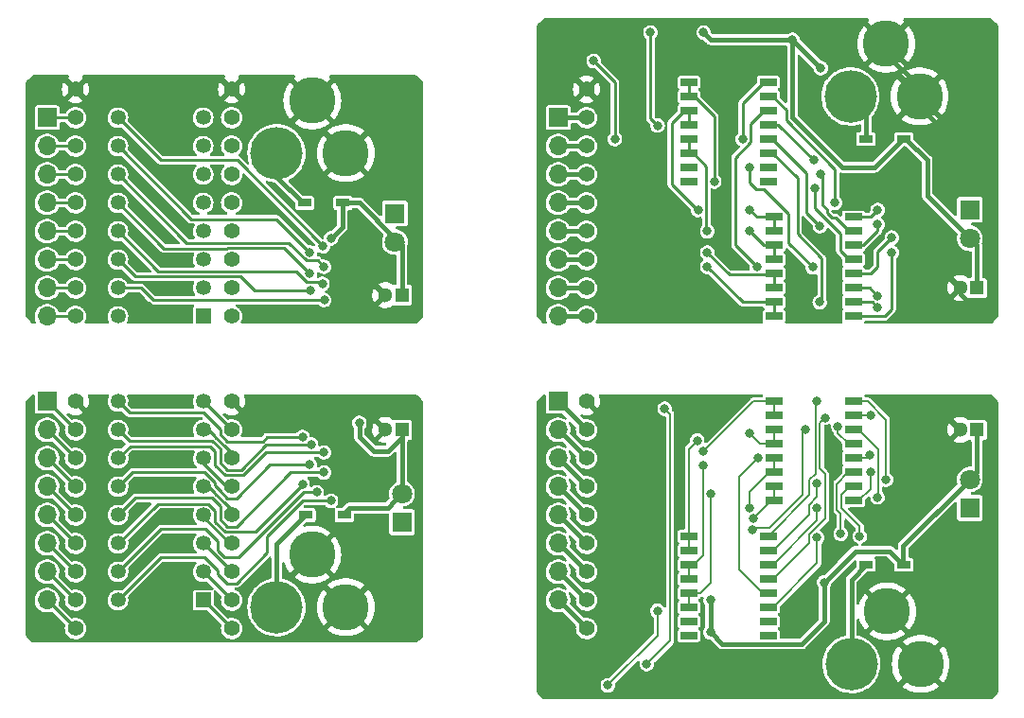
<source format=gbr>
%TF.GenerationSoftware,KiCad,Pcbnew,(6.0.5)*%
%TF.CreationDate,2022-07-17T09:31:14+02:00*%
%TF.ProjectId,Bus Tester,42757320-5465-4737-9465-722e6b696361,rev?*%
%TF.SameCoordinates,Original*%
%TF.FileFunction,Copper,L2,Bot*%
%TF.FilePolarity,Positive*%
%FSLAX46Y46*%
G04 Gerber Fmt 4.6, Leading zero omitted, Abs format (unit mm)*
G04 Created by KiCad (PCBNEW (6.0.5)) date 2022-07-17 09:31:14*
%MOMM*%
%LPD*%
G01*
G04 APERTURE LIST*
%TA.AperFunction,ComponentPad*%
%ADD10R,1.800000X1.800000*%
%TD*%
%TA.AperFunction,ComponentPad*%
%ADD11C,1.800000*%
%TD*%
%TA.AperFunction,ComponentPad*%
%ADD12C,1.400000*%
%TD*%
%TA.AperFunction,ComponentPad*%
%ADD13R,1.300000X1.300000*%
%TD*%
%TA.AperFunction,ComponentPad*%
%ADD14C,1.300000*%
%TD*%
%TA.AperFunction,ComponentPad*%
%ADD15C,4.700000*%
%TD*%
%TA.AperFunction,ComponentPad*%
%ADD16C,4.150000*%
%TD*%
%TA.AperFunction,ComponentPad*%
%ADD17R,1.350000X1.350000*%
%TD*%
%TA.AperFunction,ComponentPad*%
%ADD18C,1.350000*%
%TD*%
%TA.AperFunction,SMDPad,CuDef*%
%ADD19R,1.550000X0.650000*%
%TD*%
%TA.AperFunction,SMDPad,CuDef*%
%ADD20R,1.200000X0.750000*%
%TD*%
%TA.AperFunction,ComponentPad*%
%ADD21R,1.700000X1.700000*%
%TD*%
%TA.AperFunction,ComponentPad*%
%ADD22O,1.700000X1.700000*%
%TD*%
%TA.AperFunction,ViaPad*%
%ADD23C,0.800000*%
%TD*%
%TA.AperFunction,Conductor*%
%ADD24C,0.250000*%
%TD*%
%TA.AperFunction,Conductor*%
%ADD25C,0.450000*%
%TD*%
%TA.AperFunction,Conductor*%
%ADD26C,0.200000*%
%TD*%
G04 APERTURE END LIST*
D10*
%TO.P,LED2,1,K*%
%TO.N,Net-(LED2-Pad1)*%
X51435000Y-36512500D03*
D11*
%TO.P,LED2,2,A*%
%TO.N,/Left Handed Bus LED/5V*%
X51435000Y-39052500D03*
%TD*%
D12*
%TO.P,RN1,1,PC*%
%TO.N,/Left Handed Bus LED/GND*%
X22860000Y-25400000D03*
%TO.P,RN1,2,R1*%
%TO.N,Net-(IC1-Pad2)*%
X22860000Y-27940000D03*
%TO.P,RN1,3,R2*%
%TO.N,Net-(IC1-Pad3)*%
X22860000Y-30480000D03*
%TO.P,RN1,4,R3*%
%TO.N,Net-(IC1-Pad4)*%
X22860000Y-33020000D03*
%TO.P,RN1,5,R4*%
%TO.N,Net-(IC1-Pad5)*%
X22860000Y-35560000D03*
%TO.P,RN1,6,R5*%
%TO.N,Net-(IC1-Pad6)*%
X22860000Y-38100000D03*
%TO.P,RN1,7,R6*%
%TO.N,Net-(IC1-Pad7)*%
X22860000Y-40640000D03*
%TO.P,RN1,8,R7*%
%TO.N,Net-(IC1-Pad8)*%
X22860000Y-43180000D03*
%TO.P,RN1,9,R8*%
%TO.N,Net-(IC1-Pad9)*%
X22860000Y-45720000D03*
%TD*%
D13*
%TO.P,C7,1*%
%TO.N,/Left Handed Bus 7-Segment/5V*%
X103505000Y-43180000D03*
D14*
%TO.P,C7,2*%
%TO.N,/Left Handed Bus 7-Segment/GND*%
X102005000Y-43180000D03*
%TD*%
D15*
%TO.P,J8,A1,VCC*%
%TO.N,Net-(D6-Pad2)*%
X92278200Y-76835000D03*
D16*
%TO.P,J8,B1,GND1*%
%TO.N,/Right Handed Bus 7-Segment/GND*%
X95478200Y-72135000D03*
%TO.P,J8,C1,GND2*%
X98478200Y-76835000D03*
%TD*%
D15*
%TO.P,J4,A1,VCC*%
%TO.N,Net-(D3-Pad2)*%
X40843200Y-71755000D03*
D16*
%TO.P,J4,B1,GND1*%
%TO.N,/Right Handed Bus LED/GND*%
X44043200Y-67055000D03*
%TO.P,J4,C1,GND2*%
X47043200Y-71755000D03*
%TD*%
D10*
%TO.P,LED1,1,K*%
%TO.N,Net-(LED1-Pad1)*%
X52070000Y-64135000D03*
D11*
%TO.P,LED1,2,A*%
%TO.N,/Right Handed Bus LED/5V*%
X52070000Y-61595000D03*
%TD*%
D12*
%TO.P,RN7,1,PC*%
%TO.N,/Left Handed Bus 7-Segment/GND*%
X68580000Y-25400000D03*
%TO.P,RN7,2,R1*%
%TO.N,/Left Handed Bus 7-Segment/AA*%
X68580000Y-27940000D03*
%TO.P,RN7,3,R2*%
%TO.N,/Left Handed Bus 7-Segment/AB*%
X68580000Y-30480000D03*
%TO.P,RN7,4,R3*%
%TO.N,/Left Handed Bus 7-Segment/AC*%
X68580000Y-33020000D03*
%TO.P,RN7,5,R4*%
%TO.N,/Left Handed Bus 7-Segment/AD*%
X68580000Y-35560000D03*
%TO.P,RN7,6,R5*%
%TO.N,/Left Handed Bus 7-Segment/BA*%
X68580000Y-38100000D03*
%TO.P,RN7,7,R6*%
%TO.N,/Left Handed Bus 7-Segment/BB*%
X68580000Y-40640000D03*
%TO.P,RN7,8,R7*%
%TO.N,/Left Handed Bus 7-Segment/BC*%
X68580000Y-43180000D03*
%TO.P,RN7,9,R8*%
%TO.N,/Left Handed Bus 7-Segment/BD*%
X68580000Y-45720000D03*
%TD*%
%TO.P,RN10,1,PC*%
%TO.N,/Right Handed Bus 7-Segment/GND*%
X68580000Y-53340000D03*
%TO.P,RN10,2,R1*%
%TO.N,/Right Handed Bus 7-Segment/AA*%
X68580000Y-55880000D03*
%TO.P,RN10,3,R2*%
%TO.N,/Right Handed Bus 7-Segment/AB*%
X68580000Y-58420000D03*
%TO.P,RN10,4,R3*%
%TO.N,/Right Handed Bus 7-Segment/AC*%
X68580000Y-60960000D03*
%TO.P,RN10,5,R4*%
%TO.N,/Right Handed Bus 7-Segment/AD*%
X68580000Y-63500000D03*
%TO.P,RN10,6,R5*%
%TO.N,/Right Handed Bus 7-Segment/BA*%
X68580000Y-66040000D03*
%TO.P,RN10,7,R6*%
%TO.N,/Right Handed Bus 7-Segment/BB*%
X68580000Y-68580000D03*
%TO.P,RN10,8,R7*%
%TO.N,/Right Handed Bus 7-Segment/BC*%
X68580000Y-71120000D03*
%TO.P,RN10,9,R8*%
%TO.N,/Right Handed Bus 7-Segment/BD*%
X68580000Y-73660000D03*
%TD*%
D17*
%TO.P,DS2,1,ANODE_A*%
%TO.N,Net-(DS2-Pad1)*%
X34290000Y-71120000D03*
D18*
%TO.P,DS2,2,ANODE_B*%
%TO.N,Net-(DS2-Pad2)*%
X34290000Y-68580000D03*
%TO.P,DS2,3,ANODE_C*%
%TO.N,Net-(DS2-Pad3)*%
X34290000Y-66040000D03*
%TO.P,DS2,4,ANODE_D*%
%TO.N,Net-(DS2-Pad4)*%
X34290000Y-63500000D03*
%TO.P,DS2,5,ANODE_E*%
%TO.N,Net-(DS2-Pad5)*%
X34290000Y-60960000D03*
%TO.P,DS2,6,ANODE_F*%
%TO.N,Net-(DS2-Pad6)*%
X34290000Y-58420000D03*
%TO.P,DS2,7,ANODE_G*%
%TO.N,Net-(DS2-Pad7)*%
X34290000Y-55880000D03*
%TO.P,DS2,8,ANODE_H*%
%TO.N,Net-(DS2-Pad8)*%
X34290000Y-53340000D03*
%TO.P,DS2,9,CATHODE_H*%
%TO.N,Net-(DS2-Pad9)*%
X26670000Y-53340000D03*
%TO.P,DS2,10,CATHODE_G*%
%TO.N,Net-(DS2-Pad10)*%
X26670000Y-55880000D03*
%TO.P,DS2,11,CATHODE_F*%
%TO.N,Net-(DS2-Pad11)*%
X26670000Y-58420000D03*
%TO.P,DS2,12,CATHODE_E*%
%TO.N,Net-(DS2-Pad12)*%
X26670000Y-60960000D03*
%TO.P,DS2,13,CATHODE_D*%
%TO.N,Net-(DS2-Pad13)*%
X26670000Y-63500000D03*
%TO.P,DS2,14,CATHODE_C*%
%TO.N,Net-(DS2-Pad14)*%
X26670000Y-66040000D03*
%TO.P,DS2,15,CATHODE_B*%
%TO.N,Net-(DS2-Pad15)*%
X26670000Y-68580000D03*
%TO.P,DS2,16,CATHODE_A*%
%TO.N,Net-(DS2-Pad16)*%
X26670000Y-71120000D03*
%TD*%
D15*
%TO.P,J5,A1,VCC*%
%TO.N,Net-(D4-Pad2)*%
X92186000Y-26035000D03*
D16*
%TO.P,J5,B1,GND1*%
%TO.N,/Left Handed Bus 7-Segment/GND*%
X95386000Y-21335000D03*
%TO.P,J5,C1,GND2*%
X98386000Y-26035000D03*
%TD*%
D12*
%TO.P,RN2,1,PC*%
%TO.N,/Left Handed Bus LED/GND*%
X36830000Y-25400000D03*
%TO.P,RN2,2,R1*%
%TO.N,Net-(DS1-Pad8)*%
X36830000Y-27940000D03*
%TO.P,RN2,3,R2*%
%TO.N,Net-(DS1-Pad7)*%
X36830000Y-30480000D03*
%TO.P,RN2,4,R3*%
%TO.N,Net-(DS1-Pad6)*%
X36830000Y-33020000D03*
%TO.P,RN2,5,R4*%
%TO.N,Net-(DS1-Pad5)*%
X36830000Y-35560000D03*
%TO.P,RN2,6,R5*%
%TO.N,Net-(DS1-Pad4)*%
X36830000Y-38100000D03*
%TO.P,RN2,7,R6*%
%TO.N,Net-(DS1-Pad3)*%
X36830000Y-40640000D03*
%TO.P,RN2,8,R7*%
%TO.N,Net-(DS1-Pad2)*%
X36830000Y-43180000D03*
%TO.P,RN2,9,R8*%
%TO.N,Net-(DS1-Pad1)*%
X36830000Y-45720000D03*
%TD*%
D17*
%TO.P,DS1,1,ANODE_A*%
%TO.N,Net-(DS1-Pad1)*%
X34288000Y-45720000D03*
D18*
%TO.P,DS1,2,ANODE_B*%
%TO.N,Net-(DS1-Pad2)*%
X34288000Y-43180000D03*
%TO.P,DS1,3,ANODE_C*%
%TO.N,Net-(DS1-Pad3)*%
X34288000Y-40640000D03*
%TO.P,DS1,4,ANODE_D*%
%TO.N,Net-(DS1-Pad4)*%
X34288000Y-38100000D03*
%TO.P,DS1,5,ANODE_E*%
%TO.N,Net-(DS1-Pad5)*%
X34288000Y-35560000D03*
%TO.P,DS1,6,ANODE_F*%
%TO.N,Net-(DS1-Pad6)*%
X34288000Y-33020000D03*
%TO.P,DS1,7,ANODE_G*%
%TO.N,Net-(DS1-Pad7)*%
X34288000Y-30480000D03*
%TO.P,DS1,8,ANODE_H*%
%TO.N,Net-(DS1-Pad8)*%
X34288000Y-27940000D03*
%TO.P,DS1,9,CATHODE_H*%
%TO.N,Net-(DS1-Pad9)*%
X26668000Y-27940000D03*
%TO.P,DS1,10,CATHODE_G*%
%TO.N,Net-(DS1-Pad10)*%
X26668000Y-30480000D03*
%TO.P,DS1,11,CATHODE_F*%
%TO.N,Net-(DS1-Pad11)*%
X26668000Y-33020000D03*
%TO.P,DS1,12,CATHODE_E*%
%TO.N,Net-(DS1-Pad12)*%
X26668000Y-35560000D03*
%TO.P,DS1,13,CATHODE_D*%
%TO.N,Net-(DS1-Pad13)*%
X26668000Y-38100000D03*
%TO.P,DS1,14,CATHODE_C*%
%TO.N,Net-(DS1-Pad14)*%
X26668000Y-40640000D03*
%TO.P,DS1,15,CATHODE_B*%
%TO.N,Net-(DS1-Pad15)*%
X26668000Y-43180000D03*
%TO.P,DS1,16,CATHODE_A*%
%TO.N,Net-(DS1-Pad16)*%
X26668000Y-45720000D03*
%TD*%
D13*
%TO.P,C2,1*%
%TO.N,/Left Handed Bus LED/5V*%
X52070000Y-43815000D03*
D14*
%TO.P,C2,2*%
%TO.N,/Left Handed Bus LED/GND*%
X50570000Y-43815000D03*
%TD*%
D15*
%TO.P,J2,A1,VCC*%
%TO.N,Net-(D2-Pad2)*%
X40843200Y-31115000D03*
D16*
%TO.P,J2,B1,GND1*%
%TO.N,/Left Handed Bus LED/GND*%
X44043200Y-26415000D03*
%TO.P,J2,C1,GND2*%
X47043200Y-31115000D03*
%TD*%
D13*
%TO.P,C8,1*%
%TO.N,/Right Handed Bus 7-Segment/5V*%
X103505000Y-55880000D03*
D14*
%TO.P,C8,2*%
%TO.N,/Right Handed Bus 7-Segment/GND*%
X102005000Y-55880000D03*
%TD*%
D12*
%TO.P,RN3,1,PC*%
%TO.N,/Right Handed Bus LED/GND*%
X22860000Y-53340000D03*
%TO.P,RN3,2,R1*%
%TO.N,Net-(IC2-Pad2)*%
X22860000Y-55880000D03*
%TO.P,RN3,3,R2*%
%TO.N,Net-(IC2-Pad3)*%
X22860000Y-58420000D03*
%TO.P,RN3,4,R3*%
%TO.N,Net-(IC2-Pad4)*%
X22860000Y-60960000D03*
%TO.P,RN3,5,R4*%
%TO.N,Net-(IC2-Pad5)*%
X22860000Y-63500000D03*
%TO.P,RN3,6,R5*%
%TO.N,Net-(IC2-Pad6)*%
X22860000Y-66040000D03*
%TO.P,RN3,7,R6*%
%TO.N,Net-(IC2-Pad7)*%
X22860000Y-68580000D03*
%TO.P,RN3,8,R7*%
%TO.N,Net-(IC2-Pad8)*%
X22860000Y-71120000D03*
%TO.P,RN3,9,R8*%
%TO.N,Net-(IC2-Pad9)*%
X22860000Y-73660000D03*
%TD*%
D13*
%TO.P,C4,1*%
%TO.N,/Right Handed Bus LED/5V*%
X52070000Y-55880000D03*
D14*
%TO.P,C4,2*%
%TO.N,/Right Handed Bus LED/GND*%
X50570000Y-55880000D03*
%TD*%
D10*
%TO.P,LED4,1,K*%
%TO.N,Net-(LED4-Pad1)*%
X102870000Y-62865000D03*
D11*
%TO.P,LED4,2,A*%
%TO.N,/Right Handed Bus 7-Segment/5V*%
X102870000Y-60325000D03*
%TD*%
D10*
%TO.P,LED3,1,K*%
%TO.N,Net-(LED3-Pad1)*%
X102870000Y-36190000D03*
D11*
%TO.P,LED3,2,A*%
%TO.N,/Left Handed Bus 7-Segment/5V*%
X102870000Y-38730000D03*
%TD*%
D12*
%TO.P,RN4,1,PC*%
%TO.N,/Right Handed Bus LED/GND*%
X36830000Y-53340000D03*
%TO.P,RN4,2,R1*%
%TO.N,Net-(DS2-Pad8)*%
X36830000Y-55880000D03*
%TO.P,RN4,3,R2*%
%TO.N,Net-(DS2-Pad7)*%
X36830000Y-58420000D03*
%TO.P,RN4,4,R3*%
%TO.N,Net-(DS2-Pad6)*%
X36830000Y-60960000D03*
%TO.P,RN4,5,R4*%
%TO.N,Net-(DS2-Pad5)*%
X36830000Y-63500000D03*
%TO.P,RN4,6,R5*%
%TO.N,Net-(DS2-Pad4)*%
X36830000Y-66040000D03*
%TO.P,RN4,7,R6*%
%TO.N,Net-(DS2-Pad3)*%
X36830000Y-68580000D03*
%TO.P,RN4,8,R7*%
%TO.N,Net-(DS2-Pad2)*%
X36830000Y-71120000D03*
%TO.P,RN4,9,R8*%
%TO.N,Net-(DS2-Pad1)*%
X36830000Y-73660000D03*
%TD*%
D19*
%TO.P,RN8,1,1*%
%TO.N,unconnected-(RN8-Pad1)*%
X77732000Y-74295000D03*
%TO.P,RN8,2,2*%
%TO.N,unconnected-(RN8-Pad2)*%
X77732000Y-73025000D03*
%TO.P,RN8,3,3*%
%TO.N,/Right Handed Bus 7-Segment/C Seg*%
X77732000Y-71755000D03*
%TO.P,RN8,4,4*%
X77732000Y-70485000D03*
%TO.P,RN8,5,5*%
%TO.N,/Right Handed Bus 7-Segment/D Seg*%
X77732000Y-69215000D03*
%TO.P,RN8,6,6*%
X77732000Y-67945000D03*
%TO.P,RN8,7,7*%
%TO.N,/Right Handed Bus 7-Segment/E Seg*%
X77732000Y-66675000D03*
%TO.P,RN8,8,8*%
X77732000Y-65405000D03*
%TO.P,RN8,9,9*%
%TO.N,Net-(DS4-Pad1)*%
X84828000Y-65405000D03*
%TO.P,RN8,10,10*%
%TO.N,Net-(DS4-Pad6)*%
X84828000Y-66675000D03*
%TO.P,RN8,11,11*%
%TO.N,Net-(DS4-Pad7)*%
X84828000Y-67945000D03*
%TO.P,RN8,12,12*%
%TO.N,Net-(DS4-Pad2)*%
X84828000Y-69215000D03*
%TO.P,RN8,13,13*%
%TO.N,Net-(DS4-Pad4)*%
X84828000Y-70485000D03*
%TO.P,RN8,14,14*%
%TO.N,Net-(DS4-Pad9)*%
X84828000Y-71755000D03*
%TO.P,RN8,15,15*%
%TO.N,unconnected-(RN8-Pad15)*%
X84828000Y-73025000D03*
%TO.P,RN8,16,16*%
%TO.N,unconnected-(RN8-Pad16)*%
X84828000Y-74295000D03*
%TD*%
D20*
%TO.P,D6,1*%
%TO.N,/Right Handed Bus 7-Segment/5V*%
X96950000Y-67945000D03*
%TO.P,D6,2*%
%TO.N,Net-(D6-Pad2)*%
X93550000Y-67945000D03*
%TD*%
D21*
%TO.P,J1,1,Pin_1*%
%TO.N,Net-(IC1-Pad2)*%
X20320000Y-27940000D03*
D22*
%TO.P,J1,2,Pin_2*%
%TO.N,Net-(IC1-Pad3)*%
X20320000Y-30480000D03*
%TO.P,J1,3,Pin_3*%
%TO.N,Net-(IC1-Pad4)*%
X20320000Y-33020000D03*
%TO.P,J1,4,Pin_4*%
%TO.N,Net-(IC1-Pad5)*%
X20320000Y-35560000D03*
%TO.P,J1,5,Pin_5*%
%TO.N,Net-(IC1-Pad6)*%
X20320000Y-38100000D03*
%TO.P,J1,6,Pin_6*%
%TO.N,Net-(IC1-Pad7)*%
X20320000Y-40640000D03*
%TO.P,J1,7,Pin_7*%
%TO.N,Net-(IC1-Pad8)*%
X20320000Y-43180000D03*
%TO.P,J1,8,Pin_8*%
%TO.N,Net-(IC1-Pad9)*%
X20320000Y-45720000D03*
%TD*%
D19*
%TO.P,RN6,1,1*%
%TO.N,Net-(DS3-Pad15)*%
X92448000Y-36830000D03*
%TO.P,RN6,2,2*%
%TO.N,Net-(DS3-Pad20)*%
X92448000Y-38100000D03*
%TO.P,RN6,3,3*%
%TO.N,Net-(DS3-Pad14)*%
X92448000Y-39370000D03*
%TO.P,RN6,4,4*%
%TO.N,Net-(DS3-Pad19)*%
X92448000Y-40640000D03*
%TO.P,RN6,5,5*%
%TO.N,Net-(DS3-Pad17)*%
X92448000Y-41910000D03*
%TO.P,RN6,6,6*%
%TO.N,Net-(DS3-Pad12)*%
X92448000Y-43180000D03*
%TO.P,RN6,7,7*%
%TO.N,Net-(DS3-Pad11)*%
X92448000Y-44450000D03*
%TO.P,RN6,8,8*%
%TO.N,Net-(DS3-Pad16)*%
X92448000Y-45720000D03*
%TO.P,RN6,9,9*%
%TO.N,/Left Handed Bus 7-Segment/B Seg*%
X85352000Y-45720000D03*
%TO.P,RN6,10,10*%
X85352000Y-44450000D03*
%TO.P,RN6,11,11*%
%TO.N,/Left Handed Bus 7-Segment/A Seg*%
X85352000Y-43180000D03*
%TO.P,RN6,12,12*%
X85352000Y-41910000D03*
%TO.P,RN6,13,13*%
%TO.N,/Left Handed Bus 7-Segment/F Seg*%
X85352000Y-40640000D03*
%TO.P,RN6,14,14*%
X85352000Y-39370000D03*
%TO.P,RN6,15,15*%
%TO.N,/Left Handed Bus 7-Segment/G Seg*%
X85352000Y-38100000D03*
%TO.P,RN6,16,16*%
X85352000Y-36830000D03*
%TD*%
%TO.P,RN5,1,1*%
%TO.N,unconnected-(RN5-Pad1)*%
X77732000Y-33655000D03*
%TO.P,RN5,2,2*%
%TO.N,unconnected-(RN5-Pad2)*%
X77732000Y-32385000D03*
%TO.P,RN5,3,3*%
%TO.N,/Left Handed Bus 7-Segment/C Seg*%
X77732000Y-31115000D03*
%TO.P,RN5,4,4*%
X77732000Y-29845000D03*
%TO.P,RN5,5,5*%
%TO.N,/Left Handed Bus 7-Segment/D Seg*%
X77732000Y-28575000D03*
%TO.P,RN5,6,6*%
X77732000Y-27305000D03*
%TO.P,RN5,7,7*%
%TO.N,/Left Handed Bus 7-Segment/E Seg*%
X77732000Y-26035000D03*
%TO.P,RN5,8,8*%
X77732000Y-24765000D03*
%TO.P,RN5,9,9*%
%TO.N,Net-(DS3-Pad1)*%
X84828000Y-24765000D03*
%TO.P,RN5,10,10*%
%TO.N,Net-(DS3-Pad6)*%
X84828000Y-26035000D03*
%TO.P,RN5,11,11*%
%TO.N,Net-(DS3-Pad7)*%
X84828000Y-27305000D03*
%TO.P,RN5,12,12*%
%TO.N,Net-(DS3-Pad2)*%
X84828000Y-28575000D03*
%TO.P,RN5,13,13*%
%TO.N,Net-(DS3-Pad4)*%
X84828000Y-29845000D03*
%TO.P,RN5,14,14*%
%TO.N,Net-(DS3-Pad9)*%
X84828000Y-31115000D03*
%TO.P,RN5,15,15*%
%TO.N,unconnected-(RN5-Pad15)*%
X84828000Y-32385000D03*
%TO.P,RN5,16,16*%
%TO.N,unconnected-(RN5-Pad16)*%
X84828000Y-33655000D03*
%TD*%
D20*
%TO.P,D3,1*%
%TO.N,/Right Handed Bus LED/5V*%
X46897500Y-63500000D03*
%TO.P,D3,2*%
%TO.N,Net-(D3-Pad2)*%
X43497500Y-63500000D03*
%TD*%
D21*
%TO.P,J7,1,Pin_1*%
%TO.N,/Right Handed Bus 7-Segment/AA*%
X66040000Y-53340000D03*
D22*
%TO.P,J7,2,Pin_2*%
%TO.N,/Right Handed Bus 7-Segment/AB*%
X66040000Y-55880000D03*
%TO.P,J7,3,Pin_3*%
%TO.N,/Right Handed Bus 7-Segment/AC*%
X66040000Y-58420000D03*
%TO.P,J7,4,Pin_4*%
%TO.N,/Right Handed Bus 7-Segment/AD*%
X66040000Y-60960000D03*
%TO.P,J7,5,Pin_5*%
%TO.N,/Right Handed Bus 7-Segment/BA*%
X66040000Y-63500000D03*
%TO.P,J7,6,Pin_6*%
%TO.N,/Right Handed Bus 7-Segment/BB*%
X66040000Y-66040000D03*
%TO.P,J7,7,Pin_7*%
%TO.N,/Right Handed Bus 7-Segment/BC*%
X66040000Y-68580000D03*
%TO.P,J7,8,Pin_8*%
%TO.N,/Right Handed Bus 7-Segment/BD*%
X66040000Y-71120000D03*
%TD*%
D21*
%TO.P,J6,1,Pin_1*%
%TO.N,/Left Handed Bus 7-Segment/AA*%
X66040000Y-27940000D03*
D22*
%TO.P,J6,2,Pin_2*%
%TO.N,/Left Handed Bus 7-Segment/AB*%
X66040000Y-30480000D03*
%TO.P,J6,3,Pin_3*%
%TO.N,/Left Handed Bus 7-Segment/AC*%
X66040000Y-33020000D03*
%TO.P,J6,4,Pin_4*%
%TO.N,/Left Handed Bus 7-Segment/AD*%
X66040000Y-35560000D03*
%TO.P,J6,5,Pin_5*%
%TO.N,/Left Handed Bus 7-Segment/BA*%
X66040000Y-38100000D03*
%TO.P,J6,6,Pin_6*%
%TO.N,/Left Handed Bus 7-Segment/BB*%
X66040000Y-40640000D03*
%TO.P,J6,7,Pin_7*%
%TO.N,/Left Handed Bus 7-Segment/BC*%
X66040000Y-43180000D03*
%TO.P,J6,8,Pin_8*%
%TO.N,/Left Handed Bus 7-Segment/BD*%
X66040000Y-45720000D03*
%TD*%
D20*
%TO.P,D4,1*%
%TO.N,/Left Handed Bus 7-Segment/5V*%
X96950000Y-29845000D03*
%TO.P,D4,2*%
%TO.N,Net-(D4-Pad2)*%
X93550000Y-29845000D03*
%TD*%
D19*
%TO.P,RN9,1,1*%
%TO.N,Net-(DS4-Pad15)*%
X92448000Y-53340000D03*
%TO.P,RN9,2,2*%
%TO.N,Net-(DS4-Pad20)*%
X92448000Y-54610000D03*
%TO.P,RN9,3,3*%
%TO.N,Net-(DS4-Pad14)*%
X92448000Y-55880000D03*
%TO.P,RN9,4,4*%
%TO.N,Net-(DS4-Pad19)*%
X92448000Y-57150000D03*
%TO.P,RN9,5,5*%
%TO.N,Net-(DS4-Pad17)*%
X92448000Y-58420000D03*
%TO.P,RN9,6,6*%
%TO.N,Net-(DS4-Pad12)*%
X92448000Y-59690000D03*
%TO.P,RN9,7,7*%
%TO.N,Net-(DS4-Pad11)*%
X92448000Y-60960000D03*
%TO.P,RN9,8,8*%
%TO.N,Net-(DS4-Pad16)*%
X92448000Y-62230000D03*
%TO.P,RN9,9,9*%
%TO.N,/Right Handed Bus 7-Segment/B Seg*%
X85352000Y-62230000D03*
%TO.P,RN9,10,10*%
X85352000Y-60960000D03*
%TO.P,RN9,11,11*%
%TO.N,/Right Handed Bus 7-Segment/A Seg*%
X85352000Y-59690000D03*
%TO.P,RN9,12,12*%
X85352000Y-58420000D03*
%TO.P,RN9,13,13*%
%TO.N,/Right Handed Bus 7-Segment/F Seg*%
X85352000Y-57150000D03*
%TO.P,RN9,14,14*%
X85352000Y-55880000D03*
%TO.P,RN9,15,15*%
%TO.N,/Right Handed Bus 7-Segment/G Seg*%
X85352000Y-54610000D03*
%TO.P,RN9,16,16*%
X85352000Y-53340000D03*
%TD*%
D20*
%TO.P,D2,1*%
%TO.N,/Left Handed Bus LED/5V*%
X46785000Y-35560000D03*
%TO.P,D2,2*%
%TO.N,Net-(D2-Pad2)*%
X43385000Y-35560000D03*
%TD*%
D21*
%TO.P,J3,1,Pin_1*%
%TO.N,Net-(IC2-Pad2)*%
X20320000Y-53340000D03*
D22*
%TO.P,J3,2,Pin_2*%
%TO.N,Net-(IC2-Pad3)*%
X20320000Y-55880000D03*
%TO.P,J3,3,Pin_3*%
%TO.N,Net-(IC2-Pad4)*%
X20320000Y-58420000D03*
%TO.P,J3,4,Pin_4*%
%TO.N,Net-(IC2-Pad5)*%
X20320000Y-60960000D03*
%TO.P,J3,5,Pin_5*%
%TO.N,Net-(IC2-Pad6)*%
X20320000Y-63500000D03*
%TO.P,J3,6,Pin_6*%
%TO.N,Net-(IC2-Pad7)*%
X20320000Y-66040000D03*
%TO.P,J3,7,Pin_7*%
%TO.N,Net-(IC2-Pad8)*%
X20320000Y-68580000D03*
%TO.P,J3,8,Pin_8*%
%TO.N,Net-(IC2-Pad9)*%
X20320000Y-71120000D03*
%TD*%
D23*
%TO.N,Net-(DS1-Pad13)*%
X44957871Y-42811499D03*
%TO.N,Net-(DS1-Pad14)*%
X43864118Y-43359001D03*
%TO.N,Net-(DS1-Pad15)*%
X45110473Y-44260500D03*
%TO.N,Net-(DS1-Pad9)*%
X45013245Y-39441755D03*
%TO.N,Net-(DS1-Pad10)*%
X43815000Y-40005000D03*
%TO.N,Net-(DS1-Pad11)*%
X45085000Y-41275000D03*
%TO.N,Net-(DS1-Pad12)*%
X43815000Y-41910000D03*
%TO.N,/Left Handed Bus 7-Segment/Cathode Right*%
X83185000Y-32385000D03*
X88828073Y-41319159D03*
%TO.N,Net-(DS2-Pad9)*%
X43180000Y-56515000D03*
%TO.N,Net-(DS2-Pad10)*%
X43938162Y-57166303D03*
%TO.N,Net-(DS2-Pad11)*%
X45085000Y-57890803D03*
%TO.N,Net-(DS2-Pad12)*%
X43815000Y-58965500D03*
%TO.N,Net-(DS2-Pad13)*%
X45085000Y-59690000D03*
%TO.N,Net-(DS2-Pad14)*%
X43179914Y-60753363D03*
%TO.N,Net-(DS2-Pad15)*%
X44439981Y-61466485D03*
%TO.N,Net-(DS2-Pad16)*%
X45720002Y-62230000D03*
%TO.N,Net-(IC3-Pad3)*%
X74930000Y-28639500D03*
X74295000Y-20320000D03*
%TO.N,/Left Handed Bus 7-Segment/Clock*%
X71120000Y-29845000D03*
X69215000Y-22860000D03*
%TO.N,/Left Handed Bus 7-Segment/B Seg*%
X79375000Y-41275000D03*
%TO.N,/Left Handed Bus 7-Segment/A Seg*%
X79375000Y-40005000D03*
%TO.N,/Left Handed Bus 7-Segment/C Seg*%
X79375000Y-38100000D03*
%TO.N,/Left Handed Bus 7-Segment/F Seg*%
X83185000Y-38100002D03*
%TO.N,/Left Handed Bus 7-Segment/D Seg*%
X78560999Y-36195000D03*
%TO.N,/Left Handed Bus 7-Segment/G Seg*%
X83185000Y-36195000D03*
%TO.N,/Left Handed Bus 7-Segment/E Seg*%
X80010000Y-33655000D03*
%TO.N,/Right Handed Bus 7-Segment/Cathode Left*%
X83419153Y-64813521D03*
X88200500Y-55880000D03*
%TO.N,/Right Handed Bus 7-Segment/Clock*%
X73977500Y-76835000D03*
X75565000Y-53975000D03*
%TO.N,/Left Handed Bus 7-Segment/GND*%
X90170000Y-39370000D03*
X79320500Y-22225000D03*
X80010000Y-24130000D03*
X89535000Y-45720000D03*
%TO.N,/Left Handed Bus 7-Segment/5V*%
X86995000Y-20955000D03*
X89535000Y-23495000D03*
X79057500Y-20320000D03*
%TO.N,/Right Handed Bus 7-Segment/5V*%
X89852500Y-69532500D03*
X79674128Y-73995872D03*
X79692500Y-71120000D03*
%TO.N,/Right Handed Bus 7-Segment/GND*%
X90487500Y-59372500D03*
X90170000Y-66357500D03*
%TO.N,/Right Handed Bus 7-Segment/B Seg*%
X83502500Y-63817500D03*
%TO.N,/Right Handed Bus 7-Segment/A Seg*%
X83185000Y-62865000D03*
%TO.N,/Right Handed Bus 7-Segment/C Seg*%
X79692500Y-61595000D03*
%TO.N,/Right Handed Bus 7-Segment/F Seg*%
X83185000Y-56197500D03*
%TO.N,/Right Handed Bus 7-Segment/D Seg*%
X79057500Y-59055000D03*
%TO.N,/Right Handed Bus 7-Segment/G Seg*%
X79057500Y-57785000D03*
%TO.N,/Right Handed Bus 7-Segment/E Seg*%
X78479500Y-56832500D03*
%TO.N,Net-(DS3-Pad1)*%
X82550000Y-29845000D03*
%TO.N,Net-(DS3-Pad2)*%
X88900000Y-31750000D03*
%TO.N,Net-(DS3-Pad4)*%
X89458812Y-37646818D03*
%TO.N,Net-(DS3-Pad6)*%
X90805000Y-35560000D03*
%TO.N,Net-(DS3-Pad7)*%
X83820000Y-41275000D03*
%TO.N,Net-(DS3-Pad9)*%
X89445500Y-44450000D03*
%TO.N,Net-(DS3-Pad11)*%
X94602452Y-44916551D03*
%TO.N,Net-(DS3-Pad12)*%
X94615000Y-43904500D03*
%TO.N,Net-(DS3-Pad14)*%
X94615000Y-37465000D03*
%TO.N,Net-(DS3-Pad15)*%
X94615000Y-36195000D03*
%TO.N,Net-(DS3-Pad16)*%
X95885000Y-40005001D03*
%TO.N,Net-(DS3-Pad17)*%
X95892401Y-38665668D03*
%TO.N,Net-(DS3-Pad19)*%
X88989500Y-34290000D03*
%TO.N,Net-(DS3-Pad20)*%
X89535000Y-33020000D03*
%TO.N,Net-(DS4-Pad1)*%
X89217500Y-53340000D03*
%TO.N,Net-(DS4-Pad2)*%
X89917000Y-54787122D03*
%TO.N,Net-(DS4-Pad4)*%
X83908046Y-58420000D03*
%TO.N,Net-(DS4-Pad6)*%
X89217500Y-60642500D03*
%TO.N,Net-(DS4-Pad7)*%
X89217500Y-62865000D03*
%TO.N,Net-(DS4-Pad9)*%
X89217500Y-65533000D03*
%TO.N,Net-(DS4-Pad11)*%
X93027500Y-65405000D03*
%TO.N,Net-(DS4-Pad12)*%
X91312000Y-65174565D03*
%TO.N,Net-(DS4-Pad14)*%
X94615000Y-61912500D03*
%TO.N,Net-(DS4-Pad15)*%
X95379001Y-60325000D03*
%TO.N,Net-(DS4-Pad16)*%
X93980000Y-59690000D03*
%TO.N,Net-(DS4-Pad17)*%
X93915500Y-58102500D03*
%TO.N,Net-(DS4-Pad19)*%
X91073498Y-55562500D03*
%TO.N,Net-(DS4-Pad20)*%
X93980000Y-54545500D03*
%TO.N,Net-(IC8-Pad13)*%
X74930000Y-72072500D03*
X70485000Y-78740000D03*
%TO.N,/Left Handed Bus LED/GND*%
X43180000Y-45085000D03*
X30480000Y-45720000D03*
%TO.N,/Left Handed Bus LED/5V*%
X45720000Y-38735000D03*
%TO.N,/Right Handed Bus LED/GND*%
X31115000Y-53340000D03*
X30480000Y-69215000D03*
%TO.N,/Right Handed Bus LED/5V*%
X48260000Y-55245000D03*
%TD*%
D24*
%TO.N,Net-(DS1-Pad13)*%
X30273979Y-41705979D02*
X42586379Y-41705979D01*
X42586379Y-41705979D02*
X43514901Y-42634501D01*
X44780873Y-42634501D02*
X44957871Y-42811499D01*
X26668000Y-38100000D02*
X30273979Y-41705979D01*
X43514901Y-42634501D02*
X44780873Y-42634501D01*
%TO.N,Net-(DS1-Pad14)*%
X38844690Y-43359001D02*
X43864118Y-43359001D01*
X26668000Y-40640000D02*
X28183489Y-42155489D01*
X37641178Y-42155489D02*
X38844690Y-43359001D01*
X28183489Y-42155489D02*
X37641178Y-42155489D01*
%TO.N,Net-(DS1-Pad15)*%
X26668000Y-43180000D02*
X28717125Y-43180000D01*
X28717125Y-43180000D02*
X29797625Y-44260500D01*
X29797625Y-44260500D02*
X45110473Y-44260500D01*
%TO.N,Net-(DS1-Pad9)*%
X30480000Y-31752000D02*
X37323490Y-31752000D01*
X37323490Y-31752000D02*
X45013245Y-39441755D01*
X26668000Y-27940000D02*
X30480000Y-31752000D01*
%TO.N,Net-(DS1-Pad10)*%
X26670000Y-30480000D02*
X33206522Y-37016522D01*
X33206522Y-37016522D02*
X40826522Y-37016522D01*
X40826522Y-37016522D02*
X43815000Y-40005000D01*
%TO.N,Net-(DS1-Pad11)*%
X32813979Y-39165979D02*
X41951379Y-39165979D01*
X41951379Y-39165979D02*
X43514901Y-40729501D01*
X43514901Y-40729501D02*
X44539501Y-40729501D01*
X26668000Y-33020000D02*
X32813979Y-39165979D01*
X44539501Y-40729501D02*
X45085000Y-41275000D01*
%TO.N,Net-(DS1-Pad12)*%
X36405633Y-39615489D02*
X41520489Y-39615489D01*
X30740989Y-39632989D02*
X36388133Y-39632989D01*
X36388133Y-39632989D02*
X36405633Y-39615489D01*
X26668000Y-35560000D02*
X30740989Y-39632989D01*
X41520489Y-39615489D02*
X43815000Y-41910000D01*
%TO.N,/Left Handed Bus 7-Segment/Cathode Right*%
X83728489Y-34304511D02*
X84469511Y-34304511D01*
X84469511Y-34304511D02*
X86677500Y-36512500D01*
X83185000Y-33761022D02*
X83728489Y-34304511D01*
X86677500Y-39168586D02*
X88828073Y-41319159D01*
X86677500Y-36512500D02*
X86677500Y-39168586D01*
X83185000Y-32385000D02*
X83185000Y-33761022D01*
%TO.N,Net-(DS2-Pad1)*%
X34290000Y-71120000D02*
X36830000Y-73660000D01*
%TO.N,Net-(DS2-Pad2)*%
X34290000Y-68580000D02*
X36830000Y-71120000D01*
%TO.N,Net-(DS2-Pad3)*%
X34290000Y-66040000D02*
X36830000Y-68580000D01*
%TO.N,Net-(DS2-Pad4)*%
X34290000Y-63680286D02*
X36649714Y-66040000D01*
%TO.N,Net-(DS2-Pad5)*%
X36244187Y-62434021D02*
X36830000Y-63019834D01*
X36219440Y-62434022D02*
X36244187Y-62434021D01*
X35355979Y-61570561D02*
X36219440Y-62434022D01*
X34770166Y-60960000D02*
X35355978Y-61545812D01*
X35355978Y-61545812D02*
X35355979Y-61570561D01*
%TO.N,Net-(DS2-Pad6)*%
X34290000Y-58910773D02*
X36339227Y-60960000D01*
%TO.N,Net-(DS2-Pad7)*%
X36244187Y-57354021D02*
X36830000Y-57939834D01*
X34770166Y-55880000D02*
X35355978Y-56465812D01*
X36219440Y-57354022D02*
X36244187Y-57354021D01*
X35355978Y-56465812D02*
X35355979Y-56490561D01*
X35355979Y-56490561D02*
X36219440Y-57354022D01*
%TO.N,Net-(DS2-Pad8)*%
X34290000Y-53340000D02*
X36830000Y-55880000D01*
%TO.N,Net-(DS2-Pad9)*%
X39614081Y-56904511D02*
X40003592Y-56515000D01*
X26670000Y-53340000D02*
X27669511Y-54339511D01*
X34337011Y-54339511D02*
X35805489Y-55807989D01*
X36405633Y-56904511D02*
X39614081Y-56904511D01*
X35805489Y-56304367D02*
X36405633Y-56904511D01*
X27669511Y-54339511D02*
X34337011Y-54339511D01*
X40003592Y-56515000D02*
X43180000Y-56515000D01*
X35805489Y-55807989D02*
X35805489Y-56304367D01*
%TO.N,Net-(DS2-Pad10)*%
X27669510Y-56879510D02*
X35109225Y-56879511D01*
X35109225Y-56879511D02*
X35805489Y-57575775D01*
X35805489Y-57575775D02*
X35805489Y-58844367D01*
X26670000Y-55880000D02*
X27669510Y-56879510D01*
X43864964Y-57239501D02*
X43938162Y-57166303D01*
X39914795Y-57239501D02*
X43864964Y-57239501D01*
X36405633Y-59444511D02*
X37709785Y-59444511D01*
X35805489Y-58844367D02*
X36405633Y-59444511D01*
X37709785Y-59444511D02*
X39914795Y-57239501D01*
%TO.N,Net-(DS2-Pad11)*%
X39899197Y-57890803D02*
X45085000Y-57890803D01*
X35355979Y-57799189D02*
X35355979Y-59030561D01*
X26670000Y-58420000D02*
X27760979Y-57329021D01*
X35355979Y-59030561D02*
X36219440Y-59894022D01*
X36219440Y-59894022D02*
X37895978Y-59894022D01*
X37895978Y-59894022D02*
X39899197Y-57890803D01*
X27760979Y-57329021D02*
X34885811Y-57329021D01*
X34885811Y-57329021D02*
X35355979Y-57799189D01*
%TO.N,Net-(DS2-Pad12)*%
X36405633Y-61984511D02*
X37254367Y-61984511D01*
X40273378Y-58965500D02*
X43815000Y-58965500D01*
X35805489Y-61384367D02*
X36405633Y-61984511D01*
X26670000Y-60960000D02*
X27940000Y-59690000D01*
X35289511Y-60545988D02*
X35289511Y-60843641D01*
X35805489Y-61359619D02*
X35805489Y-61384367D01*
X27940000Y-59690000D02*
X34433523Y-59690000D01*
X35289511Y-60843641D02*
X35805489Y-61359619D01*
X37254367Y-61984511D02*
X40273378Y-58965500D01*
X34433523Y-59690000D02*
X35289511Y-60545988D01*
%TO.N,Net-(DS2-Pad13)*%
X35805489Y-63075633D02*
X35805489Y-63924367D01*
X35109219Y-61959511D02*
X35822989Y-62673281D01*
X35805489Y-63924367D02*
X36405633Y-64524511D01*
X42088878Y-59690000D02*
X45085000Y-59690000D01*
X36405633Y-64524511D02*
X37254367Y-64524511D01*
X28210489Y-61959511D02*
X35109219Y-61959511D01*
X35822989Y-62673281D02*
X35822989Y-63058133D01*
X37254367Y-64524511D02*
X42088878Y-59690000D01*
X26670000Y-63500000D02*
X28210489Y-61959511D01*
X35822989Y-63058133D02*
X35805489Y-63075633D01*
%TO.N,Net-(DS2-Pad14)*%
X36219440Y-64974022D02*
X37440561Y-64974021D01*
X37440561Y-64974021D02*
X37458060Y-64956522D01*
X38976755Y-64956522D02*
X43179914Y-60753363D01*
X34704012Y-62500489D02*
X35355979Y-63152456D01*
X35355979Y-64110561D02*
X36219440Y-64974022D01*
X35355979Y-63152456D02*
X35355979Y-64110561D01*
X26670000Y-66040000D02*
X30209511Y-62500489D01*
X37458060Y-64956522D02*
X38976755Y-64956522D01*
X30209511Y-62500489D02*
X34704012Y-62500489D01*
%TO.N,Net-(DS2-Pad15)*%
X35560000Y-65824231D02*
X35560000Y-66674296D01*
X30480000Y-64770000D02*
X34505769Y-64770000D01*
X34505769Y-64770000D02*
X35560000Y-65824231D01*
X37464296Y-67310000D02*
X43307811Y-61466485D01*
X36195704Y-67310000D02*
X37464296Y-67310000D01*
X26670000Y-68580000D02*
X30480000Y-64770000D01*
X35560000Y-66674296D02*
X36195704Y-67310000D01*
X43307811Y-61466485D02*
X44439981Y-61466485D01*
%TO.N,Net-(DS2-Pad16)*%
X35560000Y-68758878D02*
X36405633Y-69604511D01*
X30480000Y-67310000D02*
X34433523Y-67310000D01*
X34433523Y-67310000D02*
X35560000Y-68436477D01*
X40005000Y-65405000D02*
X43180000Y-62230000D01*
X37254367Y-69604511D02*
X40005000Y-66853878D01*
X43180000Y-62230000D02*
X45720002Y-62230000D01*
X35560000Y-68436477D02*
X35560000Y-68758878D01*
X40005000Y-66853878D02*
X40005000Y-65405000D01*
X26670000Y-71120000D02*
X30480000Y-67310000D01*
X36405633Y-69604511D02*
X37254367Y-69604511D01*
%TO.N,Net-(IC3-Pad3)*%
X74295000Y-28004500D02*
X74930000Y-28639500D01*
X74295000Y-20320000D02*
X74295000Y-28004500D01*
%TO.N,/Left Handed Bus 7-Segment/Clock*%
X71120000Y-29845000D02*
X71120000Y-24765000D01*
X71120000Y-24765000D02*
X69215000Y-22860000D01*
D25*
%TO.N,/Left Handed Bus 7-Segment/AA*%
X66040000Y-27940000D02*
X68580000Y-27940000D01*
%TO.N,/Left Handed Bus 7-Segment/AB*%
X68580000Y-30480000D02*
X66040000Y-30480000D01*
%TO.N,/Left Handed Bus 7-Segment/AC*%
X66040000Y-33020000D02*
X68580000Y-33020000D01*
%TO.N,/Left Handed Bus 7-Segment/AD*%
X68580000Y-35560000D02*
X66040000Y-35560000D01*
D24*
%TO.N,/Left Handed Bus 7-Segment/B Seg*%
X79375000Y-41275000D02*
X82550000Y-44450000D01*
X82550000Y-44450000D02*
X85352000Y-44450000D01*
X85352000Y-44450000D02*
X85352000Y-45720000D01*
%TO.N,/Left Handed Bus 7-Segment/A Seg*%
X85352000Y-43180000D02*
X85352000Y-41910000D01*
X85262499Y-41999501D02*
X81369501Y-41999501D01*
X81369501Y-41999501D02*
X79375000Y-40005000D01*
%TO.N,/Left Handed Bus 7-Segment/C Seg*%
X79285499Y-32265999D02*
X78134500Y-31115000D01*
X77732000Y-31115000D02*
X77732000Y-29845000D01*
X79285499Y-38010499D02*
X79285499Y-32265999D01*
X79375000Y-38100000D02*
X79285499Y-38010499D01*
%TO.N,/Left Handed Bus 7-Segment/F Seg*%
X85352000Y-40640000D02*
X85352000Y-39370000D01*
X85352000Y-39370000D02*
X84455000Y-39370000D01*
X84455000Y-39370000D02*
X83185000Y-38100002D01*
%TO.N,/Left Handed Bus 7-Segment/D Seg*%
X77732000Y-28575000D02*
X77732000Y-27305000D01*
X76200000Y-28434500D02*
X76200000Y-33874522D01*
X78520478Y-36195000D02*
X78560999Y-36195000D01*
X77329500Y-27305000D02*
X76200000Y-28434500D01*
X76200000Y-33874522D02*
X78520478Y-36195000D01*
%TO.N,/Left Handed Bus 7-Segment/G Seg*%
X83820000Y-36830000D02*
X83185000Y-36195000D01*
X85352000Y-36830000D02*
X83820000Y-36830000D01*
X85352000Y-38100000D02*
X85352000Y-36830000D01*
%TO.N,/Left Handed Bus 7-Segment/E Seg*%
X80010000Y-27831478D02*
X80010000Y-33655000D01*
X77732000Y-24765000D02*
X77732000Y-26035000D01*
X78213522Y-26035000D02*
X80010000Y-27831478D01*
D25*
%TO.N,/Left Handed Bus 7-Segment/BA*%
X66040000Y-38100000D02*
X68580000Y-38100000D01*
%TO.N,/Left Handed Bus 7-Segment/BB*%
X68580000Y-40640000D02*
X66040000Y-40640000D01*
%TO.N,/Left Handed Bus 7-Segment/BC*%
X66040000Y-43180000D02*
X68580000Y-43180000D01*
%TO.N,/Left Handed Bus 7-Segment/BD*%
X66040000Y-45720000D02*
X68580000Y-45720000D01*
%TO.N,/Right Handed Bus 7-Segment/AA*%
X66040000Y-53340000D02*
X68580000Y-55880000D01*
%TO.N,/Right Handed Bus 7-Segment/AB*%
X66040000Y-55880000D02*
X68580000Y-58420000D01*
%TO.N,/Right Handed Bus 7-Segment/AC*%
X66040000Y-58420000D02*
X68580000Y-60960000D01*
%TO.N,/Right Handed Bus 7-Segment/AD*%
X66040000Y-60960000D02*
X68580000Y-63500000D01*
D26*
%TO.N,/Right Handed Bus 7-Segment/Cathode Left*%
X87947500Y-56133000D02*
X88200500Y-55880000D01*
X83419153Y-64813521D02*
X83603052Y-64629622D01*
X83603052Y-64629622D02*
X84982884Y-64629622D01*
X87947500Y-61665006D02*
X87947500Y-56133000D01*
X84982884Y-64629622D02*
X87947500Y-61665006D01*
D25*
%TO.N,/Right Handed Bus 7-Segment/BA*%
X66040000Y-63500000D02*
X68580000Y-66040000D01*
%TO.N,/Right Handed Bus 7-Segment/BB*%
X66040000Y-66040000D02*
X68580000Y-68580000D01*
%TO.N,/Right Handed Bus 7-Segment/BC*%
X66040000Y-68580000D02*
X68580000Y-71120000D01*
%TO.N,/Right Handed Bus 7-Segment/BD*%
X66040000Y-71120000D02*
X68580000Y-73660000D01*
D26*
%TO.N,/Right Handed Bus 7-Segment/Clock*%
X76076002Y-74736498D02*
X73977500Y-76835000D01*
X75565000Y-53975000D02*
X76076002Y-54486002D01*
X76076002Y-54486002D02*
X76076002Y-74736498D01*
D25*
%TO.N,/Left Handed Bus 7-Segment/GND*%
X95386000Y-22231500D02*
X98386000Y-25231500D01*
X79057500Y-22225000D02*
X77787500Y-20955000D01*
X77787500Y-20002500D02*
X78422500Y-19367500D01*
D24*
X89535000Y-45720000D02*
X90805000Y-44450000D01*
D25*
X102530489Y-44254511D02*
X102005000Y-43729022D01*
X79320500Y-22225000D02*
X79057500Y-22225000D01*
X104775000Y-43959022D02*
X104479511Y-44254511D01*
X104479511Y-44254511D02*
X102530489Y-44254511D01*
X98386000Y-26931500D02*
X104775000Y-33320500D01*
D24*
X90805000Y-44450000D02*
X90805000Y-40005000D01*
D25*
X80010000Y-22914500D02*
X79320500Y-22225000D01*
X104775000Y-33320500D02*
X104775000Y-43959022D01*
X78422500Y-19367500D02*
X93418500Y-19367500D01*
D24*
X90805000Y-40005000D02*
X90170000Y-39370000D01*
D25*
X93418500Y-19367500D02*
X95386000Y-21335000D01*
X102005000Y-43729022D02*
X102005000Y-43180000D01*
X80010000Y-24130000D02*
X80010000Y-22914500D01*
X77787500Y-20955000D02*
X77787500Y-20002500D01*
%TO.N,/Left Handed Bus 7-Segment/5V*%
X94360000Y-32385000D02*
X96900000Y-29845000D01*
X89535000Y-23495000D02*
X86995000Y-20955000D01*
X86995000Y-20955000D02*
X79692500Y-20955000D01*
X86995000Y-20955000D02*
X86995000Y-27940000D01*
X97155000Y-29845000D02*
X99060000Y-31750000D01*
X99060000Y-34920000D02*
X102870000Y-38730000D01*
X102870000Y-38735000D02*
X103505000Y-39370000D01*
X99060000Y-31750000D02*
X99060000Y-34920000D01*
X103505000Y-39370000D02*
X103505000Y-43180000D01*
X79692500Y-20955000D02*
X79057500Y-20320000D01*
X91440000Y-32385000D02*
X94360000Y-32385000D01*
X86995000Y-27940000D02*
X91440000Y-32385000D01*
%TO.N,/Right Handed Bus 7-Segment/5V*%
X79692500Y-71120000D02*
X79692500Y-73977500D01*
X103505000Y-59690000D02*
X103505000Y-55880000D01*
X96900000Y-66295000D02*
X102870000Y-60325000D01*
X92639511Y-66745489D02*
X89852500Y-69532500D01*
X96900000Y-67945000D02*
X96900000Y-66295000D01*
X102870000Y-60325000D02*
X103505000Y-59690000D01*
X89852500Y-73025000D02*
X87832989Y-75044511D01*
X79692500Y-73977500D02*
X79674128Y-73995872D01*
X95700489Y-66745489D02*
X92639511Y-66745489D01*
X87832989Y-75044511D02*
X80722767Y-75044511D01*
X89852500Y-69532500D02*
X89852500Y-73025000D01*
X80722767Y-75044511D02*
X79674128Y-73995872D01*
X96900000Y-67945000D02*
X95700489Y-66745489D01*
%TO.N,/Right Handed Bus 7-Segment/GND*%
X90170000Y-66357500D02*
X90449468Y-66078032D01*
X90449468Y-59410532D02*
X90487500Y-59372500D01*
X90449468Y-66078032D02*
X90449468Y-59410532D01*
D26*
%TO.N,/Right Handed Bus 7-Segment/B Seg*%
X85352000Y-60960000D02*
X85352000Y-62230000D01*
X83502500Y-63817500D02*
X85090000Y-62230000D01*
%TO.N,/Right Handed Bus 7-Segment/A Seg*%
X83185000Y-62865000D02*
X83185000Y-61407000D01*
X83185000Y-61407000D02*
X84902000Y-59690000D01*
X85352000Y-58420000D02*
X85352000Y-59690000D01*
%TO.N,/Right Handed Bus 7-Segment/C Seg*%
X78740000Y-70485000D02*
X79692500Y-69532500D01*
X77732000Y-70485000D02*
X77732000Y-71755000D01*
X77732000Y-70485000D02*
X78740000Y-70485000D01*
X79692500Y-69532500D02*
X79692500Y-61595000D01*
%TO.N,/Right Handed Bus 7-Segment/F Seg*%
X84137500Y-57150000D02*
X83185000Y-56197500D01*
X85352000Y-57150000D02*
X84137500Y-57150000D01*
X85352000Y-55880000D02*
X85352000Y-57150000D01*
%TO.N,/Right Handed Bus 7-Segment/D Seg*%
X77732000Y-67945000D02*
X77732000Y-69215000D01*
X78992999Y-67134001D02*
X78182000Y-67945000D01*
X78992999Y-59119501D02*
X78992999Y-67134001D01*
X79057500Y-59055000D02*
X78992999Y-59119501D01*
%TO.N,/Right Handed Bus 7-Segment/G Seg*%
X79057500Y-57785000D02*
X83502500Y-53340000D01*
X85352000Y-54610000D02*
X85352000Y-53340000D01*
X83502500Y-53340000D02*
X85352000Y-53340000D01*
%TO.N,/Right Handed Bus 7-Segment/E Seg*%
X77732000Y-65405000D02*
X77732000Y-66675000D01*
X77732000Y-65405000D02*
X77732000Y-57580000D01*
X77732000Y-57580000D02*
X78479500Y-56832500D01*
D24*
%TO.N,Net-(DS3-Pad1)*%
X82550000Y-26640500D02*
X82550000Y-29845000D01*
X84425500Y-24765000D02*
X82550000Y-26640500D01*
%TO.N,Net-(DS3-Pad2)*%
X84828000Y-28575000D02*
X85725000Y-28575000D01*
X85725000Y-28575000D02*
X88900000Y-31750000D01*
%TO.N,Net-(DS3-Pad4)*%
X88265000Y-36453006D02*
X89458812Y-37646818D01*
X85230500Y-29845000D02*
X88265000Y-32879500D01*
X88265000Y-32879500D02*
X88265000Y-36453006D01*
%TO.N,Net-(DS3-Pad6)*%
X90805000Y-32527126D02*
X90805000Y-35560000D01*
X86445490Y-28167616D02*
X90805000Y-32527126D01*
X86445489Y-27249989D02*
X86445490Y-28167616D01*
X85230500Y-26035000D02*
X86445489Y-27249989D01*
%TO.N,Net-(DS3-Pad7)*%
X83274501Y-28455999D02*
X83274501Y-30145099D01*
X81915000Y-39370000D02*
X83820000Y-41275000D01*
X84425500Y-27305000D02*
X83274501Y-28455999D01*
X81915000Y-31504600D02*
X81915000Y-39370000D01*
X83274501Y-30145099D02*
X81915000Y-31504600D01*
%TO.N,Net-(DS3-Pad9)*%
X89624501Y-44270999D02*
X89445500Y-44450000D01*
X85230500Y-31115000D02*
X87444511Y-33329011D01*
X87444511Y-38338913D02*
X89624501Y-40518903D01*
X87444511Y-33329011D02*
X87444511Y-38338913D01*
X89624501Y-40518903D02*
X89624501Y-44270999D01*
%TO.N,Net-(DS3-Pad11)*%
X94135901Y-44450000D02*
X92448000Y-44450000D01*
X94135901Y-44450000D02*
X94602452Y-44916551D01*
%TO.N,Net-(DS3-Pad12)*%
X92448000Y-43180000D02*
X93890500Y-43180000D01*
X93890500Y-43180000D02*
X94615000Y-43904500D01*
%TO.N,Net-(DS3-Pad14)*%
X94615000Y-38100000D02*
X94615000Y-37465000D01*
X92448000Y-39370000D02*
X93345000Y-39370000D01*
X93345000Y-39370000D02*
X94615000Y-38100000D01*
%TO.N,Net-(DS3-Pad15)*%
X92448000Y-36830000D02*
X93980000Y-36830000D01*
X93980000Y-36830000D02*
X94615000Y-36195000D01*
%TO.N,Net-(DS3-Pad16)*%
X95885000Y-45085000D02*
X95885000Y-40005001D01*
X95250000Y-45720000D02*
X95885000Y-45085000D01*
X92448000Y-45720000D02*
X95250000Y-45720000D01*
%TO.N,Net-(DS3-Pad17)*%
X94615000Y-41275000D02*
X94615000Y-39943069D01*
X94615000Y-39943069D02*
X95892401Y-38665668D01*
X93980000Y-41910000D02*
X94615000Y-41275000D01*
X92448000Y-41910000D02*
X93980000Y-41910000D01*
%TO.N,Net-(DS3-Pad19)*%
X92045500Y-40640000D02*
X91254511Y-39849011D01*
X91254511Y-39849011D02*
X91254511Y-38304815D01*
X88989500Y-36039804D02*
X88989500Y-34290000D01*
X91254511Y-38304815D02*
X88989500Y-36039804D01*
%TO.N,Net-(DS3-Pad20)*%
X89714001Y-33199001D02*
X89535000Y-33020000D01*
X90865001Y-36919501D02*
X90504901Y-36919501D01*
X90504901Y-36919501D02*
X90080499Y-36495099D01*
X90080499Y-36134999D02*
X89714001Y-35768501D01*
X89714001Y-35768501D02*
X89714001Y-33199001D01*
X92045500Y-38100000D02*
X90865001Y-36919501D01*
X90080499Y-36495099D02*
X90080499Y-36134999D01*
D26*
%TO.N,Net-(DS4-Pad1)*%
X89070989Y-53486511D02*
X89217500Y-53340000D01*
X88517999Y-60352756D02*
X89070989Y-59799766D01*
X89070989Y-59799766D02*
X89070989Y-53486511D01*
X88517999Y-61715001D02*
X88517999Y-60352756D01*
X84828000Y-65405000D02*
X88517999Y-61715001D01*
%TO.N,Net-(DS4-Pad2)*%
X89470499Y-59344744D02*
X89470499Y-55233623D01*
X89924957Y-63836298D02*
X89924957Y-59799202D01*
X89924957Y-59799202D02*
X89470499Y-59344744D01*
X89470499Y-55233623D02*
X89917000Y-54787122D01*
X85278000Y-69215000D02*
X88517999Y-65975001D01*
X88517999Y-65975001D02*
X88517999Y-65243256D01*
X88517999Y-65243256D02*
X89924957Y-63836298D01*
%TO.N,Net-(DS4-Pad4)*%
X82232500Y-68339500D02*
X82232500Y-60095546D01*
X84378000Y-70485000D02*
X82232500Y-68339500D01*
X82232500Y-60095546D02*
X83908046Y-58420000D01*
%TO.N,Net-(DS4-Pad6)*%
X88517999Y-63435001D02*
X88517999Y-62575256D01*
X85278000Y-66675000D02*
X88517999Y-63435001D01*
X89217500Y-61875755D02*
X89217500Y-60642500D01*
X88517999Y-62575256D02*
X89217500Y-61875755D01*
%TO.N,Net-(DS4-Pad7)*%
X85251262Y-67945000D02*
X89217500Y-63978762D01*
X89217500Y-63978762D02*
X89217500Y-62865000D01*
%TO.N,Net-(DS4-Pad9)*%
X85278000Y-71755000D02*
X89217500Y-67815500D01*
X89217500Y-67815500D02*
X89217500Y-65533000D01*
%TO.N,Net-(DS4-Pad11)*%
X92111764Y-60960000D02*
X91373490Y-61698274D01*
X91373489Y-62854510D02*
X93027500Y-64508521D01*
X93027500Y-64508521D02*
X93027500Y-65405000D01*
X91373490Y-61698274D02*
X91373489Y-62854510D01*
%TO.N,Net-(DS4-Pad12)*%
X91998000Y-59690000D02*
X90973979Y-60714021D01*
X90973979Y-63019994D02*
X91312000Y-63358015D01*
X90973979Y-60714021D02*
X90973979Y-63019994D01*
X91312000Y-63358015D02*
X91312000Y-65174565D01*
%TO.N,Net-(DS4-Pad14)*%
X94679501Y-61847999D02*
X94615000Y-61912500D01*
X94679501Y-57661501D02*
X94679501Y-61847999D01*
X92898000Y-55880000D02*
X94679501Y-57661501D01*
%TO.N,Net-(DS4-Pad15)*%
X93763745Y-53340000D02*
X95379001Y-54955256D01*
X92448000Y-53340000D02*
X93763745Y-53340000D01*
X95379001Y-54955256D02*
X95379001Y-60325000D01*
%TO.N,Net-(DS4-Pad16)*%
X92898000Y-62230000D02*
X93980000Y-61148000D01*
X93980000Y-61148000D02*
X93980000Y-59690000D01*
%TO.N,Net-(DS4-Pad17)*%
X92448000Y-58420000D02*
X93598000Y-58420000D01*
X93598000Y-58420000D02*
X93915500Y-58102500D01*
%TO.N,Net-(DS4-Pad19)*%
X91073498Y-56204520D02*
X92018978Y-57150000D01*
X91073498Y-55562500D02*
X91073498Y-56204520D01*
%TO.N,Net-(DS4-Pad20)*%
X93915500Y-54610000D02*
X93980000Y-54545500D01*
X92448000Y-54610000D02*
X93915500Y-54610000D01*
%TO.N,Net-(IC8-Pad13)*%
X74930000Y-74295000D02*
X74930000Y-72072500D01*
X70485000Y-78740000D02*
X74930000Y-74295000D01*
D25*
%TO.N,/Left Handed Bus LED/GND*%
X24765000Y-27305000D02*
X24765000Y-43815000D01*
X25570489Y-44620489D02*
X29380489Y-44620489D01*
X29380489Y-44620489D02*
X30480000Y-45720000D01*
X22860000Y-25400000D02*
X24765000Y-27305000D01*
X49300000Y-45085000D02*
X50570000Y-43815000D01*
X43180000Y-45085000D02*
X49300000Y-45085000D01*
X24765000Y-43815000D02*
X25570489Y-44620489D01*
%TO.N,/Left Handed Bus LED/5V*%
X51435000Y-38735000D02*
X52070000Y-39370000D01*
X52070000Y-39370000D02*
X52070000Y-43815000D01*
X48260000Y-35560000D02*
X51435000Y-38735000D01*
X46735000Y-37720000D02*
X45720000Y-38735000D01*
X46735000Y-35560000D02*
X46735000Y-37720000D01*
X46735000Y-35560000D02*
X48260000Y-35560000D01*
%TO.N,/Right Handed Bus LED/GND*%
X30480000Y-69215000D02*
X30480000Y-71755000D01*
X30480000Y-71755000D02*
X29210000Y-73025000D01*
X24765000Y-73025000D02*
X24765000Y-54610000D01*
X29210000Y-73025000D02*
X24765000Y-73025000D01*
X24765000Y-54610000D02*
X24130000Y-54610000D01*
X24130000Y-54610000D02*
X22860000Y-53340000D01*
%TO.N,/Right Handed Bus LED/5V*%
X47370000Y-62865000D02*
X50800000Y-62865000D01*
X48260000Y-55245000D02*
X48260000Y-56515000D01*
X49530000Y-57785000D02*
X50800000Y-57785000D01*
X48260000Y-56515000D02*
X49530000Y-57785000D01*
X52070000Y-56515000D02*
X52070000Y-55880000D01*
X52070000Y-61595000D02*
X52070000Y-55880000D01*
X46735000Y-63500000D02*
X47370000Y-62865000D01*
X51435000Y-62230000D02*
X52070000Y-61595000D01*
X50800000Y-57785000D02*
X52070000Y-56515000D01*
X50800000Y-62865000D02*
X51435000Y-62230000D01*
%TO.N,Net-(D2-Pad2)*%
X40843200Y-33223200D02*
X43180000Y-35560000D01*
%TO.N,Net-(D3-Pad2)*%
X40843200Y-71755000D02*
X40843200Y-66091800D01*
X40843200Y-66091800D02*
X43435000Y-63500000D01*
%TO.N,Net-(D4-Pad2)*%
X93600000Y-29845000D02*
X93600000Y-27449000D01*
%TO.N,Net-(D6-Pad2)*%
X92278200Y-69266800D02*
X93600000Y-67945000D01*
X92278200Y-76835000D02*
X92278200Y-69266800D01*
D24*
%TO.N,Net-(IC1-Pad2)*%
X20320000Y-27940000D02*
X22860000Y-27940000D01*
%TO.N,Net-(IC1-Pad3)*%
X20320000Y-30480000D02*
X22860000Y-30480000D01*
%TO.N,Net-(IC1-Pad4)*%
X20320000Y-33020000D02*
X22860000Y-33020000D01*
%TO.N,Net-(IC1-Pad5)*%
X20320000Y-35560000D02*
X22860000Y-35560000D01*
%TO.N,Net-(IC1-Pad6)*%
X20320000Y-38100000D02*
X22860000Y-38100000D01*
%TO.N,Net-(IC1-Pad7)*%
X20320000Y-40640000D02*
X22860000Y-40640000D01*
%TO.N,Net-(IC1-Pad8)*%
X20320000Y-43180000D02*
X22860000Y-43180000D01*
%TO.N,Net-(IC1-Pad9)*%
X20320000Y-45720000D02*
X22860000Y-45720000D01*
%TO.N,Net-(IC2-Pad2)*%
X20320000Y-53340000D02*
X22860000Y-55880000D01*
%TO.N,Net-(IC2-Pad3)*%
X20320000Y-55880000D02*
X22860000Y-58420000D01*
%TO.N,Net-(IC2-Pad4)*%
X20320000Y-58420000D02*
X22860000Y-60960000D01*
%TO.N,Net-(IC2-Pad5)*%
X20320000Y-60960000D02*
X22860000Y-63500000D01*
%TO.N,Net-(IC2-Pad6)*%
X20320000Y-63500000D02*
X22860000Y-66040000D01*
%TO.N,Net-(IC2-Pad7)*%
X20320000Y-66040000D02*
X22860000Y-68580000D01*
%TO.N,Net-(IC2-Pad8)*%
X20320000Y-68580000D02*
X22860000Y-71120000D01*
%TO.N,Net-(IC2-Pad9)*%
X20320000Y-71120000D02*
X22860000Y-73660000D01*
%TD*%
%TA.AperFunction,Conductor*%
%TO.N,/Left Handed Bus LED/GND*%
G36*
X22236164Y-24150002D02*
G01*
X22282657Y-24203658D01*
X22292761Y-24273932D01*
X22263267Y-24338512D01*
X22240314Y-24359213D01*
X22218752Y-24374311D01*
X22210377Y-24384788D01*
X22217446Y-24398236D01*
X22847188Y-25027978D01*
X22861132Y-25035592D01*
X22862965Y-25035461D01*
X22869580Y-25031210D01*
X23503276Y-24397514D01*
X23509706Y-24385739D01*
X23500410Y-24373724D01*
X23479686Y-24359213D01*
X23435358Y-24303756D01*
X23428049Y-24233137D01*
X23460080Y-24169776D01*
X23521281Y-24133791D01*
X23551957Y-24130000D01*
X36138043Y-24130000D01*
X36206164Y-24150002D01*
X36252657Y-24203658D01*
X36262761Y-24273932D01*
X36233267Y-24338512D01*
X36210314Y-24359213D01*
X36188752Y-24374311D01*
X36180377Y-24384788D01*
X36187446Y-24398236D01*
X36817188Y-25027978D01*
X36831132Y-25035592D01*
X36832965Y-25035461D01*
X36839580Y-25031210D01*
X37473276Y-24397514D01*
X37479706Y-24385739D01*
X37470410Y-24373724D01*
X37449686Y-24359213D01*
X37405358Y-24303756D01*
X37398049Y-24233137D01*
X37430080Y-24169776D01*
X37491281Y-24133791D01*
X37521957Y-24130000D01*
X42405983Y-24130000D01*
X42474104Y-24150002D01*
X42520597Y-24203658D01*
X42530701Y-24273932D01*
X42501207Y-24338512D01*
X42480044Y-24357936D01*
X42416683Y-24403970D01*
X42408260Y-24414893D01*
X42415164Y-24427754D01*
X44030388Y-26042978D01*
X44044332Y-26050592D01*
X44046165Y-26050461D01*
X44052780Y-26046210D01*
X45671560Y-24427430D01*
X45678173Y-24415319D01*
X45669346Y-24403701D01*
X45606356Y-24357936D01*
X45563002Y-24301714D01*
X45556927Y-24230978D01*
X45590058Y-24168186D01*
X45651878Y-24133274D01*
X45680417Y-24130000D01*
X53300583Y-24130000D01*
X53368704Y-24150002D01*
X53378290Y-24156815D01*
X53582225Y-24316589D01*
X53593613Y-24326679D01*
X53778321Y-24511387D01*
X53788411Y-24522775D01*
X53948185Y-24726710D01*
X53974451Y-24792669D01*
X53975000Y-24804417D01*
X53975000Y-45680583D01*
X53954998Y-45748704D01*
X53948185Y-45758290D01*
X53788411Y-45962225D01*
X53778321Y-45973613D01*
X53593613Y-46158321D01*
X53582225Y-46168411D01*
X53449230Y-46272607D01*
X53378290Y-46328185D01*
X53312331Y-46354451D01*
X53300583Y-46355000D01*
X37778969Y-46355000D01*
X37710848Y-46334998D01*
X37664355Y-46281342D01*
X37654251Y-46211068D01*
X37669413Y-46166763D01*
X37671033Y-46163911D01*
X37702526Y-46108474D01*
X37761364Y-45931601D01*
X37783259Y-45758290D01*
X37784285Y-45750170D01*
X37784286Y-45750163D01*
X37784727Y-45746668D01*
X37785099Y-45720000D01*
X37766909Y-45534487D01*
X37765128Y-45528588D01*
X37765127Y-45528583D01*
X37714814Y-45361939D01*
X37713033Y-45356040D01*
X37625522Y-45191456D01*
X37621632Y-45186686D01*
X37621629Y-45186682D01*
X37511605Y-45051780D01*
X37511602Y-45051777D01*
X37507710Y-45047005D01*
X37502056Y-45042327D01*
X37435897Y-44987596D01*
X37364085Y-44928187D01*
X37264967Y-44874594D01*
X37261716Y-44872836D01*
X37211307Y-44822841D01*
X37195930Y-44753530D01*
X37220466Y-44686908D01*
X37277126Y-44644127D01*
X37321645Y-44636000D01*
X44512483Y-44636000D01*
X44580604Y-44656002D01*
X44607864Y-44679669D01*
X44610199Y-44682375D01*
X44614431Y-44688672D01*
X44620041Y-44693777D01*
X44620043Y-44693779D01*
X44718937Y-44783765D01*
X44730883Y-44794635D01*
X44737558Y-44798259D01*
X44862572Y-44866137D01*
X44862574Y-44866138D01*
X44869249Y-44869762D01*
X44876598Y-44871690D01*
X45014192Y-44907787D01*
X45014194Y-44907787D01*
X45021542Y-44909715D01*
X45104853Y-44911024D01*
X45171371Y-44912069D01*
X45171374Y-44912069D01*
X45178968Y-44912188D01*
X45332441Y-44877038D01*
X45473098Y-44806295D01*
X45556286Y-44735246D01*
X45587047Y-44708974D01*
X45587049Y-44708971D01*
X45592821Y-44704042D01*
X45684697Y-44576183D01*
X45743423Y-44430098D01*
X45765607Y-44274223D01*
X45765751Y-44260500D01*
X45765047Y-44254678D01*
X45752534Y-44151282D01*
X45746836Y-44104194D01*
X45727193Y-44052210D01*
X45693867Y-43964014D01*
X45693866Y-43964011D01*
X45691183Y-43956912D01*
X45602004Y-43827157D01*
X45560662Y-43790323D01*
X49407816Y-43790323D01*
X49420979Y-43991159D01*
X49422780Y-44002529D01*
X49472323Y-44197604D01*
X49476164Y-44208451D01*
X49560429Y-44391238D01*
X49566178Y-44401195D01*
X49579912Y-44420628D01*
X49590501Y-44429016D01*
X49603802Y-44421988D01*
X50197978Y-43827812D01*
X50205592Y-43813868D01*
X50205461Y-43812035D01*
X50201210Y-43805420D01*
X49601520Y-43205730D01*
X49589140Y-43198970D01*
X49583174Y-43203436D01*
X49498257Y-43364836D01*
X49493848Y-43375479D01*
X49434167Y-43567684D01*
X49431773Y-43578946D01*
X49408117Y-43778821D01*
X49407816Y-43790323D01*
X45560662Y-43790323D01*
X45525320Y-43758834D01*
X45490121Y-43727472D01*
X45490118Y-43727470D01*
X45484449Y-43722419D01*
X45438523Y-43698102D01*
X45373039Y-43663430D01*
X45345304Y-43648745D01*
X45270883Y-43630052D01*
X45209687Y-43594058D01*
X45177666Y-43530692D01*
X45184986Y-43460074D01*
X45229323Y-43404624D01*
X45244963Y-43395283D01*
X45320496Y-43357294D01*
X45406583Y-43283769D01*
X45434445Y-43259973D01*
X45434447Y-43259970D01*
X45440219Y-43255041D01*
X45532095Y-43127182D01*
X45590821Y-42981097D01*
X45601898Y-42903264D01*
X45612424Y-42829306D01*
X45612424Y-42829303D01*
X45613005Y-42825222D01*
X45613073Y-42818753D01*
X45613106Y-42815633D01*
X45613106Y-42815627D01*
X45613149Y-42811499D01*
X45611246Y-42795769D01*
X45601797Y-42717690D01*
X45594234Y-42655193D01*
X45583996Y-42628100D01*
X45541265Y-42515013D01*
X45541264Y-42515010D01*
X45538581Y-42507911D01*
X45449402Y-42378156D01*
X45369644Y-42307094D01*
X45337519Y-42278471D01*
X45337516Y-42278469D01*
X45331847Y-42273418D01*
X45192702Y-42199744D01*
X45115893Y-42180451D01*
X45091887Y-42174421D01*
X45030692Y-42138426D01*
X45016035Y-42109422D01*
X44992087Y-42138738D01*
X44920259Y-42160761D01*
X44903197Y-42160672D01*
X44882555Y-42160564D01*
X44875176Y-42162336D01*
X44875172Y-42162336D01*
X44736838Y-42195547D01*
X44736834Y-42195548D01*
X44729459Y-42197319D01*
X44722714Y-42200800D01*
X44722715Y-42200800D01*
X44637142Y-42244967D01*
X44579352Y-42259001D01*
X44562282Y-42259001D01*
X44494161Y-42238999D01*
X44447668Y-42185343D01*
X44437564Y-42115069D01*
X44443225Y-42094003D01*
X44443150Y-42093983D01*
X44445114Y-42086652D01*
X44447950Y-42079598D01*
X44454953Y-42030393D01*
X44469553Y-41927807D01*
X44469553Y-41927804D01*
X44470134Y-41923723D01*
X44470278Y-41910000D01*
X44468169Y-41892572D01*
X44479845Y-41822542D01*
X44527528Y-41769942D01*
X44596079Y-41751471D01*
X44663735Y-41772994D01*
X44678058Y-41784247D01*
X44699789Y-41804021D01*
X44699793Y-41804024D01*
X44705410Y-41809135D01*
X44733171Y-41824208D01*
X44837099Y-41880637D01*
X44837101Y-41880638D01*
X44843776Y-41884262D01*
X44952891Y-41912888D01*
X45013705Y-41949520D01*
X45027500Y-41977543D01*
X45050329Y-41948992D01*
X45124562Y-41926233D01*
X45137725Y-41926440D01*
X45145899Y-41926569D01*
X45145902Y-41926569D01*
X45153495Y-41926688D01*
X45306968Y-41891538D01*
X45447625Y-41820795D01*
X45503593Y-41772994D01*
X45561574Y-41723474D01*
X45561576Y-41723471D01*
X45567348Y-41718542D01*
X45659224Y-41590683D01*
X45663948Y-41578933D01*
X45690770Y-41512210D01*
X45717950Y-41444598D01*
X45734036Y-41331569D01*
X45739553Y-41292807D01*
X45739553Y-41292804D01*
X45740134Y-41288723D01*
X45740278Y-41275000D01*
X45738580Y-41260964D01*
X45730878Y-41197323D01*
X45721363Y-41118694D01*
X45690174Y-41036155D01*
X45668394Y-40978514D01*
X45668393Y-40978511D01*
X45665710Y-40971412D01*
X45576531Y-40841657D01*
X45529971Y-40800174D01*
X45464648Y-40741972D01*
X45464645Y-40741970D01*
X45458976Y-40736919D01*
X45319831Y-40663245D01*
X45253425Y-40646565D01*
X45174498Y-40626740D01*
X45174496Y-40626740D01*
X45167128Y-40624889D01*
X45159530Y-40624849D01*
X45159528Y-40624849D01*
X45110331Y-40624592D01*
X45016671Y-40624102D01*
X44948657Y-40603744D01*
X44928236Y-40587199D01*
X44842849Y-40501812D01*
X44828124Y-40483581D01*
X44826723Y-40482041D01*
X44821073Y-40473291D01*
X44795036Y-40452765D01*
X44790669Y-40448884D01*
X44790603Y-40448962D01*
X44786645Y-40445608D01*
X44782963Y-40441926D01*
X44778732Y-40438903D01*
X44778729Y-40438900D01*
X44773910Y-40435457D01*
X44767449Y-40430840D01*
X44762713Y-40427284D01*
X44741059Y-40410213D01*
X44722901Y-40395898D01*
X44714352Y-40392896D01*
X44706982Y-40387629D01*
X44673704Y-40377677D01*
X44658431Y-40373109D01*
X44652787Y-40371275D01*
X44612436Y-40357105D01*
X44612430Y-40357104D01*
X44604953Y-40354478D01*
X44599446Y-40354001D01*
X44596739Y-40354001D01*
X44594166Y-40353890D01*
X44594007Y-40353842D01*
X44594013Y-40353698D01*
X44593393Y-40353659D01*
X44587214Y-40351811D01*
X44574892Y-40352295D01*
X44567761Y-40352575D01*
X44498908Y-40335262D01*
X44450345Y-40283472D01*
X44437491Y-40213649D01*
X44443574Y-40189097D01*
X44443150Y-40188983D01*
X44445114Y-40181652D01*
X44447950Y-40174598D01*
X44461978Y-40076028D01*
X44491378Y-40011406D01*
X44551050Y-39972937D01*
X44622046Y-39972835D01*
X44646843Y-39983051D01*
X44765344Y-40047392D01*
X44765346Y-40047393D01*
X44772021Y-40051017D01*
X44779370Y-40052945D01*
X44916964Y-40089042D01*
X44916966Y-40089042D01*
X44924314Y-40090970D01*
X45007625Y-40092279D01*
X45074143Y-40093324D01*
X45074146Y-40093324D01*
X45081740Y-40093443D01*
X45235213Y-40058293D01*
X45375870Y-39987550D01*
X45439306Y-39933371D01*
X45489819Y-39890229D01*
X45489821Y-39890226D01*
X45495593Y-39885297D01*
X45587469Y-39757438D01*
X45646195Y-39611353D01*
X45656070Y-39541966D01*
X45662781Y-39494813D01*
X45692182Y-39430190D01*
X45751853Y-39391721D01*
X45774356Y-39387256D01*
X45780897Y-39386569D01*
X45788495Y-39386688D01*
X45941968Y-39351538D01*
X46082625Y-39280795D01*
X46173158Y-39203473D01*
X46196574Y-39183474D01*
X46196576Y-39183471D01*
X46202348Y-39178542D01*
X46294224Y-39050683D01*
X46298948Y-39038933D01*
X46325770Y-38972210D01*
X46352950Y-38904598D01*
X46368613Y-38794540D01*
X46398013Y-38729917D01*
X46404261Y-38723197D01*
X46708328Y-38419131D01*
X47023589Y-38103870D01*
X47032311Y-38096902D01*
X47031921Y-38096444D01*
X47038758Y-38090625D01*
X47046350Y-38085835D01*
X47079499Y-38048301D01*
X47084845Y-38042614D01*
X47095374Y-38032085D01*
X47101050Y-38024511D01*
X47107432Y-38016673D01*
X47130571Y-37990473D01*
X47136513Y-37983745D01*
X47140328Y-37975619D01*
X47143826Y-37970294D01*
X47147936Y-37963454D01*
X47150988Y-37957878D01*
X47156372Y-37950695D01*
X47171798Y-37909546D01*
X47175725Y-37900226D01*
X47185375Y-37879672D01*
X47194399Y-37860452D01*
X47195780Y-37851582D01*
X47197639Y-37845502D01*
X47199665Y-37837781D01*
X47201031Y-37831568D01*
X47204184Y-37823157D01*
X47207441Y-37779324D01*
X47208595Y-37769277D01*
X47209751Y-37761855D01*
X47209751Y-37761853D01*
X47210500Y-37757044D01*
X47210500Y-37742838D01*
X47210846Y-37733501D01*
X47213001Y-37704498D01*
X47214277Y-37687326D01*
X47212404Y-37678550D01*
X47211793Y-37669593D01*
X47211899Y-37669586D01*
X47210500Y-37656333D01*
X47210500Y-36311500D01*
X47230502Y-36243379D01*
X47284158Y-36196886D01*
X47336500Y-36185500D01*
X47409674Y-36185500D01*
X47482740Y-36170966D01*
X47565601Y-36115601D01*
X47581705Y-36091499D01*
X47636181Y-36045971D01*
X47686471Y-36035500D01*
X48010852Y-36035500D01*
X48078973Y-36055502D01*
X48099947Y-36072405D01*
X50395100Y-38367558D01*
X50429126Y-38429870D01*
X50424061Y-38500685D01*
X50417513Y-38515321D01*
X50367523Y-38610336D01*
X50322929Y-38753954D01*
X50311470Y-38790858D01*
X50304820Y-38812273D01*
X50279967Y-39022254D01*
X50293796Y-39233249D01*
X50295217Y-39238845D01*
X50295218Y-39238850D01*
X50324489Y-39354102D01*
X50345845Y-39438190D01*
X50434369Y-39630214D01*
X50556405Y-39802891D01*
X50560539Y-39806918D01*
X50677200Y-39920564D01*
X50707865Y-39950437D01*
X50712661Y-39953642D01*
X50712664Y-39953644D01*
X50794746Y-40008489D01*
X50883677Y-40067911D01*
X50888985Y-40070192D01*
X50888986Y-40070192D01*
X51072650Y-40149100D01*
X51072653Y-40149101D01*
X51077953Y-40151378D01*
X51083582Y-40152652D01*
X51083583Y-40152652D01*
X51278550Y-40196769D01*
X51278553Y-40196769D01*
X51284186Y-40198044D01*
X51289957Y-40198271D01*
X51289959Y-40198271D01*
X51473447Y-40205481D01*
X51540730Y-40228143D01*
X51585080Y-40283582D01*
X51594500Y-40331384D01*
X51594500Y-42788500D01*
X51574498Y-42856621D01*
X51520842Y-42903114D01*
X51468500Y-42914500D01*
X51395326Y-42914500D01*
X51389259Y-42915707D01*
X51389257Y-42915707D01*
X51380345Y-42917480D01*
X51309631Y-42911154D01*
X51279051Y-42893861D01*
X51273075Y-42889275D01*
X51102856Y-42781875D01*
X51092609Y-42776654D01*
X50905663Y-42702070D01*
X50894635Y-42698803D01*
X50697230Y-42659537D01*
X50685784Y-42658334D01*
X50484537Y-42655700D01*
X50473057Y-42656603D01*
X50274701Y-42690687D01*
X50263581Y-42693667D01*
X50074748Y-42763331D01*
X50064370Y-42768281D01*
X49965906Y-42826861D01*
X49956307Y-42837196D01*
X49959793Y-42845583D01*
X50840115Y-43725905D01*
X50874141Y-43788217D01*
X50869076Y-43859032D01*
X50840115Y-43904095D01*
X49963212Y-44780998D01*
X49957016Y-44792344D01*
X49966898Y-44804834D01*
X50010279Y-44833820D01*
X50020389Y-44839310D01*
X50205318Y-44918762D01*
X50216261Y-44922317D01*
X50412567Y-44966737D01*
X50423975Y-44968239D01*
X50625096Y-44976140D01*
X50636580Y-44975538D01*
X50835774Y-44946657D01*
X50846957Y-44943972D01*
X51037547Y-44879276D01*
X51048062Y-44874594D01*
X51223661Y-44776253D01*
X51233154Y-44769729D01*
X51270867Y-44738364D01*
X51336031Y-44710183D01*
X51376020Y-44711660D01*
X51389254Y-44714293D01*
X51389262Y-44714294D01*
X51395326Y-44715500D01*
X52744674Y-44715500D01*
X52817740Y-44700966D01*
X52828497Y-44693779D01*
X52880292Y-44659171D01*
X52900601Y-44645601D01*
X52934013Y-44595595D01*
X52949072Y-44573058D01*
X52949072Y-44573057D01*
X52955966Y-44562740D01*
X52970500Y-44489674D01*
X52970500Y-43140326D01*
X52955966Y-43067260D01*
X52900601Y-42984399D01*
X52817740Y-42929034D01*
X52744674Y-42914500D01*
X52671500Y-42914500D01*
X52603379Y-42894498D01*
X52556886Y-42840842D01*
X52545500Y-42788500D01*
X52545500Y-39437373D01*
X52546739Y-39426276D01*
X52546141Y-39426228D01*
X52546861Y-39417284D01*
X52548842Y-39408527D01*
X52547346Y-39384414D01*
X52553792Y-39336110D01*
X52558504Y-39322230D01*
X52562467Y-39294902D01*
X52588314Y-39116640D01*
X52588314Y-39116638D01*
X52588846Y-39112970D01*
X52590429Y-39052500D01*
X52571081Y-38841940D01*
X52513686Y-38638431D01*
X52503308Y-38617385D01*
X52422719Y-38453969D01*
X52420165Y-38448790D01*
X52308880Y-38299761D01*
X52297104Y-38283991D01*
X52297103Y-38283990D01*
X52293651Y-38279367D01*
X52138381Y-38135837D01*
X52120098Y-38124301D01*
X51964434Y-38026084D01*
X51964433Y-38026084D01*
X51959554Y-38023005D01*
X51763160Y-37944652D01*
X51757503Y-37943527D01*
X51757497Y-37943525D01*
X51621577Y-37916490D01*
X51601916Y-37912579D01*
X51539006Y-37879672D01*
X51503874Y-37817977D01*
X51507674Y-37747082D01*
X51549199Y-37689496D01*
X51615266Y-37663502D01*
X51626497Y-37663000D01*
X52359674Y-37663000D01*
X52432740Y-37648466D01*
X52515601Y-37593101D01*
X52570966Y-37510240D01*
X52585500Y-37437174D01*
X52585500Y-35587826D01*
X52570966Y-35514760D01*
X52515601Y-35431899D01*
X52432740Y-35376534D01*
X52359674Y-35362000D01*
X50510326Y-35362000D01*
X50437260Y-35376534D01*
X50354399Y-35431899D01*
X50299034Y-35514760D01*
X50284500Y-35587826D01*
X50284500Y-36607852D01*
X50264498Y-36675973D01*
X50210842Y-36722466D01*
X50140568Y-36732570D01*
X50075988Y-36703076D01*
X50069405Y-36696947D01*
X48643872Y-35271414D01*
X48636900Y-35262688D01*
X48636442Y-35263077D01*
X48630626Y-35256243D01*
X48625835Y-35248650D01*
X48588293Y-35215494D01*
X48582606Y-35210148D01*
X48572085Y-35199627D01*
X48564513Y-35193952D01*
X48556682Y-35187576D01*
X48530474Y-35164430D01*
X48530475Y-35164430D01*
X48523745Y-35158487D01*
X48515618Y-35154671D01*
X48510281Y-35151166D01*
X48503463Y-35147070D01*
X48497880Y-35144013D01*
X48490695Y-35138628D01*
X48482290Y-35135477D01*
X48482288Y-35135476D01*
X48449546Y-35123202D01*
X48440226Y-35119275D01*
X48429478Y-35114229D01*
X48400452Y-35100601D01*
X48391582Y-35099220D01*
X48385502Y-35097361D01*
X48377781Y-35095335D01*
X48371568Y-35093969D01*
X48363157Y-35090816D01*
X48336120Y-35088807D01*
X48319324Y-35087559D01*
X48309277Y-35086405D01*
X48301855Y-35085249D01*
X48301853Y-35085249D01*
X48297044Y-35084500D01*
X48282838Y-35084500D01*
X48273501Y-35084154D01*
X48259329Y-35083101D01*
X48227326Y-35080723D01*
X48218550Y-35082596D01*
X48209593Y-35083207D01*
X48209586Y-35083101D01*
X48196333Y-35084500D01*
X47686471Y-35084500D01*
X47618350Y-35064498D01*
X47581705Y-35028501D01*
X47573141Y-35015683D01*
X47565601Y-35004399D01*
X47482740Y-34949034D01*
X47409674Y-34934500D01*
X46160326Y-34934500D01*
X46087260Y-34949034D01*
X46004399Y-35004399D01*
X45949034Y-35087260D01*
X45934500Y-35160326D01*
X45934500Y-35959674D01*
X45949034Y-36032740D01*
X45955928Y-36043057D01*
X45955928Y-36043058D01*
X45964243Y-36055502D01*
X46004399Y-36115601D01*
X46087260Y-36170966D01*
X46099431Y-36173387D01*
X46158082Y-36185054D01*
X46220992Y-36217962D01*
X46256123Y-36279658D01*
X46259500Y-36308633D01*
X46259500Y-37470850D01*
X46239498Y-37538971D01*
X46222596Y-37559945D01*
X45735375Y-38047167D01*
X45673062Y-38081192D01*
X45659748Y-38082588D01*
X45659823Y-38083232D01*
X45652278Y-38084105D01*
X45644684Y-38084065D01*
X45637305Y-38085837D01*
X45637301Y-38085837D01*
X45498967Y-38119048D01*
X45498963Y-38119049D01*
X45491588Y-38120820D01*
X45351679Y-38193032D01*
X45345957Y-38198024D01*
X45345955Y-38198025D01*
X45238759Y-38291538D01*
X45238756Y-38291541D01*
X45233034Y-38296533D01*
X45142501Y-38425348D01*
X45085309Y-38572039D01*
X45070923Y-38681309D01*
X45042202Y-38746234D01*
X44982937Y-38785326D01*
X44945416Y-38790859D01*
X44944980Y-38790857D01*
X44876958Y-38770536D01*
X44856481Y-38753954D01*
X39893942Y-33791415D01*
X39859916Y-33729103D01*
X39864981Y-33658288D01*
X39907528Y-33601452D01*
X39974048Y-33576641D01*
X40022287Y-33582589D01*
X40182096Y-33634977D01*
X40489627Y-33696149D01*
X40493399Y-33696436D01*
X40493407Y-33696437D01*
X40581300Y-33703122D01*
X40609840Y-33705293D01*
X40676246Y-33730404D01*
X40689377Y-33741835D01*
X42497595Y-35550053D01*
X42531621Y-35612365D01*
X42534500Y-35639148D01*
X42534500Y-35959674D01*
X42549034Y-36032740D01*
X42555928Y-36043057D01*
X42555928Y-36043058D01*
X42564243Y-36055502D01*
X42604399Y-36115601D01*
X42687260Y-36170966D01*
X42760326Y-36185500D01*
X44009674Y-36185500D01*
X44082740Y-36170966D01*
X44165601Y-36115601D01*
X44205757Y-36055502D01*
X44214072Y-36043058D01*
X44214072Y-36043057D01*
X44220966Y-36032740D01*
X44235500Y-35959674D01*
X44235500Y-35160326D01*
X44220966Y-35087260D01*
X44165601Y-35004399D01*
X44082740Y-34949034D01*
X44009674Y-34934500D01*
X43279148Y-34934500D01*
X43211027Y-34914498D01*
X43190053Y-34897595D01*
X41950193Y-33657735D01*
X41916167Y-33595423D01*
X41921232Y-33524608D01*
X41963779Y-33467772D01*
X41989552Y-33452872D01*
X42010295Y-33443960D01*
X42010301Y-33443957D01*
X42013790Y-33442458D01*
X42284925Y-33284971D01*
X42495464Y-33126030D01*
X42510497Y-33114681D01*
X45408227Y-33114681D01*
X45417054Y-33126299D01*
X45653215Y-33297880D01*
X45659895Y-33302120D01*
X45937776Y-33454886D01*
X45944911Y-33458243D01*
X46239748Y-33574978D01*
X46247274Y-33577423D01*
X46554398Y-33656279D01*
X46562169Y-33657762D01*
X46876760Y-33697503D01*
X46884650Y-33698000D01*
X47201750Y-33698000D01*
X47209640Y-33697503D01*
X47524231Y-33657762D01*
X47532002Y-33656279D01*
X47839126Y-33577423D01*
X47846652Y-33574978D01*
X48141489Y-33458243D01*
X48148624Y-33454886D01*
X48426505Y-33302120D01*
X48433185Y-33297880D01*
X48669717Y-33126030D01*
X48678140Y-33115107D01*
X48671236Y-33102246D01*
X47056012Y-31487022D01*
X47042068Y-31479408D01*
X47040235Y-31479539D01*
X47033620Y-31483790D01*
X45414840Y-33102570D01*
X45408227Y-33114681D01*
X42510497Y-33114681D01*
X42532152Y-33098333D01*
X42532153Y-33098332D01*
X42535176Y-33096050D01*
X42706945Y-32930464D01*
X42758188Y-32881066D01*
X42758190Y-32881063D01*
X42760919Y-32878433D01*
X42763313Y-32875493D01*
X42763318Y-32875487D01*
X42956483Y-32638220D01*
X42958883Y-32635272D01*
X43077230Y-32447704D01*
X43124179Y-32373295D01*
X43124180Y-32373292D01*
X43126201Y-32370090D01*
X43127824Y-32366664D01*
X43127828Y-32366657D01*
X43234045Y-32142459D01*
X43260448Y-32086728D01*
X43267508Y-32065568D01*
X43358484Y-31792876D01*
X43359681Y-31789289D01*
X43422462Y-31482083D01*
X43447882Y-31169560D01*
X43448412Y-31118958D01*
X44455342Y-31118958D01*
X44475252Y-31435413D01*
X44476245Y-31443276D01*
X44535659Y-31754735D01*
X44537630Y-31762412D01*
X44635613Y-32063973D01*
X44638528Y-32071336D01*
X44773537Y-32358244D01*
X44777349Y-32365177D01*
X44947251Y-32632902D01*
X44951905Y-32639307D01*
X45034426Y-32739057D01*
X45046945Y-32747513D01*
X45057683Y-32741307D01*
X46671178Y-31127812D01*
X46677556Y-31116132D01*
X47407608Y-31116132D01*
X47407739Y-31117965D01*
X47411990Y-31124580D01*
X49027614Y-32740204D01*
X49040877Y-32747446D01*
X49050979Y-32740260D01*
X49134495Y-32639307D01*
X49139149Y-32632902D01*
X49309051Y-32365177D01*
X49312863Y-32358244D01*
X49447872Y-32071336D01*
X49450787Y-32063973D01*
X49548770Y-31762412D01*
X49550741Y-31754735D01*
X49610155Y-31443276D01*
X49611148Y-31435413D01*
X49631058Y-31118958D01*
X49631058Y-31111042D01*
X49611148Y-30794587D01*
X49610155Y-30786724D01*
X49550741Y-30475265D01*
X49548770Y-30467588D01*
X49450787Y-30166027D01*
X49447872Y-30158664D01*
X49312863Y-29871756D01*
X49309051Y-29864823D01*
X49139149Y-29597098D01*
X49134495Y-29590693D01*
X49051974Y-29490943D01*
X49039455Y-29482487D01*
X49028717Y-29488693D01*
X47415222Y-31102188D01*
X47407608Y-31116132D01*
X46677556Y-31116132D01*
X46678792Y-31113868D01*
X46678661Y-31112035D01*
X46674410Y-31105420D01*
X45058786Y-29489796D01*
X45045523Y-29482554D01*
X45035421Y-29489740D01*
X44951905Y-29590693D01*
X44947251Y-29597098D01*
X44777349Y-29864823D01*
X44773537Y-29871756D01*
X44638528Y-30158664D01*
X44635613Y-30166027D01*
X44537630Y-30467588D01*
X44535659Y-30475265D01*
X44476245Y-30786724D01*
X44475252Y-30794587D01*
X44455342Y-31111042D01*
X44455342Y-31118958D01*
X43448412Y-31118958D01*
X43448453Y-31115000D01*
X43448275Y-31112035D01*
X43429812Y-30805791D01*
X43429812Y-30805787D01*
X43429584Y-30802013D01*
X43420169Y-30750461D01*
X43373930Y-30497282D01*
X43373929Y-30497278D01*
X43373250Y-30493560D01*
X43365186Y-30467588D01*
X43309280Y-30287543D01*
X43280268Y-30194109D01*
X43270466Y-30172246D01*
X43208583Y-30034229D01*
X43151985Y-29907997D01*
X42990257Y-29639368D01*
X42987930Y-29636384D01*
X42987925Y-29636377D01*
X42799765Y-29395110D01*
X42799763Y-29395107D01*
X42797429Y-29392115D01*
X42576293Y-29169819D01*
X42506620Y-29114893D01*
X45408260Y-29114893D01*
X45415164Y-29127754D01*
X47030388Y-30742978D01*
X47044332Y-30750592D01*
X47046165Y-30750461D01*
X47052780Y-30746210D01*
X48671560Y-29127430D01*
X48678173Y-29115319D01*
X48669346Y-29103701D01*
X48433185Y-28932120D01*
X48426505Y-28927880D01*
X48148624Y-28775114D01*
X48141489Y-28771757D01*
X47846652Y-28655022D01*
X47839126Y-28652577D01*
X47532002Y-28573721D01*
X47524231Y-28572238D01*
X47209640Y-28532497D01*
X47201750Y-28532000D01*
X46884650Y-28532000D01*
X46876760Y-28532497D01*
X46562169Y-28572238D01*
X46554398Y-28573721D01*
X46247274Y-28652577D01*
X46239748Y-28655022D01*
X45944911Y-28771757D01*
X45937776Y-28775114D01*
X45659895Y-28927880D01*
X45653215Y-28932120D01*
X45416683Y-29103970D01*
X45408260Y-29114893D01*
X42506620Y-29114893D01*
X42330053Y-28975699D01*
X42062276Y-28812567D01*
X42058832Y-28811001D01*
X42058828Y-28810999D01*
X41916786Y-28746417D01*
X41776839Y-28682787D01*
X41477879Y-28588238D01*
X41340817Y-28562464D01*
X41173449Y-28530990D01*
X41173444Y-28530989D01*
X41169725Y-28530290D01*
X40856841Y-28509783D01*
X40853061Y-28509991D01*
X40853060Y-28509991D01*
X40761494Y-28515030D01*
X40543760Y-28527013D01*
X40540033Y-28527674D01*
X40540029Y-28527674D01*
X40291224Y-28571768D01*
X40235016Y-28581730D01*
X40231391Y-28582835D01*
X40231386Y-28582836D01*
X40058743Y-28635454D01*
X39935082Y-28673143D01*
X39931618Y-28674674D01*
X39931611Y-28674677D01*
X39779238Y-28742041D01*
X39648302Y-28799927D01*
X39645048Y-28801863D01*
X39645042Y-28801866D01*
X39488684Y-28894890D01*
X39378831Y-28960246D01*
X39375830Y-28962561D01*
X39375826Y-28962564D01*
X39285283Y-29032417D01*
X39130571Y-29151777D01*
X38907120Y-29371745D01*
X38770209Y-29543558D01*
X38733463Y-29589672D01*
X38711713Y-29616966D01*
X38709722Y-29620196D01*
X38676509Y-29674078D01*
X38547182Y-29883886D01*
X38415909Y-30168639D01*
X38414750Y-30172239D01*
X38414747Y-30172246D01*
X38320958Y-30463491D01*
X38319796Y-30467100D01*
X38319077Y-30470816D01*
X38319075Y-30470824D01*
X38264972Y-30750461D01*
X38260235Y-30774946D01*
X38259968Y-30778722D01*
X38259967Y-30778727D01*
X38241658Y-31037323D01*
X38238090Y-31087718D01*
X38243569Y-31197780D01*
X38253375Y-31394755D01*
X38253680Y-31400886D01*
X38254321Y-31404617D01*
X38254322Y-31404625D01*
X38306137Y-31706166D01*
X38306781Y-31709912D01*
X38307869Y-31713551D01*
X38307870Y-31713554D01*
X38374762Y-31937226D01*
X38375117Y-32008222D01*
X38337032Y-32068139D01*
X38272600Y-32097954D01*
X38202276Y-32088202D01*
X38164950Y-32062423D01*
X37626838Y-31524311D01*
X37612113Y-31506080D01*
X37610712Y-31504540D01*
X37605062Y-31495790D01*
X37579025Y-31475264D01*
X37574658Y-31471383D01*
X37574592Y-31471461D01*
X37570634Y-31468107D01*
X37566952Y-31464425D01*
X37562721Y-31461402D01*
X37562718Y-31461399D01*
X37551750Y-31453562D01*
X37551438Y-31453339D01*
X37546702Y-31449783D01*
X37528474Y-31435413D01*
X37506890Y-31418397D01*
X37498341Y-31415395D01*
X37490971Y-31410128D01*
X37481121Y-31407182D01*
X37428805Y-31359305D01*
X37410658Y-31290666D01*
X37432501Y-31223113D01*
X37459037Y-31194796D01*
X37488655Y-31171656D01*
X37610454Y-31030550D01*
X37702526Y-30868474D01*
X37761364Y-30691601D01*
X37784727Y-30506668D01*
X37785099Y-30480000D01*
X37766909Y-30294487D01*
X37765128Y-30288588D01*
X37765127Y-30288583D01*
X37714814Y-30121939D01*
X37713033Y-30116040D01*
X37625522Y-29951456D01*
X37621632Y-29946686D01*
X37621629Y-29946682D01*
X37511605Y-29811780D01*
X37511602Y-29811777D01*
X37507710Y-29807005D01*
X37502056Y-29802327D01*
X37435897Y-29747596D01*
X37364085Y-29688187D01*
X37200116Y-29599529D01*
X37059081Y-29555872D01*
X37027936Y-29546231D01*
X37027933Y-29546230D01*
X37022049Y-29544409D01*
X37015924Y-29543765D01*
X37015923Y-29543765D01*
X36842796Y-29525568D01*
X36842795Y-29525568D01*
X36836668Y-29524924D01*
X36758549Y-29532033D01*
X36657171Y-29541259D01*
X36657168Y-29541260D01*
X36651032Y-29541818D01*
X36645122Y-29543557D01*
X36645119Y-29543558D01*
X36501386Y-29585862D01*
X36472214Y-29594448D01*
X36307023Y-29680807D01*
X36161752Y-29797608D01*
X36041935Y-29940401D01*
X36038971Y-29945793D01*
X36038968Y-29945797D01*
X35990352Y-30034229D01*
X35952135Y-30103746D01*
X35950274Y-30109613D01*
X35950273Y-30109615D01*
X35930405Y-30172246D01*
X35895772Y-30281424D01*
X35874994Y-30466665D01*
X35890592Y-30652414D01*
X35892291Y-30658339D01*
X35936400Y-30812165D01*
X35941971Y-30831595D01*
X36027176Y-30997385D01*
X36142959Y-31143468D01*
X36155976Y-31154546D01*
X36194888Y-31213927D01*
X36195520Y-31284921D01*
X36157670Y-31344986D01*
X36093354Y-31375053D01*
X36074313Y-31376500D01*
X35009172Y-31376500D01*
X34941051Y-31356498D01*
X34894558Y-31302842D01*
X34884454Y-31232568D01*
X34915536Y-31166189D01*
X34926021Y-31154545D01*
X35040870Y-31026992D01*
X35138144Y-30858508D01*
X35173250Y-30750461D01*
X35196222Y-30679761D01*
X35196222Y-30679760D01*
X35198262Y-30673482D01*
X35218598Y-30480000D01*
X35198262Y-30286518D01*
X35138144Y-30101492D01*
X35109534Y-30051937D01*
X35044173Y-29938729D01*
X35040870Y-29933008D01*
X35036451Y-29928100D01*
X34915107Y-29793334D01*
X34915105Y-29793333D01*
X34910692Y-29788431D01*
X34844675Y-29740467D01*
X34758641Y-29677959D01*
X34758640Y-29677958D01*
X34753299Y-29674078D01*
X34747270Y-29671394D01*
X34747267Y-29671392D01*
X34581607Y-29597636D01*
X34581604Y-29597635D01*
X34575571Y-29594949D01*
X34518923Y-29582908D01*
X34391731Y-29555872D01*
X34391727Y-29555872D01*
X34385274Y-29554500D01*
X34190726Y-29554500D01*
X34184273Y-29555872D01*
X34184269Y-29555872D01*
X34057077Y-29582908D01*
X34000429Y-29594949D01*
X33994396Y-29597635D01*
X33994393Y-29597636D01*
X33828733Y-29671392D01*
X33828730Y-29671394D01*
X33822701Y-29674078D01*
X33817360Y-29677958D01*
X33817359Y-29677959D01*
X33731325Y-29740467D01*
X33665308Y-29788431D01*
X33660895Y-29793333D01*
X33660893Y-29793334D01*
X33539549Y-29928100D01*
X33535130Y-29933008D01*
X33531827Y-29938729D01*
X33466467Y-30051937D01*
X33437856Y-30101492D01*
X33377738Y-30286518D01*
X33357402Y-30480000D01*
X33377738Y-30673482D01*
X33379778Y-30679760D01*
X33379778Y-30679761D01*
X33402750Y-30750461D01*
X33437856Y-30858508D01*
X33535130Y-31026992D01*
X33649980Y-31154545D01*
X33660464Y-31166189D01*
X33691181Y-31230197D01*
X33682417Y-31300650D01*
X33636955Y-31355182D01*
X33566828Y-31376500D01*
X30687727Y-31376500D01*
X30619606Y-31356498D01*
X30598632Y-31339595D01*
X27587309Y-28328272D01*
X27553283Y-28265960D01*
X27556571Y-28200241D01*
X27576222Y-28139761D01*
X27576222Y-28139760D01*
X27578262Y-28133482D01*
X27598598Y-27940000D01*
X33357402Y-27940000D01*
X33377738Y-28133482D01*
X33379778Y-28139760D01*
X33379778Y-28139761D01*
X33399429Y-28200241D01*
X33437856Y-28318508D01*
X33535130Y-28486992D01*
X33539548Y-28491899D01*
X33539549Y-28491900D01*
X33640006Y-28603468D01*
X33665308Y-28631569D01*
X33670647Y-28635448D01*
X33722530Y-28673143D01*
X33822701Y-28745922D01*
X33828730Y-28748606D01*
X33828733Y-28748608D01*
X33994393Y-28822364D01*
X33994396Y-28822365D01*
X34000429Y-28825051D01*
X34012826Y-28827686D01*
X34184269Y-28864128D01*
X34184273Y-28864128D01*
X34190726Y-28865500D01*
X34385274Y-28865500D01*
X34391727Y-28864128D01*
X34391731Y-28864128D01*
X34563174Y-28827686D01*
X34575571Y-28825051D01*
X34581604Y-28822365D01*
X34581607Y-28822364D01*
X34747267Y-28748608D01*
X34747270Y-28748606D01*
X34753299Y-28745922D01*
X34853471Y-28673143D01*
X34905353Y-28635448D01*
X34910692Y-28631569D01*
X34935995Y-28603468D01*
X35036451Y-28491900D01*
X35036452Y-28491899D01*
X35040870Y-28486992D01*
X35138144Y-28318508D01*
X35176571Y-28200241D01*
X35196222Y-28139761D01*
X35196222Y-28139760D01*
X35198262Y-28133482D01*
X35218598Y-27940000D01*
X35217196Y-27926665D01*
X35874994Y-27926665D01*
X35890592Y-28112414D01*
X35941971Y-28291595D01*
X35957916Y-28322621D01*
X35984003Y-28373379D01*
X36027176Y-28457385D01*
X36142959Y-28603468D01*
X36284912Y-28724279D01*
X36447627Y-28815217D01*
X36624907Y-28872819D01*
X36809998Y-28894890D01*
X36816133Y-28894418D01*
X36816135Y-28894418D01*
X36989710Y-28881062D01*
X36989715Y-28881061D01*
X36995851Y-28880589D01*
X37001781Y-28878933D01*
X37001783Y-28878933D01*
X37169459Y-28832117D01*
X37169458Y-28832117D01*
X37175387Y-28830462D01*
X37341768Y-28746417D01*
X37366255Y-28727286D01*
X37483794Y-28635454D01*
X37483795Y-28635453D01*
X37488655Y-28631656D01*
X37610454Y-28490550D01*
X37653554Y-28414681D01*
X42408227Y-28414681D01*
X42417054Y-28426299D01*
X42653215Y-28597880D01*
X42659895Y-28602120D01*
X42937776Y-28754886D01*
X42944911Y-28758243D01*
X43239748Y-28874978D01*
X43247274Y-28877423D01*
X43554398Y-28956279D01*
X43562169Y-28957762D01*
X43876760Y-28997503D01*
X43884650Y-28998000D01*
X44201750Y-28998000D01*
X44209640Y-28997503D01*
X44524231Y-28957762D01*
X44532002Y-28956279D01*
X44839126Y-28877423D01*
X44846652Y-28874978D01*
X45141489Y-28758243D01*
X45148624Y-28754886D01*
X45426505Y-28602120D01*
X45433185Y-28597880D01*
X45669717Y-28426030D01*
X45678140Y-28415107D01*
X45671236Y-28402246D01*
X44056012Y-26787022D01*
X44042068Y-26779408D01*
X44040235Y-26779539D01*
X44033620Y-26783790D01*
X42414840Y-28402570D01*
X42408227Y-28414681D01*
X37653554Y-28414681D01*
X37702526Y-28328474D01*
X37761364Y-28151601D01*
X37784727Y-27966668D01*
X37785099Y-27940000D01*
X37766909Y-27754487D01*
X37765128Y-27748588D01*
X37765127Y-27748583D01*
X37714814Y-27581939D01*
X37713033Y-27576040D01*
X37625522Y-27411456D01*
X37621632Y-27406686D01*
X37621629Y-27406682D01*
X37511605Y-27271780D01*
X37511602Y-27271777D01*
X37507710Y-27267005D01*
X37502056Y-27262327D01*
X37368834Y-27152116D01*
X37364085Y-27148187D01*
X37200116Y-27059529D01*
X37059081Y-27015872D01*
X37027936Y-27006231D01*
X37027933Y-27006230D01*
X37022049Y-27004409D01*
X37015924Y-27003765D01*
X37015923Y-27003765D01*
X36842796Y-26985568D01*
X36842795Y-26985568D01*
X36836668Y-26984924D01*
X36758549Y-26992033D01*
X36657171Y-27001259D01*
X36657168Y-27001260D01*
X36651032Y-27001818D01*
X36645122Y-27003557D01*
X36645119Y-27003558D01*
X36478129Y-27052707D01*
X36472214Y-27054448D01*
X36307023Y-27140807D01*
X36161752Y-27257608D01*
X36041935Y-27400401D01*
X36038971Y-27405793D01*
X36038968Y-27405797D01*
X35992214Y-27490842D01*
X35952135Y-27563746D01*
X35895772Y-27741424D01*
X35874994Y-27926665D01*
X35217196Y-27926665D01*
X35198262Y-27746518D01*
X35138144Y-27561492D01*
X35040870Y-27393008D01*
X35036451Y-27388100D01*
X34915107Y-27253334D01*
X34915105Y-27253333D01*
X34910692Y-27248431D01*
X34778126Y-27152116D01*
X34758641Y-27137959D01*
X34758640Y-27137958D01*
X34753299Y-27134078D01*
X34747270Y-27131394D01*
X34747267Y-27131392D01*
X34581607Y-27057636D01*
X34581604Y-27057635D01*
X34575571Y-27054949D01*
X34533844Y-27046080D01*
X34391731Y-27015872D01*
X34391727Y-27015872D01*
X34385274Y-27014500D01*
X34190726Y-27014500D01*
X34184273Y-27015872D01*
X34184269Y-27015872D01*
X34042156Y-27046080D01*
X34000429Y-27054949D01*
X33994396Y-27057635D01*
X33994393Y-27057636D01*
X33828733Y-27131392D01*
X33828730Y-27131394D01*
X33822701Y-27134078D01*
X33817360Y-27137958D01*
X33817359Y-27137959D01*
X33797874Y-27152116D01*
X33665308Y-27248431D01*
X33660895Y-27253333D01*
X33660893Y-27253334D01*
X33539549Y-27388100D01*
X33535130Y-27393008D01*
X33437856Y-27561492D01*
X33377738Y-27746518D01*
X33357402Y-27940000D01*
X27598598Y-27940000D01*
X27578262Y-27746518D01*
X27518144Y-27561492D01*
X27420870Y-27393008D01*
X27416451Y-27388100D01*
X27295107Y-27253334D01*
X27295105Y-27253333D01*
X27290692Y-27248431D01*
X27158126Y-27152116D01*
X27138641Y-27137959D01*
X27138640Y-27137958D01*
X27133299Y-27134078D01*
X27127270Y-27131394D01*
X27127267Y-27131392D01*
X26961607Y-27057636D01*
X26961604Y-27057635D01*
X26955571Y-27054949D01*
X26913844Y-27046080D01*
X26771731Y-27015872D01*
X26771727Y-27015872D01*
X26765274Y-27014500D01*
X26570726Y-27014500D01*
X26564273Y-27015872D01*
X26564269Y-27015872D01*
X26422156Y-27046080D01*
X26380429Y-27054949D01*
X26374396Y-27057635D01*
X26374393Y-27057636D01*
X26208733Y-27131392D01*
X26208730Y-27131394D01*
X26202701Y-27134078D01*
X26197360Y-27137958D01*
X26197359Y-27137959D01*
X26177874Y-27152116D01*
X26045308Y-27248431D01*
X26040895Y-27253333D01*
X26040893Y-27253334D01*
X25919549Y-27388100D01*
X25915130Y-27393008D01*
X25817856Y-27561492D01*
X25757738Y-27746518D01*
X25737402Y-27940000D01*
X25757738Y-28133482D01*
X25759778Y-28139760D01*
X25759778Y-28139761D01*
X25779429Y-28200241D01*
X25817856Y-28318508D01*
X25915130Y-28486992D01*
X25919548Y-28491899D01*
X25919549Y-28491900D01*
X26020006Y-28603468D01*
X26045308Y-28631569D01*
X26050647Y-28635448D01*
X26102530Y-28673143D01*
X26202701Y-28745922D01*
X26208730Y-28748606D01*
X26208733Y-28748608D01*
X26374393Y-28822364D01*
X26374396Y-28822365D01*
X26380429Y-28825051D01*
X26392826Y-28827686D01*
X26564269Y-28864128D01*
X26564273Y-28864128D01*
X26570726Y-28865500D01*
X26765274Y-28865500D01*
X26771727Y-28864128D01*
X26771731Y-28864128D01*
X26864934Y-28844316D01*
X26943451Y-28827627D01*
X27014241Y-28833029D01*
X27058742Y-28861779D01*
X30176652Y-31979689D01*
X30191377Y-31997920D01*
X30192778Y-31999460D01*
X30198428Y-32008210D01*
X30206606Y-32014657D01*
X30224465Y-32028736D01*
X30228832Y-32032617D01*
X30228898Y-32032539D01*
X30232856Y-32035893D01*
X30236538Y-32039575D01*
X30240769Y-32042598D01*
X30240772Y-32042601D01*
X30245591Y-32046044D01*
X30252052Y-32050661D01*
X30256781Y-32054212D01*
X30296600Y-32085603D01*
X30305149Y-32088605D01*
X30312519Y-32093872D01*
X30361078Y-32108394D01*
X30366719Y-32110227D01*
X30402830Y-32122908D01*
X30414548Y-32127023D01*
X30420055Y-32127500D01*
X30422762Y-32127500D01*
X30425334Y-32127611D01*
X30425494Y-32127659D01*
X30425488Y-32127803D01*
X30426106Y-32127842D01*
X30432286Y-32129690D01*
X30485555Y-32127597D01*
X30490501Y-32127500D01*
X33563226Y-32127500D01*
X33631347Y-32147502D01*
X33677840Y-32201158D01*
X33687944Y-32271432D01*
X33656862Y-32337810D01*
X33539553Y-32468095D01*
X33539550Y-32468099D01*
X33535130Y-32473008D01*
X33531827Y-32478729D01*
X33466467Y-32591937D01*
X33437856Y-32641492D01*
X33425431Y-32679734D01*
X33406156Y-32739057D01*
X33377738Y-32826518D01*
X33357402Y-33020000D01*
X33358092Y-33026565D01*
X33365119Y-33093417D01*
X33377738Y-33213482D01*
X33379778Y-33219760D01*
X33379778Y-33219761D01*
X33389735Y-33250405D01*
X33437856Y-33398508D01*
X33535130Y-33566992D01*
X33539548Y-33571899D01*
X33539549Y-33571900D01*
X33651424Y-33696149D01*
X33665308Y-33711569D01*
X33822701Y-33825922D01*
X33828730Y-33828606D01*
X33828733Y-33828608D01*
X33994393Y-33902364D01*
X33994396Y-33902365D01*
X34000429Y-33905051D01*
X34012826Y-33907686D01*
X34184269Y-33944128D01*
X34184273Y-33944128D01*
X34190726Y-33945500D01*
X34385274Y-33945500D01*
X34391727Y-33944128D01*
X34391731Y-33944128D01*
X34563174Y-33907686D01*
X34575571Y-33905051D01*
X34581604Y-33902365D01*
X34581607Y-33902364D01*
X34747267Y-33828608D01*
X34747270Y-33828606D01*
X34753299Y-33825922D01*
X34910692Y-33711569D01*
X34924577Y-33696149D01*
X35036451Y-33571900D01*
X35036452Y-33571899D01*
X35040870Y-33566992D01*
X35138144Y-33398508D01*
X35186265Y-33250405D01*
X35196222Y-33219761D01*
X35196222Y-33219760D01*
X35198262Y-33213482D01*
X35210882Y-33093417D01*
X35217908Y-33026565D01*
X35218598Y-33020000D01*
X35198262Y-32826518D01*
X35169845Y-32739057D01*
X35150569Y-32679734D01*
X35138144Y-32641492D01*
X35109534Y-32591937D01*
X35044173Y-32478729D01*
X35040870Y-32473008D01*
X35036450Y-32468099D01*
X35036447Y-32468095D01*
X34919138Y-32337810D01*
X34888421Y-32273803D01*
X34897185Y-32203349D01*
X34942647Y-32148818D01*
X35012774Y-32127500D01*
X36068413Y-32127500D01*
X36136534Y-32147502D01*
X36183027Y-32201158D01*
X36193131Y-32271432D01*
X36163637Y-32336012D01*
X36163326Y-32336342D01*
X36161752Y-32337608D01*
X36041935Y-32480401D01*
X36038971Y-32485793D01*
X36038968Y-32485797D01*
X35993740Y-32568067D01*
X35952135Y-32643746D01*
X35950274Y-32649613D01*
X35950273Y-32649615D01*
X35921519Y-32740260D01*
X35895772Y-32821424D01*
X35874994Y-33006665D01*
X35875510Y-33012809D01*
X35885018Y-33126030D01*
X35890592Y-33192414D01*
X35892291Y-33198339D01*
X35920834Y-33297880D01*
X35941971Y-33371595D01*
X35957916Y-33402621D01*
X35991400Y-33467772D01*
X36027176Y-33537385D01*
X36142959Y-33683468D01*
X36284912Y-33804279D01*
X36447627Y-33895217D01*
X36624907Y-33952819D01*
X36809998Y-33974890D01*
X36816133Y-33974418D01*
X36816135Y-33974418D01*
X36989710Y-33961062D01*
X36989715Y-33961061D01*
X36995851Y-33960589D01*
X37001781Y-33958933D01*
X37001783Y-33958933D01*
X37169459Y-33912117D01*
X37169458Y-33912117D01*
X37175387Y-33910462D01*
X37341768Y-33826417D01*
X37366255Y-33807286D01*
X37483794Y-33715454D01*
X37483795Y-33715453D01*
X37488655Y-33711656D01*
X37600062Y-33582589D01*
X37606430Y-33575212D01*
X37606431Y-33575211D01*
X37610454Y-33570550D01*
X37702526Y-33408474D01*
X37761364Y-33231601D01*
X37778200Y-33098333D01*
X37784285Y-33050169D01*
X37784285Y-33050164D01*
X37784727Y-33046668D01*
X37784776Y-33043145D01*
X37785020Y-33039658D01*
X37809727Y-32973099D01*
X37866497Y-32930464D01*
X37937304Y-32925289D01*
X37999808Y-32959356D01*
X44273042Y-39232590D01*
X44307068Y-39294902D01*
X44302003Y-39365717D01*
X44259456Y-39422553D01*
X44192936Y-39447364D01*
X44124989Y-39433039D01*
X44049831Y-39393245D01*
X44025988Y-39387256D01*
X43904498Y-39356740D01*
X43904496Y-39356740D01*
X43897128Y-39354889D01*
X43889530Y-39354849D01*
X43889528Y-39354849D01*
X43840331Y-39354592D01*
X43746671Y-39354102D01*
X43678657Y-39333744D01*
X43658236Y-39317199D01*
X41129870Y-36788833D01*
X41115145Y-36770602D01*
X41113744Y-36769062D01*
X41108094Y-36760312D01*
X41082057Y-36739786D01*
X41077690Y-36735905D01*
X41077624Y-36735983D01*
X41073666Y-36732629D01*
X41069984Y-36728947D01*
X41065753Y-36725924D01*
X41065750Y-36725921D01*
X41060915Y-36722466D01*
X41054470Y-36717861D01*
X41049734Y-36714305D01*
X41009922Y-36682919D01*
X41001373Y-36679917D01*
X40994003Y-36674650D01*
X40954617Y-36662871D01*
X40945452Y-36660130D01*
X40939808Y-36658296D01*
X40899457Y-36644126D01*
X40899451Y-36644125D01*
X40891974Y-36641499D01*
X40886467Y-36641022D01*
X40883760Y-36641022D01*
X40881187Y-36640911D01*
X40881028Y-36640863D01*
X40881034Y-36640719D01*
X40880414Y-36640680D01*
X40874235Y-36638832D01*
X40820967Y-36640925D01*
X40816020Y-36641022D01*
X37327036Y-36641022D01*
X37258915Y-36621020D01*
X37212422Y-36567364D01*
X37202318Y-36497090D01*
X37231812Y-36432510D01*
X37270225Y-36402556D01*
X37336268Y-36369195D01*
X37341768Y-36366417D01*
X37366255Y-36347286D01*
X37483794Y-36255454D01*
X37483795Y-36255453D01*
X37488655Y-36251656D01*
X37610454Y-36110550D01*
X37621277Y-36091499D01*
X37661570Y-36020569D01*
X37702526Y-35948474D01*
X37761364Y-35771601D01*
X37784727Y-35586668D01*
X37785099Y-35560000D01*
X37766909Y-35374487D01*
X37765128Y-35368588D01*
X37765127Y-35368583D01*
X37714814Y-35201939D01*
X37713033Y-35196040D01*
X37652982Y-35083101D01*
X37628416Y-35036898D01*
X37628414Y-35036895D01*
X37625522Y-35031456D01*
X37621632Y-35026686D01*
X37621629Y-35026682D01*
X37511605Y-34891780D01*
X37511602Y-34891777D01*
X37507710Y-34887005D01*
X37502056Y-34882327D01*
X37435898Y-34827596D01*
X37364085Y-34768187D01*
X37200116Y-34679529D01*
X37059081Y-34635872D01*
X37027936Y-34626231D01*
X37027933Y-34626230D01*
X37022049Y-34624409D01*
X37015924Y-34623765D01*
X37015923Y-34623765D01*
X36842796Y-34605568D01*
X36842795Y-34605568D01*
X36836668Y-34604924D01*
X36758549Y-34612033D01*
X36657171Y-34621259D01*
X36657168Y-34621260D01*
X36651032Y-34621818D01*
X36645122Y-34623557D01*
X36645119Y-34623558D01*
X36501386Y-34665862D01*
X36472214Y-34674448D01*
X36307023Y-34760807D01*
X36161752Y-34877608D01*
X36041935Y-35020401D01*
X36038971Y-35025793D01*
X36038968Y-35025797D01*
X35995748Y-35104415D01*
X35952135Y-35183746D01*
X35950274Y-35189613D01*
X35950273Y-35189615D01*
X35924325Y-35271414D01*
X35895772Y-35361424D01*
X35874994Y-35546665D01*
X35890592Y-35732414D01*
X35941971Y-35911595D01*
X35957916Y-35942621D01*
X36015930Y-36055502D01*
X36027176Y-36077385D01*
X36142959Y-36223468D01*
X36284912Y-36344279D01*
X36384462Y-36399915D01*
X36393621Y-36405034D01*
X36443327Y-36455727D01*
X36457735Y-36525246D01*
X36432272Y-36591519D01*
X36375020Y-36633505D01*
X36332151Y-36641022D01*
X34728197Y-36641022D01*
X34660076Y-36621020D01*
X34613583Y-36567364D01*
X34603479Y-36497090D01*
X34632973Y-36432510D01*
X34676947Y-36399916D01*
X34753299Y-36365922D01*
X34910692Y-36251569D01*
X34918067Y-36243379D01*
X35036451Y-36111900D01*
X35036452Y-36111899D01*
X35040870Y-36106992D01*
X35138144Y-35938508D01*
X35176571Y-35820241D01*
X35196222Y-35759761D01*
X35196222Y-35759760D01*
X35198262Y-35753482D01*
X35218598Y-35560000D01*
X35198262Y-35366518D01*
X35138144Y-35181492D01*
X35109534Y-35131937D01*
X35044173Y-35018729D01*
X35040870Y-35013008D01*
X35036451Y-35008100D01*
X34915107Y-34873334D01*
X34915105Y-34873333D01*
X34910692Y-34868431D01*
X34844675Y-34820467D01*
X34758641Y-34757959D01*
X34758640Y-34757958D01*
X34753299Y-34754078D01*
X34747270Y-34751394D01*
X34747267Y-34751392D01*
X34581607Y-34677636D01*
X34581604Y-34677635D01*
X34575571Y-34674949D01*
X34518923Y-34662908D01*
X34391731Y-34635872D01*
X34391727Y-34635872D01*
X34385274Y-34634500D01*
X34190726Y-34634500D01*
X34184273Y-34635872D01*
X34184269Y-34635872D01*
X34057077Y-34662908D01*
X34000429Y-34674949D01*
X33994396Y-34677635D01*
X33994393Y-34677636D01*
X33828733Y-34751392D01*
X33828730Y-34751394D01*
X33822701Y-34754078D01*
X33817360Y-34757958D01*
X33817359Y-34757959D01*
X33731325Y-34820467D01*
X33665308Y-34868431D01*
X33660895Y-34873333D01*
X33660893Y-34873334D01*
X33539549Y-35008100D01*
X33535130Y-35013008D01*
X33531827Y-35018729D01*
X33466467Y-35131937D01*
X33437856Y-35181492D01*
X33377738Y-35366518D01*
X33357402Y-35560000D01*
X33377738Y-35753482D01*
X33379778Y-35759760D01*
X33379778Y-35759761D01*
X33399429Y-35820241D01*
X33437856Y-35938508D01*
X33535130Y-36106992D01*
X33539548Y-36111899D01*
X33539549Y-36111900D01*
X33657934Y-36243379D01*
X33665308Y-36251569D01*
X33822701Y-36365922D01*
X33899053Y-36399916D01*
X33953147Y-36445895D01*
X33973797Y-36513822D01*
X33954445Y-36582130D01*
X33901234Y-36629132D01*
X33847803Y-36641022D01*
X33414249Y-36641022D01*
X33346128Y-36621020D01*
X33325154Y-36604117D01*
X27587799Y-30866762D01*
X27553773Y-30804450D01*
X27557061Y-30738734D01*
X27578262Y-30673482D01*
X27598598Y-30480000D01*
X27578262Y-30286518D01*
X27518144Y-30101492D01*
X27489534Y-30051937D01*
X27424173Y-29938729D01*
X27420870Y-29933008D01*
X27416451Y-29928100D01*
X27295107Y-29793334D01*
X27295105Y-29793333D01*
X27290692Y-29788431D01*
X27224675Y-29740467D01*
X27138641Y-29677959D01*
X27138640Y-29677958D01*
X27133299Y-29674078D01*
X27127270Y-29671394D01*
X27127267Y-29671392D01*
X26961607Y-29597636D01*
X26961604Y-29597635D01*
X26955571Y-29594949D01*
X26898923Y-29582908D01*
X26771731Y-29555872D01*
X26771727Y-29555872D01*
X26765274Y-29554500D01*
X26570726Y-29554500D01*
X26564273Y-29555872D01*
X26564269Y-29555872D01*
X26437077Y-29582908D01*
X26380429Y-29594949D01*
X26374396Y-29597635D01*
X26374393Y-29597636D01*
X26208733Y-29671392D01*
X26208730Y-29671394D01*
X26202701Y-29674078D01*
X26197360Y-29677958D01*
X26197359Y-29677959D01*
X26111325Y-29740467D01*
X26045308Y-29788431D01*
X26040895Y-29793333D01*
X26040893Y-29793334D01*
X25919549Y-29928100D01*
X25915130Y-29933008D01*
X25911827Y-29938729D01*
X25846467Y-30051937D01*
X25817856Y-30101492D01*
X25757738Y-30286518D01*
X25737402Y-30480000D01*
X25757738Y-30673482D01*
X25759778Y-30679760D01*
X25759778Y-30679761D01*
X25782750Y-30750461D01*
X25817856Y-30858508D01*
X25915130Y-31026992D01*
X25919548Y-31031899D01*
X25919549Y-31031900D01*
X26020006Y-31143468D01*
X26045308Y-31171569D01*
X26202701Y-31285922D01*
X26208730Y-31288606D01*
X26208733Y-31288608D01*
X26374393Y-31362364D01*
X26374396Y-31362365D01*
X26380429Y-31365051D01*
X26392826Y-31367686D01*
X26564269Y-31404128D01*
X26564273Y-31404128D01*
X26570726Y-31405500D01*
X26765274Y-31405500D01*
X26771727Y-31404128D01*
X26771731Y-31404128D01*
X26945100Y-31367277D01*
X27015891Y-31372679D01*
X27060392Y-31401429D01*
X32903174Y-37244211D01*
X32917899Y-37262442D01*
X32919300Y-37263982D01*
X32924950Y-37272732D01*
X32933128Y-37279179D01*
X32950987Y-37293258D01*
X32955354Y-37297139D01*
X32955420Y-37297061D01*
X32959378Y-37300415D01*
X32963060Y-37304097D01*
X32967291Y-37307120D01*
X32967294Y-37307123D01*
X32972113Y-37310566D01*
X32978574Y-37315183D01*
X32983303Y-37318734D01*
X33023122Y-37350125D01*
X33031671Y-37353127D01*
X33039041Y-37358394D01*
X33072319Y-37368346D01*
X33087592Y-37372914D01*
X33093236Y-37374748D01*
X33133587Y-37388918D01*
X33133593Y-37388919D01*
X33141070Y-37391545D01*
X33146577Y-37392022D01*
X33149284Y-37392022D01*
X33151857Y-37392133D01*
X33152016Y-37392181D01*
X33152010Y-37392325D01*
X33152630Y-37392364D01*
X33158809Y-37394212D01*
X33212078Y-37392119D01*
X33217024Y-37392022D01*
X33409837Y-37392022D01*
X33477958Y-37412024D01*
X33524451Y-37465680D01*
X33534555Y-37535954D01*
X33518956Y-37581022D01*
X33452416Y-37696274D01*
X33437856Y-37721492D01*
X33377738Y-37906518D01*
X33357402Y-38100000D01*
X33377738Y-38293482D01*
X33379778Y-38299760D01*
X33379778Y-38299761D01*
X33413436Y-38403350D01*
X33437856Y-38478508D01*
X33441159Y-38484230D01*
X33441160Y-38484231D01*
X33508853Y-38601479D01*
X33525591Y-38670475D01*
X33502370Y-38737566D01*
X33446563Y-38781453D01*
X33399734Y-38790479D01*
X33021706Y-38790479D01*
X32953585Y-38770477D01*
X32932611Y-38753574D01*
X27587309Y-33408272D01*
X27553283Y-33345960D01*
X27556571Y-33280241D01*
X27576222Y-33219761D01*
X27576222Y-33219760D01*
X27578262Y-33213482D01*
X27590882Y-33093417D01*
X27597908Y-33026565D01*
X27598598Y-33020000D01*
X27578262Y-32826518D01*
X27549845Y-32739057D01*
X27530569Y-32679734D01*
X27518144Y-32641492D01*
X27489534Y-32591937D01*
X27424173Y-32478729D01*
X27420870Y-32473008D01*
X27325111Y-32366657D01*
X27295107Y-32333334D01*
X27295105Y-32333333D01*
X27290692Y-32328431D01*
X27224675Y-32280467D01*
X27138641Y-32217959D01*
X27138640Y-32217958D01*
X27133299Y-32214078D01*
X27127270Y-32211394D01*
X27127267Y-32211392D01*
X26961607Y-32137636D01*
X26961604Y-32137635D01*
X26955571Y-32134949D01*
X26912820Y-32125862D01*
X26771731Y-32095872D01*
X26771727Y-32095872D01*
X26765274Y-32094500D01*
X26570726Y-32094500D01*
X26564273Y-32095872D01*
X26564269Y-32095872D01*
X26423180Y-32125862D01*
X26380429Y-32134949D01*
X26374396Y-32137635D01*
X26374393Y-32137636D01*
X26208733Y-32211392D01*
X26208730Y-32211394D01*
X26202701Y-32214078D01*
X26197360Y-32217958D01*
X26197359Y-32217959D01*
X26111325Y-32280467D01*
X26045308Y-32328431D01*
X26040895Y-32333333D01*
X26040893Y-32333334D01*
X26010889Y-32366657D01*
X25915130Y-32473008D01*
X25911827Y-32478729D01*
X25846467Y-32591937D01*
X25817856Y-32641492D01*
X25805431Y-32679734D01*
X25786156Y-32739057D01*
X25757738Y-32826518D01*
X25737402Y-33020000D01*
X25738092Y-33026565D01*
X25745119Y-33093417D01*
X25757738Y-33213482D01*
X25759778Y-33219760D01*
X25759778Y-33219761D01*
X25769735Y-33250405D01*
X25817856Y-33398508D01*
X25915130Y-33566992D01*
X25919548Y-33571899D01*
X25919549Y-33571900D01*
X26031424Y-33696149D01*
X26045308Y-33711569D01*
X26202701Y-33825922D01*
X26208730Y-33828606D01*
X26208733Y-33828608D01*
X26374393Y-33902364D01*
X26374396Y-33902365D01*
X26380429Y-33905051D01*
X26392826Y-33907686D01*
X26564269Y-33944128D01*
X26564273Y-33944128D01*
X26570726Y-33945500D01*
X26765274Y-33945500D01*
X26771727Y-33944128D01*
X26771731Y-33944128D01*
X26864934Y-33924316D01*
X26943451Y-33907627D01*
X27014241Y-33913029D01*
X27058742Y-33941779D01*
X32159357Y-39042394D01*
X32193383Y-39104706D01*
X32188318Y-39175521D01*
X32145771Y-39232357D01*
X32079251Y-39257168D01*
X32070262Y-39257489D01*
X30948716Y-39257489D01*
X30880595Y-39237487D01*
X30859621Y-39220584D01*
X27587309Y-35948272D01*
X27553283Y-35885960D01*
X27556571Y-35820241D01*
X27576222Y-35759761D01*
X27576222Y-35759760D01*
X27578262Y-35753482D01*
X27598598Y-35560000D01*
X27578262Y-35366518D01*
X27518144Y-35181492D01*
X27489534Y-35131937D01*
X27424173Y-35018729D01*
X27420870Y-35013008D01*
X27416451Y-35008100D01*
X27295107Y-34873334D01*
X27295105Y-34873333D01*
X27290692Y-34868431D01*
X27224675Y-34820467D01*
X27138641Y-34757959D01*
X27138640Y-34757958D01*
X27133299Y-34754078D01*
X27127270Y-34751394D01*
X27127267Y-34751392D01*
X26961607Y-34677636D01*
X26961604Y-34677635D01*
X26955571Y-34674949D01*
X26898923Y-34662908D01*
X26771731Y-34635872D01*
X26771727Y-34635872D01*
X26765274Y-34634500D01*
X26570726Y-34634500D01*
X26564273Y-34635872D01*
X26564269Y-34635872D01*
X26437077Y-34662908D01*
X26380429Y-34674949D01*
X26374396Y-34677635D01*
X26374393Y-34677636D01*
X26208733Y-34751392D01*
X26208730Y-34751394D01*
X26202701Y-34754078D01*
X26197360Y-34757958D01*
X26197359Y-34757959D01*
X26111325Y-34820467D01*
X26045308Y-34868431D01*
X26040895Y-34873333D01*
X26040893Y-34873334D01*
X25919549Y-35008100D01*
X25915130Y-35013008D01*
X25911827Y-35018729D01*
X25846467Y-35131937D01*
X25817856Y-35181492D01*
X25757738Y-35366518D01*
X25737402Y-35560000D01*
X25757738Y-35753482D01*
X25759778Y-35759760D01*
X25759778Y-35759761D01*
X25779429Y-35820241D01*
X25817856Y-35938508D01*
X25915130Y-36106992D01*
X25919548Y-36111899D01*
X25919549Y-36111900D01*
X26037934Y-36243379D01*
X26045308Y-36251569D01*
X26202701Y-36365922D01*
X26208730Y-36368606D01*
X26208733Y-36368608D01*
X26374393Y-36442364D01*
X26374396Y-36442365D01*
X26380429Y-36445051D01*
X26392826Y-36447686D01*
X26564269Y-36484128D01*
X26564273Y-36484128D01*
X26570726Y-36485500D01*
X26765274Y-36485500D01*
X26771727Y-36484128D01*
X26771731Y-36484128D01*
X26864934Y-36464316D01*
X26943451Y-36447627D01*
X27014241Y-36453029D01*
X27058742Y-36481779D01*
X30437641Y-39860678D01*
X30452366Y-39878909D01*
X30453767Y-39880449D01*
X30459417Y-39889199D01*
X30467595Y-39895646D01*
X30485454Y-39909725D01*
X30489821Y-39913606D01*
X30489887Y-39913528D01*
X30493845Y-39916882D01*
X30497527Y-39920564D01*
X30501758Y-39923587D01*
X30501761Y-39923590D01*
X30506580Y-39927033D01*
X30513041Y-39931650D01*
X30517770Y-39935201D01*
X30557589Y-39966592D01*
X30566138Y-39969594D01*
X30573508Y-39974861D01*
X30622067Y-39989383D01*
X30627708Y-39991216D01*
X30666960Y-40005000D01*
X30675537Y-40008012D01*
X30681044Y-40008489D01*
X30683751Y-40008489D01*
X30686323Y-40008600D01*
X30686483Y-40008648D01*
X30686477Y-40008792D01*
X30687095Y-40008831D01*
X30693275Y-40010679D01*
X30746544Y-40008586D01*
X30751490Y-40008489D01*
X33365689Y-40008489D01*
X33433810Y-40028491D01*
X33480303Y-40082147D01*
X33490407Y-40152421D01*
X33474808Y-40197489D01*
X33466467Y-40211937D01*
X33437856Y-40261492D01*
X33430714Y-40283472D01*
X33392090Y-40402348D01*
X33377738Y-40446518D01*
X33357402Y-40640000D01*
X33377738Y-40833482D01*
X33379778Y-40839760D01*
X33379778Y-40839761D01*
X33399429Y-40900241D01*
X33437856Y-41018508D01*
X33441159Y-41024230D01*
X33441160Y-41024231D01*
X33508853Y-41141479D01*
X33525591Y-41210475D01*
X33502370Y-41277566D01*
X33446563Y-41321453D01*
X33399734Y-41330479D01*
X30481706Y-41330479D01*
X30413585Y-41310477D01*
X30392611Y-41293574D01*
X27587309Y-38488272D01*
X27553283Y-38425960D01*
X27556571Y-38360241D01*
X27576222Y-38299761D01*
X27576222Y-38299760D01*
X27578262Y-38293482D01*
X27598598Y-38100000D01*
X27578262Y-37906518D01*
X27518144Y-37721492D01*
X27503585Y-37696274D01*
X27424173Y-37558729D01*
X27420870Y-37553008D01*
X27408231Y-37538971D01*
X27295107Y-37413334D01*
X27295105Y-37413333D01*
X27290692Y-37408431D01*
X27263835Y-37388918D01*
X27138641Y-37297959D01*
X27138640Y-37297958D01*
X27133299Y-37294078D01*
X27127270Y-37291394D01*
X27127267Y-37291392D01*
X26961607Y-37217636D01*
X26961604Y-37217635D01*
X26955571Y-37214949D01*
X26898923Y-37202908D01*
X26771731Y-37175872D01*
X26771727Y-37175872D01*
X26765274Y-37174500D01*
X26570726Y-37174500D01*
X26564273Y-37175872D01*
X26564269Y-37175872D01*
X26437077Y-37202908D01*
X26380429Y-37214949D01*
X26374396Y-37217635D01*
X26374393Y-37217636D01*
X26208733Y-37291392D01*
X26208730Y-37291394D01*
X26202701Y-37294078D01*
X26197360Y-37297958D01*
X26197359Y-37297959D01*
X26072165Y-37388918D01*
X26045308Y-37408431D01*
X26040895Y-37413333D01*
X26040893Y-37413334D01*
X25927769Y-37538971D01*
X25915130Y-37553008D01*
X25911827Y-37558729D01*
X25832416Y-37696274D01*
X25817856Y-37721492D01*
X25757738Y-37906518D01*
X25737402Y-38100000D01*
X25757738Y-38293482D01*
X25759778Y-38299760D01*
X25759778Y-38299761D01*
X25793436Y-38403350D01*
X25817856Y-38478508D01*
X25915130Y-38646992D01*
X25919548Y-38651899D01*
X25919549Y-38651900D01*
X26039687Y-38785326D01*
X26045308Y-38791569D01*
X26050647Y-38795448D01*
X26114638Y-38841940D01*
X26202701Y-38905922D01*
X26208730Y-38908606D01*
X26208733Y-38908608D01*
X26374393Y-38982364D01*
X26374396Y-38982365D01*
X26380429Y-38985051D01*
X26392826Y-38987686D01*
X26564269Y-39024128D01*
X26564273Y-39024128D01*
X26570726Y-39025500D01*
X26765274Y-39025500D01*
X26771727Y-39024128D01*
X26771731Y-39024128D01*
X26864934Y-39004316D01*
X26943451Y-38987627D01*
X27014241Y-38993029D01*
X27058742Y-39021779D01*
X29601857Y-41564894D01*
X29635883Y-41627206D01*
X29630818Y-41698021D01*
X29588271Y-41754857D01*
X29521751Y-41779668D01*
X29512762Y-41779989D01*
X28391216Y-41779989D01*
X28323095Y-41759987D01*
X28302121Y-41743084D01*
X27587309Y-41028272D01*
X27553283Y-40965960D01*
X27556571Y-40900241D01*
X27576222Y-40839761D01*
X27576222Y-40839760D01*
X27578262Y-40833482D01*
X27598598Y-40640000D01*
X27578262Y-40446518D01*
X27563911Y-40402348D01*
X27525286Y-40283472D01*
X27518144Y-40261492D01*
X27489534Y-40211937D01*
X27424173Y-40098729D01*
X27420870Y-40093008D01*
X27405582Y-40076029D01*
X27295107Y-39953334D01*
X27295105Y-39953333D01*
X27290692Y-39948431D01*
X27256501Y-39923590D01*
X27138641Y-39837959D01*
X27138640Y-39837958D01*
X27133299Y-39834078D01*
X27127270Y-39831394D01*
X27127267Y-39831392D01*
X26961607Y-39757636D01*
X26961604Y-39757635D01*
X26955571Y-39754949D01*
X26881690Y-39739245D01*
X26771731Y-39715872D01*
X26771727Y-39715872D01*
X26765274Y-39714500D01*
X26570726Y-39714500D01*
X26564273Y-39715872D01*
X26564269Y-39715872D01*
X26454310Y-39739245D01*
X26380429Y-39754949D01*
X26374396Y-39757635D01*
X26374393Y-39757636D01*
X26208733Y-39831392D01*
X26208730Y-39831394D01*
X26202701Y-39834078D01*
X26197360Y-39837958D01*
X26197359Y-39837959D01*
X26079499Y-39923590D01*
X26045308Y-39948431D01*
X26040895Y-39953333D01*
X26040893Y-39953334D01*
X25930418Y-40076029D01*
X25915130Y-40093008D01*
X25911827Y-40098729D01*
X25846467Y-40211937D01*
X25817856Y-40261492D01*
X25810714Y-40283472D01*
X25772090Y-40402348D01*
X25757738Y-40446518D01*
X25737402Y-40640000D01*
X25757738Y-40833482D01*
X25759778Y-40839760D01*
X25759778Y-40839761D01*
X25779429Y-40900241D01*
X25817856Y-41018508D01*
X25915130Y-41186992D01*
X25919548Y-41191899D01*
X25919549Y-41191900D01*
X26038134Y-41323601D01*
X26045308Y-41331569D01*
X26202701Y-41445922D01*
X26208730Y-41448606D01*
X26208733Y-41448608D01*
X26374393Y-41522364D01*
X26374396Y-41522365D01*
X26380429Y-41525051D01*
X26392826Y-41527686D01*
X26564269Y-41564128D01*
X26564273Y-41564128D01*
X26570726Y-41565500D01*
X26765274Y-41565500D01*
X26771727Y-41564128D01*
X26771731Y-41564128D01*
X26864934Y-41544316D01*
X26943451Y-41527627D01*
X27014241Y-41533029D01*
X27058742Y-41561779D01*
X27880141Y-42383178D01*
X27894866Y-42401409D01*
X27896267Y-42402949D01*
X27901917Y-42411699D01*
X27910095Y-42418146D01*
X27927954Y-42432225D01*
X27932321Y-42436106D01*
X27932387Y-42436028D01*
X27936345Y-42439382D01*
X27940027Y-42443064D01*
X27944258Y-42446087D01*
X27944261Y-42446090D01*
X27949080Y-42449533D01*
X27955541Y-42454150D01*
X27960270Y-42457701D01*
X28000089Y-42489092D01*
X28008638Y-42492094D01*
X28016008Y-42497361D01*
X28064567Y-42511883D01*
X28070208Y-42513716D01*
X28110553Y-42527884D01*
X28118037Y-42530512D01*
X28123544Y-42530989D01*
X28126251Y-42530989D01*
X28128823Y-42531100D01*
X28128983Y-42531148D01*
X28128977Y-42531292D01*
X28129595Y-42531331D01*
X28135775Y-42533179D01*
X28189044Y-42531086D01*
X28193990Y-42530989D01*
X33375793Y-42530989D01*
X33443914Y-42550991D01*
X33490407Y-42604647D01*
X33500511Y-42674921D01*
X33484913Y-42719987D01*
X33437856Y-42801492D01*
X33430947Y-42822755D01*
X33382505Y-42971848D01*
X33377738Y-42986518D01*
X33377048Y-42993081D01*
X33377048Y-42993082D01*
X33374070Y-43021417D01*
X33357402Y-43180000D01*
X33358092Y-43186565D01*
X33376037Y-43357294D01*
X33377738Y-43373482D01*
X33379778Y-43379760D01*
X33379778Y-43379761D01*
X33391922Y-43417137D01*
X33437856Y-43558508D01*
X33517010Y-43695606D01*
X33517237Y-43696000D01*
X33533975Y-43764995D01*
X33510755Y-43832087D01*
X33454947Y-43875974D01*
X33408118Y-43885000D01*
X30005352Y-43885000D01*
X29937231Y-43864998D01*
X29916257Y-43848095D01*
X29020473Y-42952311D01*
X29005748Y-42934080D01*
X29004347Y-42932540D01*
X28998697Y-42923790D01*
X28972660Y-42903264D01*
X28968293Y-42899383D01*
X28968227Y-42899461D01*
X28964269Y-42896107D01*
X28960587Y-42892425D01*
X28956356Y-42889402D01*
X28956353Y-42889399D01*
X28951534Y-42885956D01*
X28945073Y-42881339D01*
X28940337Y-42877783D01*
X28932588Y-42871674D01*
X28900525Y-42846397D01*
X28891976Y-42843395D01*
X28884606Y-42838128D01*
X28846932Y-42826861D01*
X28836055Y-42823608D01*
X28830411Y-42821774D01*
X28790060Y-42807604D01*
X28790054Y-42807603D01*
X28782577Y-42804977D01*
X28777070Y-42804500D01*
X28774363Y-42804500D01*
X28771790Y-42804389D01*
X28771631Y-42804341D01*
X28771637Y-42804197D01*
X28771017Y-42804158D01*
X28764838Y-42802310D01*
X28711570Y-42804403D01*
X28706623Y-42804500D01*
X27592627Y-42804500D01*
X27524506Y-42784498D01*
X27483508Y-42741500D01*
X27424173Y-42638729D01*
X27420870Y-42633008D01*
X27367308Y-42573521D01*
X27295107Y-42493334D01*
X27295105Y-42493333D01*
X27290692Y-42488431D01*
X27219657Y-42436821D01*
X27138641Y-42377959D01*
X27138640Y-42377958D01*
X27133299Y-42374078D01*
X27127270Y-42371394D01*
X27127267Y-42371392D01*
X26961607Y-42297636D01*
X26961604Y-42297635D01*
X26955571Y-42294949D01*
X26898923Y-42282908D01*
X26771731Y-42255872D01*
X26771727Y-42255872D01*
X26765274Y-42254500D01*
X26570726Y-42254500D01*
X26564273Y-42255872D01*
X26564269Y-42255872D01*
X26437077Y-42282908D01*
X26380429Y-42294949D01*
X26374396Y-42297635D01*
X26374393Y-42297636D01*
X26208733Y-42371392D01*
X26208730Y-42371394D01*
X26202701Y-42374078D01*
X26197360Y-42377958D01*
X26197359Y-42377959D01*
X26116343Y-42436821D01*
X26045308Y-42488431D01*
X26040895Y-42493333D01*
X26040893Y-42493334D01*
X25968692Y-42573521D01*
X25915130Y-42633008D01*
X25911827Y-42638729D01*
X25846467Y-42751937D01*
X25817856Y-42801492D01*
X25810947Y-42822755D01*
X25762505Y-42971848D01*
X25757738Y-42986518D01*
X25757048Y-42993081D01*
X25757048Y-42993082D01*
X25754070Y-43021417D01*
X25737402Y-43180000D01*
X25738092Y-43186565D01*
X25756037Y-43357294D01*
X25757738Y-43373482D01*
X25759778Y-43379760D01*
X25759778Y-43379761D01*
X25771922Y-43417137D01*
X25817856Y-43558508D01*
X25821159Y-43564230D01*
X25821160Y-43564231D01*
X25868554Y-43646320D01*
X25915130Y-43726992D01*
X25919548Y-43731899D01*
X25919549Y-43731900D01*
X26034020Y-43859032D01*
X26045308Y-43871569D01*
X26202701Y-43985922D01*
X26208730Y-43988606D01*
X26208733Y-43988608D01*
X26374393Y-44062364D01*
X26374396Y-44062365D01*
X26380429Y-44065051D01*
X26392826Y-44067686D01*
X26564269Y-44104128D01*
X26564273Y-44104128D01*
X26570726Y-44105500D01*
X26765274Y-44105500D01*
X26771727Y-44104128D01*
X26771731Y-44104128D01*
X26943174Y-44067686D01*
X26955571Y-44065051D01*
X26961604Y-44062365D01*
X26961607Y-44062364D01*
X27127267Y-43988608D01*
X27127270Y-43988606D01*
X27133299Y-43985922D01*
X27290692Y-43871569D01*
X27301981Y-43859032D01*
X27416451Y-43731900D01*
X27416452Y-43731899D01*
X27420870Y-43726992D01*
X27454871Y-43668101D01*
X27483508Y-43618500D01*
X27534891Y-43569507D01*
X27592627Y-43555500D01*
X28509397Y-43555500D01*
X28577518Y-43575502D01*
X28598493Y-43592405D01*
X29048210Y-44042123D01*
X29494282Y-44488195D01*
X29508989Y-44506406D01*
X29510404Y-44507961D01*
X29516053Y-44516710D01*
X29524233Y-44523158D01*
X29524235Y-44523161D01*
X29542086Y-44537234D01*
X29546460Y-44541121D01*
X29546526Y-44541043D01*
X29550485Y-44544398D01*
X29554163Y-44548076D01*
X29558387Y-44551095D01*
X29558396Y-44551102D01*
X29569699Y-44559179D01*
X29574445Y-44562743D01*
X29614225Y-44594103D01*
X29622773Y-44597105D01*
X29630144Y-44602372D01*
X29640117Y-44605355D01*
X29640120Y-44605356D01*
X29678708Y-44616896D01*
X29684355Y-44618731D01*
X29724689Y-44632895D01*
X29724690Y-44632895D01*
X29732173Y-44635523D01*
X29737680Y-44636000D01*
X29740387Y-44636000D01*
X29742957Y-44636111D01*
X29743119Y-44636159D01*
X29743113Y-44636304D01*
X29743733Y-44636343D01*
X29749912Y-44638191D01*
X29803206Y-44636097D01*
X29808152Y-44636000D01*
X33360031Y-44636000D01*
X33428152Y-44656002D01*
X33474645Y-44709658D01*
X33484749Y-44779932D01*
X33455255Y-44844512D01*
X33449126Y-44851095D01*
X33442714Y-44857507D01*
X33432399Y-44864399D01*
X33377034Y-44947260D01*
X33362500Y-45020326D01*
X33362500Y-46229000D01*
X33342498Y-46297121D01*
X33288842Y-46343614D01*
X33236500Y-46355000D01*
X27588297Y-46355000D01*
X27520176Y-46334998D01*
X27473683Y-46281342D01*
X27463579Y-46211068D01*
X27479177Y-46166001D01*
X27507954Y-46116157D01*
X27518144Y-46098508D01*
X27542564Y-46023350D01*
X27576222Y-45919761D01*
X27576222Y-45919760D01*
X27578262Y-45913482D01*
X27598598Y-45720000D01*
X27578262Y-45526518D01*
X27574190Y-45513984D01*
X27528413Y-45373096D01*
X27518144Y-45341492D01*
X27489534Y-45291937D01*
X27424173Y-45178729D01*
X27420870Y-45173008D01*
X27367308Y-45113521D01*
X27295107Y-45033334D01*
X27295105Y-45033333D01*
X27290692Y-45028431D01*
X27224675Y-44980467D01*
X27138641Y-44917959D01*
X27138640Y-44917958D01*
X27133299Y-44914078D01*
X27127270Y-44911394D01*
X27127267Y-44911392D01*
X26961607Y-44837636D01*
X26961604Y-44837635D01*
X26955571Y-44834949D01*
X26898608Y-44822841D01*
X26771731Y-44795872D01*
X26771727Y-44795872D01*
X26765274Y-44794500D01*
X26570726Y-44794500D01*
X26564273Y-44795872D01*
X26564269Y-44795872D01*
X26437392Y-44822841D01*
X26380429Y-44834949D01*
X26374396Y-44837635D01*
X26374393Y-44837636D01*
X26208733Y-44911392D01*
X26208730Y-44911394D01*
X26202701Y-44914078D01*
X26197360Y-44917958D01*
X26197359Y-44917959D01*
X26111325Y-44980467D01*
X26045308Y-45028431D01*
X26040895Y-45033333D01*
X26040893Y-45033334D01*
X25968692Y-45113521D01*
X25915130Y-45173008D01*
X25911827Y-45178729D01*
X25846467Y-45291937D01*
X25817856Y-45341492D01*
X25807587Y-45373096D01*
X25761811Y-45513984D01*
X25757738Y-45526518D01*
X25737402Y-45720000D01*
X25757738Y-45913482D01*
X25759778Y-45919760D01*
X25759778Y-45919761D01*
X25793436Y-46023350D01*
X25817856Y-46098508D01*
X25828046Y-46116157D01*
X25856823Y-46166001D01*
X25873560Y-46234996D01*
X25850339Y-46302088D01*
X25794532Y-46345975D01*
X25747703Y-46355000D01*
X23808969Y-46355000D01*
X23740848Y-46334998D01*
X23694355Y-46281342D01*
X23684251Y-46211068D01*
X23699413Y-46166763D01*
X23701033Y-46163911D01*
X23732526Y-46108474D01*
X23791364Y-45931601D01*
X23813259Y-45758290D01*
X23814285Y-45750170D01*
X23814286Y-45750163D01*
X23814727Y-45746668D01*
X23815099Y-45720000D01*
X23796909Y-45534487D01*
X23795128Y-45528588D01*
X23795127Y-45528583D01*
X23744814Y-45361939D01*
X23743033Y-45356040D01*
X23655522Y-45191456D01*
X23651632Y-45186686D01*
X23651629Y-45186682D01*
X23541605Y-45051780D01*
X23541602Y-45051777D01*
X23537710Y-45047005D01*
X23532056Y-45042327D01*
X23465897Y-44987596D01*
X23394085Y-44928187D01*
X23230116Y-44839529D01*
X23131601Y-44809034D01*
X23057936Y-44786231D01*
X23057933Y-44786230D01*
X23052049Y-44784409D01*
X23045924Y-44783765D01*
X23045923Y-44783765D01*
X22872796Y-44765568D01*
X22872795Y-44765568D01*
X22866668Y-44764924D01*
X22788549Y-44772033D01*
X22687171Y-44781259D01*
X22687168Y-44781260D01*
X22681032Y-44781818D01*
X22675122Y-44783557D01*
X22675119Y-44783558D01*
X22531386Y-44825862D01*
X22502214Y-44834448D01*
X22337023Y-44920807D01*
X22191752Y-45037608D01*
X22071935Y-45180401D01*
X22068971Y-45185793D01*
X22068968Y-45185797D01*
X22017619Y-45279201D01*
X21967273Y-45329260D01*
X21907204Y-45344500D01*
X21440305Y-45344500D01*
X21372184Y-45324498D01*
X21327299Y-45274229D01*
X21321203Y-45261868D01*
X21262351Y-45142527D01*
X21244079Y-45118057D01*
X21144788Y-44985091D01*
X21144787Y-44985090D01*
X21141335Y-44980467D01*
X21123264Y-44963762D01*
X20997053Y-44847094D01*
X20997051Y-44847092D01*
X20992812Y-44843174D01*
X20965374Y-44825862D01*
X20826637Y-44738325D01*
X20821757Y-44735246D01*
X20633898Y-44660298D01*
X20435526Y-44620839D01*
X20429752Y-44620763D01*
X20429748Y-44620763D01*
X20327257Y-44619422D01*
X20233286Y-44618192D01*
X20227589Y-44619171D01*
X20227588Y-44619171D01*
X20039646Y-44651465D01*
X20039645Y-44651465D01*
X20033949Y-44652444D01*
X19844193Y-44722449D01*
X19839232Y-44725401D01*
X19839231Y-44725401D01*
X19716768Y-44798259D01*
X19670371Y-44825862D01*
X19518305Y-44959220D01*
X19393089Y-45118057D01*
X19298914Y-45297053D01*
X19238937Y-45490213D01*
X19215164Y-45691069D01*
X19228392Y-45892894D01*
X19278178Y-46088928D01*
X19280595Y-46094172D01*
X19280598Y-46094179D01*
X19318433Y-46176249D01*
X19328788Y-46246486D01*
X19299525Y-46311172D01*
X19239937Y-46349769D01*
X19204007Y-46355000D01*
X19089417Y-46355000D01*
X19021296Y-46334998D01*
X19011710Y-46328185D01*
X18940771Y-46272607D01*
X18807775Y-46168411D01*
X18796387Y-46158321D01*
X18611679Y-45973613D01*
X18601589Y-45962225D01*
X18441815Y-45758290D01*
X18415549Y-45692331D01*
X18415000Y-45680583D01*
X18415000Y-43151069D01*
X19215164Y-43151069D01*
X19228392Y-43352894D01*
X19251085Y-43442250D01*
X19273547Y-43530692D01*
X19278178Y-43548928D01*
X19362856Y-43732607D01*
X19366189Y-43737323D01*
X19463810Y-43875454D01*
X19479588Y-43897780D01*
X19624466Y-44038913D01*
X19629270Y-44042123D01*
X19651716Y-44057121D01*
X19792637Y-44151282D01*
X19797940Y-44153560D01*
X19797943Y-44153562D01*
X19973163Y-44228842D01*
X19978470Y-44231122D01*
X20175740Y-44275760D01*
X20181509Y-44275987D01*
X20181512Y-44275987D01*
X20257683Y-44278979D01*
X20377842Y-44283700D01*
X20471655Y-44270098D01*
X20572286Y-44255508D01*
X20572291Y-44255507D01*
X20578007Y-44254678D01*
X20583479Y-44252820D01*
X20583481Y-44252820D01*
X20764067Y-44191519D01*
X20764069Y-44191518D01*
X20769531Y-44189664D01*
X20946001Y-44090837D01*
X21008433Y-44038913D01*
X21097073Y-43965191D01*
X21101505Y-43961505D01*
X21230837Y-43806001D01*
X21240797Y-43788217D01*
X21279636Y-43718864D01*
X21329664Y-43629531D01*
X21329855Y-43628969D01*
X21374747Y-43576155D01*
X21443872Y-43555500D01*
X21907347Y-43555500D01*
X21975468Y-43575502D01*
X22019412Y-43623903D01*
X22057176Y-43697385D01*
X22172959Y-43843468D01*
X22314912Y-43964279D01*
X22477627Y-44055217D01*
X22654907Y-44112819D01*
X22839998Y-44134890D01*
X22846133Y-44134418D01*
X22846135Y-44134418D01*
X23019710Y-44121062D01*
X23019715Y-44121061D01*
X23025851Y-44120589D01*
X23031781Y-44118933D01*
X23031783Y-44118933D01*
X23199459Y-44072117D01*
X23199458Y-44072117D01*
X23205387Y-44070462D01*
X23371768Y-43986417D01*
X23396255Y-43967286D01*
X23513794Y-43875454D01*
X23513795Y-43875453D01*
X23518655Y-43871656D01*
X23640454Y-43730550D01*
X23644447Y-43723522D01*
X23691704Y-43640333D01*
X23732526Y-43568474D01*
X23791364Y-43391601D01*
X23814727Y-43206668D01*
X23815099Y-43180000D01*
X23796909Y-42994487D01*
X23795128Y-42988588D01*
X23795127Y-42988583D01*
X23744814Y-42821939D01*
X23743033Y-42816040D01*
X23659819Y-42659537D01*
X23658416Y-42656898D01*
X23658414Y-42656895D01*
X23655522Y-42651456D01*
X23651632Y-42646686D01*
X23651629Y-42646682D01*
X23541605Y-42511780D01*
X23541602Y-42511777D01*
X23537710Y-42507005D01*
X23532056Y-42502327D01*
X23464077Y-42446090D01*
X23394085Y-42388187D01*
X23230116Y-42299529D01*
X23089081Y-42255872D01*
X23057936Y-42246231D01*
X23057933Y-42246230D01*
X23052049Y-42244409D01*
X23045924Y-42243765D01*
X23045923Y-42243765D01*
X22872796Y-42225568D01*
X22872795Y-42225568D01*
X22866668Y-42224924D01*
X22788549Y-42232033D01*
X22687171Y-42241259D01*
X22687168Y-42241260D01*
X22681032Y-42241818D01*
X22675122Y-42243557D01*
X22675119Y-42243558D01*
X22531386Y-42285862D01*
X22502214Y-42294448D01*
X22337023Y-42380807D01*
X22191752Y-42497608D01*
X22071935Y-42640401D01*
X22068971Y-42645793D01*
X22068968Y-42645797D01*
X22017619Y-42739201D01*
X21967273Y-42789260D01*
X21907204Y-42804500D01*
X21440305Y-42804500D01*
X21372184Y-42784498D01*
X21327299Y-42734229D01*
X21306924Y-42692913D01*
X21262351Y-42602527D01*
X21244079Y-42578057D01*
X21144788Y-42445091D01*
X21144787Y-42445090D01*
X21141335Y-42440467D01*
X21137099Y-42436551D01*
X20997053Y-42307094D01*
X20997051Y-42307092D01*
X20992812Y-42303174D01*
X20965374Y-42285862D01*
X20826637Y-42198325D01*
X20821757Y-42195246D01*
X20633898Y-42120298D01*
X20435526Y-42080839D01*
X20429752Y-42080763D01*
X20429748Y-42080763D01*
X20327257Y-42079422D01*
X20233286Y-42078192D01*
X20227589Y-42079171D01*
X20227588Y-42079171D01*
X20039646Y-42111465D01*
X20039645Y-42111465D01*
X20033949Y-42112444D01*
X19844193Y-42182449D01*
X19839232Y-42185401D01*
X19839231Y-42185401D01*
X19691288Y-42273418D01*
X19670371Y-42285862D01*
X19518305Y-42419220D01*
X19393089Y-42578057D01*
X19298914Y-42757053D01*
X19238937Y-42950213D01*
X19215164Y-43151069D01*
X18415000Y-43151069D01*
X18415000Y-40611069D01*
X19215164Y-40611069D01*
X19228392Y-40812894D01*
X19250575Y-40900241D01*
X19269225Y-40973674D01*
X19278178Y-41008928D01*
X19362856Y-41192607D01*
X19366189Y-41197323D01*
X19463810Y-41335454D01*
X19479588Y-41357780D01*
X19624466Y-41498913D01*
X19629270Y-41502123D01*
X19651716Y-41517121D01*
X19792637Y-41611282D01*
X19797940Y-41613560D01*
X19797943Y-41613562D01*
X19886291Y-41651519D01*
X19978470Y-41691122D01*
X20175740Y-41735760D01*
X20181509Y-41735987D01*
X20181512Y-41735987D01*
X20257683Y-41738979D01*
X20377842Y-41743700D01*
X20464132Y-41731189D01*
X20572286Y-41715508D01*
X20572291Y-41715507D01*
X20578007Y-41714678D01*
X20583479Y-41712820D01*
X20583481Y-41712820D01*
X20764067Y-41651519D01*
X20764069Y-41651518D01*
X20769531Y-41649664D01*
X20906749Y-41572819D01*
X20940964Y-41553658D01*
X20940965Y-41553657D01*
X20946001Y-41550837D01*
X21008433Y-41498913D01*
X21097073Y-41425191D01*
X21101505Y-41421505D01*
X21230837Y-41266001D01*
X21329664Y-41089531D01*
X21329855Y-41088969D01*
X21374747Y-41036155D01*
X21443872Y-41015500D01*
X21907347Y-41015500D01*
X21975468Y-41035502D01*
X22019412Y-41083903D01*
X22057176Y-41157385D01*
X22172959Y-41303468D01*
X22177652Y-41307462D01*
X22177653Y-41307463D01*
X22193301Y-41320781D01*
X22314912Y-41424279D01*
X22320290Y-41427285D01*
X22320292Y-41427286D01*
X22353638Y-41445922D01*
X22477627Y-41515217D01*
X22654907Y-41572819D01*
X22839998Y-41594890D01*
X22846133Y-41594418D01*
X22846135Y-41594418D01*
X23019710Y-41581062D01*
X23019715Y-41581061D01*
X23025851Y-41580589D01*
X23031781Y-41578933D01*
X23031783Y-41578933D01*
X23199459Y-41532117D01*
X23199458Y-41532117D01*
X23205387Y-41530462D01*
X23371768Y-41446417D01*
X23396255Y-41427286D01*
X23513794Y-41335454D01*
X23513795Y-41335453D01*
X23518655Y-41331656D01*
X23640454Y-41190550D01*
X23732526Y-41028474D01*
X23791364Y-40851601D01*
X23814727Y-40666668D01*
X23815099Y-40640000D01*
X23796909Y-40454487D01*
X23795128Y-40448588D01*
X23795127Y-40448583D01*
X23744814Y-40281939D01*
X23743033Y-40276040D01*
X23685094Y-40167072D01*
X23658416Y-40116898D01*
X23658414Y-40116895D01*
X23655522Y-40111456D01*
X23651632Y-40106686D01*
X23651629Y-40106682D01*
X23541605Y-39971780D01*
X23541602Y-39971777D01*
X23537710Y-39967005D01*
X23532056Y-39962327D01*
X23465898Y-39907596D01*
X23394085Y-39848187D01*
X23230116Y-39759529D01*
X23089081Y-39715872D01*
X23057936Y-39706231D01*
X23057933Y-39706230D01*
X23052049Y-39704409D01*
X23045924Y-39703765D01*
X23045923Y-39703765D01*
X22872796Y-39685568D01*
X22872795Y-39685568D01*
X22866668Y-39684924D01*
X22788549Y-39692033D01*
X22687171Y-39701259D01*
X22687168Y-39701260D01*
X22681032Y-39701818D01*
X22675122Y-39703557D01*
X22675119Y-39703558D01*
X22531386Y-39745862D01*
X22502214Y-39754448D01*
X22337023Y-39840807D01*
X22332223Y-39844667D01*
X22332222Y-39844667D01*
X22322957Y-39852116D01*
X22191752Y-39957608D01*
X22071935Y-40100401D01*
X22068971Y-40105793D01*
X22068968Y-40105797D01*
X22017619Y-40199201D01*
X21967273Y-40249260D01*
X21907204Y-40264500D01*
X21440305Y-40264500D01*
X21372184Y-40244498D01*
X21327299Y-40194229D01*
X21262351Y-40062527D01*
X21244079Y-40038057D01*
X21144788Y-39905091D01*
X21144787Y-39905090D01*
X21141335Y-39900467D01*
X21130260Y-39890229D01*
X20997053Y-39767094D01*
X20997051Y-39767092D01*
X20992812Y-39763174D01*
X20965374Y-39745862D01*
X20826637Y-39658325D01*
X20821757Y-39655246D01*
X20633898Y-39580298D01*
X20435526Y-39540839D01*
X20429752Y-39540763D01*
X20429748Y-39540763D01*
X20327257Y-39539422D01*
X20233286Y-39538192D01*
X20227589Y-39539171D01*
X20227588Y-39539171D01*
X20039646Y-39571465D01*
X20039645Y-39571465D01*
X20033949Y-39572444D01*
X19844193Y-39642449D01*
X19670371Y-39745862D01*
X19518305Y-39879220D01*
X19393089Y-40038057D01*
X19298914Y-40217053D01*
X19238937Y-40410213D01*
X19215164Y-40611069D01*
X18415000Y-40611069D01*
X18415000Y-38071069D01*
X19215164Y-38071069D01*
X19228392Y-38272894D01*
X19250575Y-38360241D01*
X19273064Y-38448790D01*
X19278178Y-38468928D01*
X19362856Y-38652607D01*
X19366189Y-38657323D01*
X19463810Y-38795454D01*
X19479588Y-38817780D01*
X19624466Y-38958913D01*
X19629270Y-38962123D01*
X19651716Y-38977121D01*
X19792637Y-39071282D01*
X19797940Y-39073560D01*
X19797943Y-39073562D01*
X19973163Y-39148842D01*
X19978470Y-39151122D01*
X20175740Y-39195760D01*
X20181509Y-39195987D01*
X20181512Y-39195987D01*
X20257683Y-39198979D01*
X20377842Y-39203700D01*
X20464132Y-39191189D01*
X20572286Y-39175508D01*
X20572291Y-39175507D01*
X20578007Y-39174678D01*
X20583479Y-39172820D01*
X20583481Y-39172820D01*
X20764067Y-39111519D01*
X20764069Y-39111518D01*
X20769531Y-39109664D01*
X20925614Y-39022254D01*
X20940964Y-39013658D01*
X20940965Y-39013657D01*
X20946001Y-39010837D01*
X21008433Y-38958913D01*
X21097073Y-38885191D01*
X21101505Y-38881505D01*
X21230837Y-38726001D01*
X21329664Y-38549531D01*
X21329855Y-38548969D01*
X21374747Y-38496155D01*
X21443872Y-38475500D01*
X21907347Y-38475500D01*
X21975468Y-38495502D01*
X22019412Y-38543903D01*
X22057176Y-38617385D01*
X22172959Y-38763468D01*
X22177652Y-38767462D01*
X22177653Y-38767463D01*
X22181264Y-38770536D01*
X22314912Y-38884279D01*
X22320290Y-38887285D01*
X22320292Y-38887286D01*
X22353638Y-38905922D01*
X22477627Y-38975217D01*
X22654907Y-39032819D01*
X22839998Y-39054890D01*
X22846133Y-39054418D01*
X22846135Y-39054418D01*
X23019710Y-39041062D01*
X23019715Y-39041061D01*
X23025851Y-39040589D01*
X23031781Y-39038933D01*
X23031783Y-39038933D01*
X23199459Y-38992117D01*
X23199458Y-38992117D01*
X23205387Y-38990462D01*
X23371768Y-38906417D01*
X23396255Y-38887286D01*
X23513794Y-38795454D01*
X23513795Y-38795453D01*
X23518655Y-38791656D01*
X23640454Y-38650550D01*
X23650283Y-38633249D01*
X23689074Y-38564963D01*
X23732526Y-38488474D01*
X23791364Y-38311601D01*
X23798106Y-38258231D01*
X23814285Y-38130170D01*
X23814286Y-38130163D01*
X23814727Y-38126668D01*
X23815099Y-38100000D01*
X23796909Y-37914487D01*
X23795128Y-37908588D01*
X23795127Y-37908583D01*
X23744814Y-37741939D01*
X23743033Y-37736040D01*
X23692803Y-37641572D01*
X23658416Y-37576898D01*
X23658414Y-37576895D01*
X23655522Y-37571456D01*
X23651632Y-37566686D01*
X23651629Y-37566682D01*
X23541605Y-37431780D01*
X23541602Y-37431777D01*
X23537710Y-37427005D01*
X23532056Y-37422327D01*
X23465898Y-37367596D01*
X23394085Y-37308187D01*
X23230116Y-37219529D01*
X23089081Y-37175872D01*
X23057936Y-37166231D01*
X23057933Y-37166230D01*
X23052049Y-37164409D01*
X23045924Y-37163765D01*
X23045923Y-37163765D01*
X22872796Y-37145568D01*
X22872795Y-37145568D01*
X22866668Y-37144924D01*
X22788549Y-37152033D01*
X22687171Y-37161259D01*
X22687168Y-37161260D01*
X22681032Y-37161818D01*
X22675122Y-37163557D01*
X22675119Y-37163558D01*
X22531386Y-37205862D01*
X22502214Y-37214448D01*
X22337023Y-37300807D01*
X22332223Y-37304667D01*
X22332222Y-37304667D01*
X22317002Y-37316904D01*
X22191752Y-37417608D01*
X22071935Y-37560401D01*
X22068971Y-37565793D01*
X22068968Y-37565797D01*
X22017619Y-37659201D01*
X21967273Y-37709260D01*
X21907204Y-37724500D01*
X21440305Y-37724500D01*
X21372184Y-37704498D01*
X21327299Y-37654229D01*
X21321057Y-37641572D01*
X21262351Y-37522527D01*
X21244079Y-37498057D01*
X21144788Y-37365091D01*
X21144787Y-37365090D01*
X21141335Y-37360467D01*
X21137099Y-37356551D01*
X20997053Y-37227094D01*
X20997051Y-37227092D01*
X20992812Y-37223174D01*
X20965374Y-37205862D01*
X20826637Y-37118325D01*
X20821757Y-37115246D01*
X20633898Y-37040298D01*
X20435526Y-37000839D01*
X20429752Y-37000763D01*
X20429748Y-37000763D01*
X20327257Y-36999422D01*
X20233286Y-36998192D01*
X20227589Y-36999171D01*
X20227588Y-36999171D01*
X20039646Y-37031465D01*
X20039645Y-37031465D01*
X20033949Y-37032444D01*
X19844193Y-37102449D01*
X19670371Y-37205862D01*
X19518305Y-37339220D01*
X19393089Y-37498057D01*
X19298914Y-37677053D01*
X19238937Y-37870213D01*
X19215164Y-38071069D01*
X18415000Y-38071069D01*
X18415000Y-35531069D01*
X19215164Y-35531069D01*
X19228392Y-35732894D01*
X19250575Y-35820241D01*
X19269225Y-35893674D01*
X19278178Y-35928928D01*
X19362856Y-36112607D01*
X19366189Y-36117323D01*
X19463810Y-36255454D01*
X19479588Y-36277780D01*
X19624466Y-36418913D01*
X19629270Y-36422123D01*
X19651716Y-36437121D01*
X19792637Y-36531282D01*
X19797940Y-36533560D01*
X19797943Y-36533562D01*
X19962165Y-36604117D01*
X19978470Y-36611122D01*
X20175740Y-36655760D01*
X20181509Y-36655987D01*
X20181512Y-36655987D01*
X20257683Y-36658979D01*
X20377842Y-36663700D01*
X20464132Y-36651189D01*
X20572286Y-36635508D01*
X20572291Y-36635507D01*
X20578007Y-36634678D01*
X20583479Y-36632820D01*
X20583481Y-36632820D01*
X20764067Y-36571519D01*
X20764069Y-36571518D01*
X20769531Y-36569664D01*
X20922268Y-36484128D01*
X20940964Y-36473658D01*
X20940965Y-36473657D01*
X20946001Y-36470837D01*
X21008433Y-36418913D01*
X21097073Y-36345191D01*
X21101505Y-36341505D01*
X21230837Y-36186001D01*
X21329664Y-36009531D01*
X21329855Y-36008969D01*
X21374747Y-35956155D01*
X21443872Y-35935500D01*
X21907347Y-35935500D01*
X21975468Y-35955502D01*
X22019412Y-36003903D01*
X22057176Y-36077385D01*
X22172959Y-36223468D01*
X22314912Y-36344279D01*
X22477627Y-36435217D01*
X22654907Y-36492819D01*
X22839998Y-36514890D01*
X22846133Y-36514418D01*
X22846135Y-36514418D01*
X23019710Y-36501062D01*
X23019715Y-36501061D01*
X23025851Y-36500589D01*
X23031781Y-36498933D01*
X23031783Y-36498933D01*
X23145631Y-36467146D01*
X23205387Y-36450462D01*
X23371768Y-36366417D01*
X23396255Y-36347286D01*
X23513794Y-36255454D01*
X23513795Y-36255453D01*
X23518655Y-36251656D01*
X23640454Y-36110550D01*
X23651277Y-36091499D01*
X23691570Y-36020569D01*
X23732526Y-35948474D01*
X23791364Y-35771601D01*
X23814727Y-35586668D01*
X23815099Y-35560000D01*
X23796909Y-35374487D01*
X23795128Y-35368588D01*
X23795127Y-35368583D01*
X23744814Y-35201939D01*
X23743033Y-35196040D01*
X23682982Y-35083101D01*
X23658416Y-35036898D01*
X23658414Y-35036895D01*
X23655522Y-35031456D01*
X23651632Y-35026686D01*
X23651629Y-35026682D01*
X23541605Y-34891780D01*
X23541602Y-34891777D01*
X23537710Y-34887005D01*
X23532056Y-34882327D01*
X23465898Y-34827596D01*
X23394085Y-34768187D01*
X23230116Y-34679529D01*
X23089081Y-34635872D01*
X23057936Y-34626231D01*
X23057933Y-34626230D01*
X23052049Y-34624409D01*
X23045924Y-34623765D01*
X23045923Y-34623765D01*
X22872796Y-34605568D01*
X22872795Y-34605568D01*
X22866668Y-34604924D01*
X22788549Y-34612033D01*
X22687171Y-34621259D01*
X22687168Y-34621260D01*
X22681032Y-34621818D01*
X22675122Y-34623557D01*
X22675119Y-34623558D01*
X22531386Y-34665862D01*
X22502214Y-34674448D01*
X22337023Y-34760807D01*
X22191752Y-34877608D01*
X22071935Y-35020401D01*
X22068971Y-35025793D01*
X22068968Y-35025797D01*
X22017619Y-35119201D01*
X21967273Y-35169260D01*
X21907204Y-35184500D01*
X21440305Y-35184500D01*
X21372184Y-35164498D01*
X21327299Y-35114229D01*
X21322459Y-35104415D01*
X21262351Y-34982527D01*
X21244079Y-34958057D01*
X21144788Y-34825091D01*
X21144787Y-34825090D01*
X21141335Y-34820467D01*
X21118350Y-34799220D01*
X20997053Y-34687094D01*
X20997051Y-34687092D01*
X20992812Y-34683174D01*
X20965374Y-34665862D01*
X20826637Y-34578325D01*
X20821757Y-34575246D01*
X20633898Y-34500298D01*
X20435526Y-34460839D01*
X20429752Y-34460763D01*
X20429748Y-34460763D01*
X20327257Y-34459422D01*
X20233286Y-34458192D01*
X20227589Y-34459171D01*
X20227588Y-34459171D01*
X20039646Y-34491465D01*
X20039645Y-34491465D01*
X20033949Y-34492444D01*
X19844193Y-34562449D01*
X19670371Y-34665862D01*
X19518305Y-34799220D01*
X19393089Y-34958057D01*
X19298914Y-35137053D01*
X19238937Y-35330213D01*
X19215164Y-35531069D01*
X18415000Y-35531069D01*
X18415000Y-32991069D01*
X19215164Y-32991069D01*
X19228392Y-33192894D01*
X19242998Y-33250405D01*
X19269225Y-33353674D01*
X19278178Y-33388928D01*
X19362856Y-33572607D01*
X19366189Y-33577323D01*
X19473456Y-33729103D01*
X19479588Y-33737780D01*
X19624466Y-33878913D01*
X19629270Y-33882123D01*
X19651716Y-33897121D01*
X19792637Y-33991282D01*
X19797940Y-33993560D01*
X19797943Y-33993562D01*
X19886291Y-34031519D01*
X19978470Y-34071122D01*
X20175740Y-34115760D01*
X20181509Y-34115987D01*
X20181512Y-34115987D01*
X20257683Y-34118979D01*
X20377842Y-34123700D01*
X20464132Y-34111189D01*
X20572286Y-34095508D01*
X20572291Y-34095507D01*
X20578007Y-34094678D01*
X20583479Y-34092820D01*
X20583481Y-34092820D01*
X20764067Y-34031519D01*
X20764069Y-34031518D01*
X20769531Y-34029664D01*
X20922268Y-33944128D01*
X20940964Y-33933658D01*
X20940965Y-33933657D01*
X20946001Y-33930837D01*
X21008433Y-33878913D01*
X21097073Y-33805191D01*
X21101505Y-33801505D01*
X21230837Y-33646001D01*
X21329664Y-33469531D01*
X21329855Y-33468969D01*
X21374747Y-33416155D01*
X21443872Y-33395500D01*
X21907347Y-33395500D01*
X21975468Y-33415502D01*
X22019412Y-33463903D01*
X22057176Y-33537385D01*
X22172959Y-33683468D01*
X22314912Y-33804279D01*
X22477627Y-33895217D01*
X22654907Y-33952819D01*
X22839998Y-33974890D01*
X22846133Y-33974418D01*
X22846135Y-33974418D01*
X23019710Y-33961062D01*
X23019715Y-33961061D01*
X23025851Y-33960589D01*
X23031781Y-33958933D01*
X23031783Y-33958933D01*
X23199459Y-33912117D01*
X23199458Y-33912117D01*
X23205387Y-33910462D01*
X23371768Y-33826417D01*
X23396255Y-33807286D01*
X23513794Y-33715454D01*
X23513795Y-33715453D01*
X23518655Y-33711656D01*
X23630062Y-33582589D01*
X23636430Y-33575212D01*
X23636431Y-33575211D01*
X23640454Y-33570550D01*
X23732526Y-33408474D01*
X23791364Y-33231601D01*
X23808200Y-33098333D01*
X23814285Y-33050170D01*
X23814286Y-33050163D01*
X23814727Y-33046668D01*
X23815099Y-33020000D01*
X23796909Y-32834487D01*
X23795128Y-32828588D01*
X23795127Y-32828583D01*
X23744814Y-32661939D01*
X23743033Y-32656040D01*
X23655522Y-32491456D01*
X23651632Y-32486686D01*
X23651629Y-32486682D01*
X23541605Y-32351780D01*
X23541602Y-32351777D01*
X23537710Y-32347005D01*
X23532056Y-32342327D01*
X23465897Y-32287596D01*
X23394085Y-32228187D01*
X23230116Y-32139529D01*
X23089081Y-32095872D01*
X23057936Y-32086231D01*
X23057933Y-32086230D01*
X23052049Y-32084409D01*
X23045924Y-32083765D01*
X23045923Y-32083765D01*
X22872796Y-32065568D01*
X22872795Y-32065568D01*
X22866668Y-32064924D01*
X22796211Y-32071336D01*
X22687171Y-32081259D01*
X22687168Y-32081260D01*
X22681032Y-32081818D01*
X22675122Y-32083557D01*
X22675119Y-32083558D01*
X22518441Y-32129672D01*
X22502214Y-32134448D01*
X22337023Y-32220807D01*
X22191752Y-32337608D01*
X22071935Y-32480401D01*
X22068971Y-32485793D01*
X22068968Y-32485797D01*
X22017619Y-32579201D01*
X21967273Y-32629260D01*
X21907204Y-32644500D01*
X21440305Y-32644500D01*
X21372184Y-32624498D01*
X21327299Y-32574229D01*
X21324260Y-32568067D01*
X21262351Y-32442527D01*
X21244079Y-32418057D01*
X21144788Y-32285091D01*
X21144787Y-32285090D01*
X21141335Y-32280467D01*
X21118350Y-32259220D01*
X20997053Y-32147094D01*
X20997051Y-32147092D01*
X20992812Y-32143174D01*
X20963049Y-32124395D01*
X20826637Y-32038325D01*
X20821757Y-32035246D01*
X20633898Y-31960298D01*
X20435526Y-31920839D01*
X20429752Y-31920763D01*
X20429748Y-31920763D01*
X20327257Y-31919422D01*
X20233286Y-31918192D01*
X20227589Y-31919171D01*
X20227588Y-31919171D01*
X20039646Y-31951465D01*
X20039645Y-31951465D01*
X20033949Y-31952444D01*
X19844193Y-32022449D01*
X19839232Y-32025401D01*
X19839231Y-32025401D01*
X19726448Y-32092500D01*
X19670371Y-32125862D01*
X19518305Y-32259220D01*
X19393089Y-32418057D01*
X19298914Y-32597053D01*
X19238937Y-32790213D01*
X19215164Y-32991069D01*
X18415000Y-32991069D01*
X18415000Y-30451069D01*
X19215164Y-30451069D01*
X19228392Y-30652894D01*
X19250192Y-30738731D01*
X19267223Y-30805791D01*
X19278178Y-30848928D01*
X19362856Y-31032607D01*
X19366189Y-31037323D01*
X19463810Y-31175454D01*
X19479588Y-31197780D01*
X19624466Y-31338913D01*
X19629270Y-31342123D01*
X19650784Y-31356498D01*
X19792637Y-31451282D01*
X19797940Y-31453560D01*
X19797943Y-31453562D01*
X19886291Y-31491519D01*
X19978470Y-31531122D01*
X20175740Y-31575760D01*
X20181509Y-31575987D01*
X20181512Y-31575987D01*
X20257683Y-31578979D01*
X20377842Y-31583700D01*
X20464132Y-31571189D01*
X20572286Y-31555508D01*
X20572291Y-31555507D01*
X20578007Y-31554678D01*
X20583479Y-31552820D01*
X20583481Y-31552820D01*
X20764067Y-31491519D01*
X20764069Y-31491518D01*
X20769531Y-31489664D01*
X20922268Y-31404128D01*
X20940964Y-31393658D01*
X20940965Y-31393657D01*
X20946001Y-31390837D01*
X20965873Y-31374310D01*
X21051803Y-31302842D01*
X21101505Y-31261505D01*
X21224294Y-31113868D01*
X21227146Y-31110439D01*
X21230837Y-31106001D01*
X21329664Y-30929531D01*
X21329855Y-30928969D01*
X21374747Y-30876155D01*
X21443872Y-30855500D01*
X21907347Y-30855500D01*
X21975468Y-30875502D01*
X22019412Y-30923903D01*
X22057176Y-30997385D01*
X22172959Y-31143468D01*
X22314912Y-31264279D01*
X22320290Y-31267285D01*
X22320292Y-31267286D01*
X22353638Y-31285922D01*
X22477627Y-31355217D01*
X22654907Y-31412819D01*
X22839998Y-31434890D01*
X22846133Y-31434418D01*
X22846135Y-31434418D01*
X23019710Y-31421062D01*
X23019715Y-31421061D01*
X23025851Y-31420589D01*
X23031781Y-31418933D01*
X23031783Y-31418933D01*
X23145631Y-31387146D01*
X23205387Y-31370462D01*
X23371768Y-31286417D01*
X23396255Y-31267286D01*
X23513794Y-31175454D01*
X23513795Y-31175453D01*
X23518655Y-31171656D01*
X23640454Y-31030550D01*
X23732526Y-30868474D01*
X23791364Y-30691601D01*
X23814727Y-30506668D01*
X23815099Y-30480000D01*
X23796909Y-30294487D01*
X23795128Y-30288588D01*
X23795127Y-30288583D01*
X23744814Y-30121939D01*
X23743033Y-30116040D01*
X23655522Y-29951456D01*
X23651632Y-29946686D01*
X23651629Y-29946682D01*
X23541605Y-29811780D01*
X23541602Y-29811777D01*
X23537710Y-29807005D01*
X23532056Y-29802327D01*
X23465897Y-29747596D01*
X23394085Y-29688187D01*
X23230116Y-29599529D01*
X23089081Y-29555872D01*
X23057936Y-29546231D01*
X23057933Y-29546230D01*
X23052049Y-29544409D01*
X23045924Y-29543765D01*
X23045923Y-29543765D01*
X22872796Y-29525568D01*
X22872795Y-29525568D01*
X22866668Y-29524924D01*
X22788549Y-29532033D01*
X22687171Y-29541259D01*
X22687168Y-29541260D01*
X22681032Y-29541818D01*
X22675122Y-29543557D01*
X22675119Y-29543558D01*
X22531386Y-29585862D01*
X22502214Y-29594448D01*
X22337023Y-29680807D01*
X22191752Y-29797608D01*
X22071935Y-29940401D01*
X22068971Y-29945793D01*
X22068968Y-29945797D01*
X22017619Y-30039201D01*
X21967273Y-30089260D01*
X21907204Y-30104500D01*
X21440305Y-30104500D01*
X21372184Y-30084498D01*
X21327299Y-30034229D01*
X21262351Y-29902527D01*
X21244079Y-29878057D01*
X21144788Y-29745091D01*
X21144787Y-29745090D01*
X21141335Y-29740467D01*
X21118350Y-29719220D01*
X20997053Y-29607094D01*
X20997051Y-29607092D01*
X20992812Y-29603174D01*
X20965374Y-29585862D01*
X20826637Y-29498325D01*
X20821757Y-29495246D01*
X20633898Y-29420298D01*
X20435526Y-29380839D01*
X20429752Y-29380763D01*
X20429748Y-29380763D01*
X20327257Y-29379422D01*
X20233286Y-29378192D01*
X20227589Y-29379171D01*
X20227588Y-29379171D01*
X20039646Y-29411465D01*
X20039645Y-29411465D01*
X20033949Y-29412444D01*
X19844193Y-29482449D01*
X19670371Y-29585862D01*
X19518305Y-29719220D01*
X19393089Y-29878057D01*
X19298914Y-30057053D01*
X19238937Y-30250213D01*
X19215164Y-30451069D01*
X18415000Y-30451069D01*
X18415000Y-28814674D01*
X19219500Y-28814674D01*
X19234034Y-28887740D01*
X19289399Y-28970601D01*
X19372260Y-29025966D01*
X19445326Y-29040500D01*
X21194674Y-29040500D01*
X21267740Y-29025966D01*
X21350601Y-28970601D01*
X21405966Y-28887740D01*
X21420500Y-28814674D01*
X21420500Y-28441500D01*
X21440502Y-28373379D01*
X21494158Y-28326886D01*
X21546500Y-28315500D01*
X21907347Y-28315500D01*
X21975468Y-28335502D01*
X22019412Y-28383903D01*
X22057176Y-28457385D01*
X22172959Y-28603468D01*
X22314912Y-28724279D01*
X22477627Y-28815217D01*
X22654907Y-28872819D01*
X22839998Y-28894890D01*
X22846133Y-28894418D01*
X22846135Y-28894418D01*
X23019710Y-28881062D01*
X23019715Y-28881061D01*
X23025851Y-28880589D01*
X23031781Y-28878933D01*
X23031783Y-28878933D01*
X23199459Y-28832117D01*
X23199458Y-28832117D01*
X23205387Y-28830462D01*
X23371768Y-28746417D01*
X23396255Y-28727286D01*
X23513794Y-28635454D01*
X23513795Y-28635453D01*
X23518655Y-28631656D01*
X23640454Y-28490550D01*
X23732526Y-28328474D01*
X23791364Y-28151601D01*
X23814727Y-27966668D01*
X23815099Y-27940000D01*
X23796909Y-27754487D01*
X23795128Y-27748588D01*
X23795127Y-27748583D01*
X23744814Y-27581939D01*
X23743033Y-27576040D01*
X23655522Y-27411456D01*
X23651632Y-27406686D01*
X23651629Y-27406682D01*
X23541605Y-27271780D01*
X23541602Y-27271777D01*
X23537710Y-27267005D01*
X23532056Y-27262327D01*
X23398834Y-27152116D01*
X23394085Y-27148187D01*
X23230116Y-27059529D01*
X23089081Y-27015872D01*
X23057936Y-27006231D01*
X23057933Y-27006230D01*
X23052049Y-27004409D01*
X23045924Y-27003765D01*
X23045923Y-27003765D01*
X22872796Y-26985568D01*
X22872795Y-26985568D01*
X22866668Y-26984924D01*
X22788549Y-26992033D01*
X22687171Y-27001259D01*
X22687168Y-27001260D01*
X22681032Y-27001818D01*
X22675122Y-27003557D01*
X22675119Y-27003558D01*
X22508129Y-27052707D01*
X22502214Y-27054448D01*
X22337023Y-27140807D01*
X22191752Y-27257608D01*
X22071935Y-27400401D01*
X22068971Y-27405793D01*
X22068968Y-27405797D01*
X22017619Y-27499201D01*
X21967273Y-27549260D01*
X21907204Y-27564500D01*
X21546500Y-27564500D01*
X21478379Y-27544498D01*
X21431886Y-27490842D01*
X21420500Y-27438500D01*
X21420500Y-27065326D01*
X21405966Y-26992260D01*
X21350601Y-26909399D01*
X21267740Y-26854034D01*
X21194674Y-26839500D01*
X19445326Y-26839500D01*
X19372260Y-26854034D01*
X19289399Y-26909399D01*
X19234034Y-26992260D01*
X19219500Y-27065326D01*
X19219500Y-28814674D01*
X18415000Y-28814674D01*
X18415000Y-26414261D01*
X22210294Y-26414261D01*
X22219590Y-26426276D01*
X22249189Y-26447001D01*
X22258677Y-26452479D01*
X22440277Y-26537159D01*
X22450571Y-26540907D01*
X22644122Y-26592769D01*
X22654909Y-26594671D01*
X22854525Y-26612135D01*
X22865475Y-26612135D01*
X23065091Y-26594671D01*
X23075878Y-26592769D01*
X23269429Y-26540907D01*
X23279723Y-26537159D01*
X23461323Y-26452479D01*
X23470811Y-26447001D01*
X23501248Y-26425689D01*
X23509623Y-26415212D01*
X23509123Y-26414261D01*
X36180294Y-26414261D01*
X36189590Y-26426276D01*
X36219189Y-26447001D01*
X36228677Y-26452479D01*
X36410277Y-26537159D01*
X36420571Y-26540907D01*
X36614122Y-26592769D01*
X36624909Y-26594671D01*
X36824525Y-26612135D01*
X36835475Y-26612135D01*
X37035091Y-26594671D01*
X37045878Y-26592769D01*
X37239429Y-26540907D01*
X37249723Y-26537159D01*
X37431323Y-26452479D01*
X37440811Y-26447001D01*
X37471248Y-26425689D01*
X37476629Y-26418958D01*
X41455342Y-26418958D01*
X41475252Y-26735413D01*
X41476245Y-26743276D01*
X41535659Y-27054735D01*
X41537630Y-27062412D01*
X41635613Y-27363973D01*
X41638528Y-27371336D01*
X41773537Y-27658244D01*
X41777349Y-27665177D01*
X41947251Y-27932902D01*
X41951905Y-27939307D01*
X42034426Y-28039057D01*
X42046945Y-28047513D01*
X42057683Y-28041307D01*
X43671178Y-26427812D01*
X43677556Y-26416132D01*
X44407608Y-26416132D01*
X44407739Y-26417965D01*
X44411990Y-26424580D01*
X46027614Y-28040204D01*
X46040877Y-28047446D01*
X46050979Y-28040260D01*
X46134495Y-27939307D01*
X46139149Y-27932902D01*
X46309051Y-27665177D01*
X46312863Y-27658244D01*
X46447872Y-27371336D01*
X46450787Y-27363973D01*
X46548770Y-27062412D01*
X46550741Y-27054735D01*
X46610155Y-26743276D01*
X46611148Y-26735413D01*
X46631058Y-26418958D01*
X46631058Y-26411042D01*
X46611148Y-26094587D01*
X46610155Y-26086724D01*
X46550741Y-25775265D01*
X46548770Y-25767588D01*
X46450787Y-25466027D01*
X46447872Y-25458664D01*
X46312863Y-25171756D01*
X46309051Y-25164823D01*
X46139149Y-24897098D01*
X46134495Y-24890693D01*
X46051974Y-24790943D01*
X46039455Y-24782487D01*
X46028717Y-24788693D01*
X44415222Y-26402188D01*
X44407608Y-26416132D01*
X43677556Y-26416132D01*
X43678792Y-26413868D01*
X43678661Y-26412035D01*
X43674410Y-26405420D01*
X42058786Y-24789796D01*
X42045523Y-24782554D01*
X42035421Y-24789740D01*
X41951905Y-24890693D01*
X41947251Y-24897098D01*
X41777349Y-25164823D01*
X41773537Y-25171756D01*
X41638528Y-25458664D01*
X41635613Y-25466027D01*
X41537630Y-25767588D01*
X41535659Y-25775265D01*
X41476245Y-26086724D01*
X41475252Y-26094587D01*
X41455342Y-26411042D01*
X41455342Y-26418958D01*
X37476629Y-26418958D01*
X37479623Y-26415212D01*
X37472554Y-26401764D01*
X36842812Y-25772022D01*
X36828868Y-25764408D01*
X36827035Y-25764539D01*
X36820420Y-25768790D01*
X36186724Y-26402486D01*
X36180294Y-26414261D01*
X23509123Y-26414261D01*
X23502554Y-26401764D01*
X22872812Y-25772022D01*
X22858868Y-25764408D01*
X22857035Y-25764539D01*
X22850420Y-25768790D01*
X22216724Y-26402486D01*
X22210294Y-26414261D01*
X18415000Y-26414261D01*
X18415000Y-25405475D01*
X21647865Y-25405475D01*
X21665329Y-25605091D01*
X21667231Y-25615878D01*
X21719093Y-25809429D01*
X21722841Y-25819723D01*
X21807521Y-26001323D01*
X21812999Y-26010811D01*
X21834311Y-26041248D01*
X21844788Y-26049623D01*
X21858236Y-26042554D01*
X22487978Y-25412812D01*
X22494356Y-25401132D01*
X23224408Y-25401132D01*
X23224539Y-25402965D01*
X23228790Y-25409580D01*
X23862486Y-26043276D01*
X23874261Y-26049706D01*
X23886276Y-26040410D01*
X23907001Y-26010811D01*
X23912479Y-26001323D01*
X23997159Y-25819723D01*
X24000907Y-25809429D01*
X24052769Y-25615878D01*
X24054671Y-25605091D01*
X24072135Y-25405475D01*
X35617865Y-25405475D01*
X35635329Y-25605091D01*
X35637231Y-25615878D01*
X35689093Y-25809429D01*
X35692841Y-25819723D01*
X35777521Y-26001323D01*
X35782999Y-26010811D01*
X35804311Y-26041248D01*
X35814788Y-26049623D01*
X35828236Y-26042554D01*
X36457978Y-25412812D01*
X36464356Y-25401132D01*
X37194408Y-25401132D01*
X37194539Y-25402965D01*
X37198790Y-25409580D01*
X37832486Y-26043276D01*
X37844261Y-26049706D01*
X37856276Y-26040410D01*
X37877001Y-26010811D01*
X37882479Y-26001323D01*
X37967159Y-25819723D01*
X37970907Y-25809429D01*
X38022769Y-25615878D01*
X38024671Y-25605091D01*
X38042135Y-25405475D01*
X38042135Y-25394525D01*
X38024671Y-25194909D01*
X38022769Y-25184122D01*
X37970907Y-24990571D01*
X37967159Y-24980277D01*
X37882479Y-24798677D01*
X37877001Y-24789189D01*
X37855689Y-24758752D01*
X37845212Y-24750377D01*
X37831764Y-24757446D01*
X37202022Y-25387188D01*
X37194408Y-25401132D01*
X36464356Y-25401132D01*
X36465592Y-25398868D01*
X36465461Y-25397035D01*
X36461210Y-25390420D01*
X35827514Y-24756724D01*
X35815739Y-24750294D01*
X35803724Y-24759590D01*
X35782999Y-24789189D01*
X35777521Y-24798677D01*
X35692841Y-24980277D01*
X35689093Y-24990571D01*
X35637231Y-25184122D01*
X35635329Y-25194909D01*
X35617865Y-25394525D01*
X35617865Y-25405475D01*
X24072135Y-25405475D01*
X24072135Y-25394525D01*
X24054671Y-25194909D01*
X24052769Y-25184122D01*
X24000907Y-24990571D01*
X23997159Y-24980277D01*
X23912479Y-24798677D01*
X23907001Y-24789189D01*
X23885689Y-24758752D01*
X23875212Y-24750377D01*
X23861764Y-24757446D01*
X23232022Y-25387188D01*
X23224408Y-25401132D01*
X22494356Y-25401132D01*
X22495592Y-25398868D01*
X22495461Y-25397035D01*
X22491210Y-25390420D01*
X21857514Y-24756724D01*
X21845739Y-24750294D01*
X21833724Y-24759590D01*
X21812999Y-24789189D01*
X21807521Y-24798677D01*
X21722841Y-24980277D01*
X21719093Y-24990571D01*
X21667231Y-25184122D01*
X21665329Y-25194909D01*
X21647865Y-25394525D01*
X21647865Y-25405475D01*
X18415000Y-25405475D01*
X18415000Y-24804417D01*
X18435002Y-24736296D01*
X18441815Y-24726710D01*
X18601589Y-24522775D01*
X18611679Y-24511387D01*
X18796387Y-24326679D01*
X18807775Y-24316589D01*
X19011710Y-24156815D01*
X19077669Y-24130549D01*
X19089417Y-24130000D01*
X22168043Y-24130000D01*
X22236164Y-24150002D01*
G37*
%TD.AperFunction*%
%TD*%
%TA.AperFunction,Conductor*%
%TO.N,/Right Handed Bus LED/GND*%
G36*
X19161621Y-52725002D02*
G01*
X19208114Y-52778658D01*
X19219500Y-52831000D01*
X19219500Y-54214674D01*
X19234034Y-54287740D01*
X19289399Y-54370601D01*
X19372260Y-54425966D01*
X19445326Y-54440500D01*
X20837273Y-54440500D01*
X20905394Y-54460502D01*
X20926368Y-54477405D01*
X21920877Y-55471914D01*
X21954903Y-55534226D01*
X21951884Y-55599107D01*
X21925772Y-55681424D01*
X21925086Y-55687541D01*
X21925085Y-55687545D01*
X21919353Y-55738648D01*
X21904994Y-55866665D01*
X21905510Y-55872809D01*
X21913634Y-55969549D01*
X21920592Y-56052414D01*
X21922291Y-56058339D01*
X21966184Y-56211412D01*
X21971971Y-56231595D01*
X22000447Y-56287003D01*
X22050852Y-56385079D01*
X22057176Y-56397385D01*
X22172959Y-56543468D01*
X22314912Y-56664279D01*
X22320290Y-56667285D01*
X22320292Y-56667286D01*
X22377398Y-56699201D01*
X22477627Y-56755217D01*
X22654907Y-56812819D01*
X22839998Y-56834890D01*
X22846133Y-56834418D01*
X22846135Y-56834418D01*
X23019710Y-56821062D01*
X23019715Y-56821061D01*
X23025851Y-56820589D01*
X23031781Y-56818933D01*
X23031783Y-56818933D01*
X23169001Y-56780621D01*
X23205387Y-56770462D01*
X23371768Y-56686417D01*
X23396255Y-56667286D01*
X23513794Y-56575454D01*
X23513795Y-56575453D01*
X23518655Y-56571656D01*
X23640454Y-56430550D01*
X23732526Y-56268474D01*
X23791364Y-56091601D01*
X23805214Y-55981972D01*
X23814285Y-55910170D01*
X23814286Y-55910163D01*
X23814727Y-55906668D01*
X23815099Y-55880000D01*
X23796909Y-55694487D01*
X23795128Y-55688588D01*
X23795127Y-55688583D01*
X23744814Y-55521939D01*
X23743033Y-55516040D01*
X23655522Y-55351456D01*
X23651632Y-55346686D01*
X23651629Y-55346682D01*
X23541605Y-55211780D01*
X23541602Y-55211777D01*
X23537710Y-55207005D01*
X23394085Y-55088187D01*
X23230116Y-54999529D01*
X23089081Y-54955872D01*
X23057936Y-54946231D01*
X23057933Y-54946230D01*
X23052049Y-54944409D01*
X23045924Y-54943765D01*
X23045923Y-54943765D01*
X22872796Y-54925568D01*
X22872795Y-54925568D01*
X22866668Y-54924924D01*
X22754225Y-54935157D01*
X22687173Y-54941259D01*
X22687172Y-54941259D01*
X22681032Y-54941818D01*
X22576510Y-54972581D01*
X22505514Y-54972627D01*
X22451840Y-54940803D01*
X22095102Y-54584065D01*
X22061076Y-54521753D01*
X22066141Y-54450938D01*
X22108688Y-54394102D01*
X22175208Y-54369291D01*
X22247196Y-54385850D01*
X22258683Y-54392482D01*
X22440277Y-54477159D01*
X22450571Y-54480907D01*
X22644122Y-54532769D01*
X22654909Y-54534671D01*
X22854525Y-54552135D01*
X22865475Y-54552135D01*
X23065091Y-54534671D01*
X23075878Y-54532769D01*
X23269429Y-54480907D01*
X23279723Y-54477159D01*
X23461323Y-54392479D01*
X23470811Y-54387001D01*
X23501248Y-54365689D01*
X23509623Y-54355212D01*
X23502554Y-54341764D01*
X22589885Y-53429095D01*
X22555859Y-53366783D01*
X22560924Y-53295968D01*
X22589885Y-53250905D01*
X22770905Y-53069885D01*
X22833217Y-53035859D01*
X22904032Y-53040924D01*
X22949095Y-53069885D01*
X23862486Y-53983276D01*
X23874261Y-53989706D01*
X23886276Y-53980410D01*
X23907001Y-53950811D01*
X23912479Y-53941323D01*
X23997159Y-53759723D01*
X24000907Y-53749429D01*
X24052769Y-53555878D01*
X24054671Y-53545091D01*
X24072135Y-53345475D01*
X24072135Y-53334525D01*
X24054671Y-53134909D01*
X24052769Y-53124122D01*
X24000907Y-52930571D01*
X23997161Y-52920281D01*
X23980359Y-52884248D01*
X23969699Y-52814057D01*
X23998680Y-52749244D01*
X24058100Y-52710389D01*
X24094555Y-52705000D01*
X25749703Y-52705000D01*
X25817824Y-52725002D01*
X25864317Y-52778658D01*
X25874421Y-52848932D01*
X25858823Y-52893999D01*
X25819856Y-52961492D01*
X25817814Y-52967777D01*
X25768199Y-53120479D01*
X25759738Y-53146518D01*
X25759048Y-53153081D01*
X25759048Y-53153082D01*
X25748766Y-53250905D01*
X25739402Y-53340000D01*
X25759738Y-53533482D01*
X25761778Y-53539760D01*
X25761778Y-53539761D01*
X25778795Y-53592133D01*
X25819856Y-53718508D01*
X25917130Y-53886992D01*
X25921548Y-53891899D01*
X25921549Y-53891900D01*
X26008148Y-53988077D01*
X26047308Y-54031569D01*
X26052647Y-54035448D01*
X26195898Y-54139526D01*
X26204701Y-54145922D01*
X26210730Y-54148606D01*
X26210733Y-54148608D01*
X26376393Y-54222364D01*
X26376396Y-54222365D01*
X26382429Y-54225051D01*
X26419962Y-54233029D01*
X26566269Y-54264128D01*
X26566273Y-54264128D01*
X26572726Y-54265500D01*
X26767274Y-54265500D01*
X26773727Y-54264128D01*
X26773731Y-54264128D01*
X26866934Y-54244316D01*
X26945451Y-54227627D01*
X27016241Y-54233029D01*
X27060742Y-54261779D01*
X27366163Y-54567200D01*
X27380888Y-54585431D01*
X27382289Y-54586971D01*
X27387939Y-54595721D01*
X27396117Y-54602168D01*
X27413976Y-54616247D01*
X27418343Y-54620128D01*
X27418409Y-54620050D01*
X27422367Y-54623404D01*
X27426049Y-54627086D01*
X27430280Y-54630109D01*
X27430283Y-54630112D01*
X27431274Y-54630820D01*
X27441563Y-54638172D01*
X27446292Y-54641723D01*
X27486111Y-54673114D01*
X27494660Y-54676116D01*
X27502030Y-54681383D01*
X27535308Y-54691335D01*
X27550581Y-54695903D01*
X27556225Y-54697737D01*
X27596576Y-54711907D01*
X27596582Y-54711908D01*
X27604059Y-54714534D01*
X27609566Y-54715011D01*
X27612273Y-54715011D01*
X27614846Y-54715122D01*
X27615005Y-54715170D01*
X27614999Y-54715314D01*
X27615619Y-54715353D01*
X27621798Y-54717201D01*
X27675067Y-54715108D01*
X27680013Y-54715011D01*
X34120621Y-54715011D01*
X34188742Y-54735013D01*
X34235235Y-54788669D01*
X34245339Y-54858943D01*
X34215845Y-54923523D01*
X34156119Y-54961907D01*
X34146816Y-54964258D01*
X34002429Y-54994949D01*
X33996396Y-54997635D01*
X33996393Y-54997636D01*
X33830733Y-55071392D01*
X33830730Y-55071394D01*
X33824701Y-55074078D01*
X33819360Y-55077958D01*
X33819359Y-55077959D01*
X33733325Y-55140467D01*
X33667308Y-55188431D01*
X33662895Y-55193333D01*
X33662893Y-55193334D01*
X33600339Y-55262807D01*
X33537130Y-55333008D01*
X33533827Y-55338729D01*
X33468467Y-55451937D01*
X33439856Y-55501492D01*
X33431865Y-55526085D01*
X33382314Y-55678591D01*
X33379738Y-55686518D01*
X33379048Y-55693081D01*
X33379048Y-55693082D01*
X33368869Y-55789928D01*
X33359402Y-55880000D01*
X33360092Y-55886565D01*
X33365482Y-55937842D01*
X33379738Y-56073482D01*
X33381778Y-56079760D01*
X33381778Y-56079761D01*
X33400383Y-56137021D01*
X33439856Y-56258508D01*
X33443159Y-56264230D01*
X33443160Y-56264231D01*
X33472478Y-56315011D01*
X33489216Y-56384006D01*
X33465996Y-56451098D01*
X33410188Y-56494985D01*
X33363359Y-56504011D01*
X28846800Y-56504010D01*
X27877237Y-56504010D01*
X27809116Y-56484008D01*
X27788142Y-56467105D01*
X27589309Y-56268272D01*
X27555283Y-56205960D01*
X27558571Y-56140241D01*
X27578222Y-56079761D01*
X27578222Y-56079760D01*
X27580262Y-56073482D01*
X27594519Y-55937842D01*
X27599908Y-55886565D01*
X27600598Y-55880000D01*
X27591131Y-55789928D01*
X27580952Y-55693082D01*
X27580952Y-55693081D01*
X27580262Y-55686518D01*
X27577687Y-55678591D01*
X27528135Y-55526085D01*
X27520144Y-55501492D01*
X27491534Y-55451937D01*
X27426173Y-55338729D01*
X27422870Y-55333008D01*
X27359661Y-55262807D01*
X27297107Y-55193334D01*
X27297105Y-55193333D01*
X27292692Y-55188431D01*
X27226675Y-55140467D01*
X27140641Y-55077959D01*
X27140640Y-55077958D01*
X27135299Y-55074078D01*
X27129270Y-55071394D01*
X27129267Y-55071392D01*
X26963607Y-54997636D01*
X26963604Y-54997635D01*
X26957571Y-54994949D01*
X26890568Y-54980707D01*
X26773731Y-54955872D01*
X26773727Y-54955872D01*
X26767274Y-54954500D01*
X26572726Y-54954500D01*
X26566273Y-54955872D01*
X26566269Y-54955872D01*
X26449432Y-54980707D01*
X26382429Y-54994949D01*
X26376396Y-54997635D01*
X26376393Y-54997636D01*
X26210733Y-55071392D01*
X26210730Y-55071394D01*
X26204701Y-55074078D01*
X26199360Y-55077958D01*
X26199359Y-55077959D01*
X26113325Y-55140467D01*
X26047308Y-55188431D01*
X26042895Y-55193333D01*
X26042893Y-55193334D01*
X25980339Y-55262807D01*
X25917130Y-55333008D01*
X25913827Y-55338729D01*
X25848467Y-55451937D01*
X25819856Y-55501492D01*
X25811865Y-55526085D01*
X25762314Y-55678591D01*
X25759738Y-55686518D01*
X25759048Y-55693081D01*
X25759048Y-55693082D01*
X25748869Y-55789928D01*
X25739402Y-55880000D01*
X25740092Y-55886565D01*
X25745482Y-55937842D01*
X25759738Y-56073482D01*
X25761778Y-56079760D01*
X25761778Y-56079761D01*
X25780383Y-56137021D01*
X25819856Y-56258508D01*
X25823159Y-56264230D01*
X25823160Y-56264231D01*
X25839559Y-56292635D01*
X25917130Y-56426992D01*
X25921548Y-56431899D01*
X25921549Y-56431900D01*
X26035548Y-56558508D01*
X26047308Y-56571569D01*
X26052647Y-56575448D01*
X26124621Y-56627740D01*
X26204701Y-56685922D01*
X26210730Y-56688606D01*
X26210733Y-56688608D01*
X26376393Y-56762364D01*
X26376396Y-56762365D01*
X26382429Y-56765051D01*
X26394553Y-56767628D01*
X26566269Y-56804128D01*
X26566273Y-56804128D01*
X26572726Y-56805500D01*
X26767274Y-56805500D01*
X26773727Y-56804128D01*
X26773731Y-56804128D01*
X26945449Y-56767628D01*
X27016240Y-56773030D01*
X27060741Y-56801780D01*
X27319867Y-57060906D01*
X27353893Y-57123218D01*
X27348828Y-57194033D01*
X27319867Y-57239096D01*
X27060742Y-57498221D01*
X26998430Y-57532247D01*
X26945452Y-57532373D01*
X26852555Y-57512627D01*
X26773731Y-57495872D01*
X26773727Y-57495872D01*
X26767274Y-57494500D01*
X26572726Y-57494500D01*
X26566273Y-57495872D01*
X26566269Y-57495872D01*
X26439077Y-57522908D01*
X26382429Y-57534949D01*
X26376396Y-57537635D01*
X26376393Y-57537636D01*
X26210733Y-57611392D01*
X26210730Y-57611394D01*
X26204701Y-57614078D01*
X26199360Y-57617958D01*
X26199359Y-57617959D01*
X26113325Y-57680467D01*
X26047308Y-57728431D01*
X26042895Y-57733333D01*
X26042893Y-57733334D01*
X25939910Y-57847708D01*
X25917130Y-57873008D01*
X25913827Y-57878729D01*
X25848467Y-57991937D01*
X25819856Y-58041492D01*
X25805210Y-58086569D01*
X25762314Y-58218591D01*
X25759738Y-58226518D01*
X25759048Y-58233081D01*
X25759048Y-58233082D01*
X25746621Y-58351320D01*
X25739402Y-58420000D01*
X25740092Y-58426565D01*
X25758475Y-58601461D01*
X25759738Y-58613482D01*
X25761778Y-58619760D01*
X25761778Y-58619761D01*
X25771799Y-58650603D01*
X25819856Y-58798508D01*
X25823159Y-58804230D01*
X25823160Y-58804231D01*
X25860861Y-58869531D01*
X25917130Y-58966992D01*
X25921548Y-58971899D01*
X25921549Y-58971900D01*
X26022006Y-59083468D01*
X26047308Y-59111569D01*
X26052647Y-59115448D01*
X26125250Y-59168197D01*
X26204701Y-59225922D01*
X26210730Y-59228606D01*
X26210733Y-59228608D01*
X26376393Y-59302364D01*
X26376396Y-59302365D01*
X26382429Y-59305051D01*
X26394826Y-59307686D01*
X26566269Y-59344128D01*
X26566273Y-59344128D01*
X26572726Y-59345500D01*
X26767274Y-59345500D01*
X26773727Y-59344128D01*
X26773731Y-59344128D01*
X26945174Y-59307686D01*
X26957571Y-59305051D01*
X26963604Y-59302365D01*
X26963607Y-59302364D01*
X27129267Y-59228608D01*
X27129270Y-59228606D01*
X27135299Y-59225922D01*
X27214751Y-59168197D01*
X27287353Y-59115448D01*
X27292692Y-59111569D01*
X27317995Y-59083468D01*
X27418451Y-58971900D01*
X27418452Y-58971899D01*
X27422870Y-58966992D01*
X27479139Y-58869531D01*
X27516840Y-58804231D01*
X27516841Y-58804230D01*
X27520144Y-58798508D01*
X27568201Y-58650603D01*
X27578222Y-58619761D01*
X27578222Y-58619760D01*
X27580262Y-58613482D01*
X27581526Y-58601461D01*
X27599908Y-58426565D01*
X27600598Y-58420000D01*
X27593379Y-58351320D01*
X27580952Y-58233082D01*
X27580952Y-58233081D01*
X27580262Y-58226518D01*
X27578222Y-58220239D01*
X27558571Y-58159759D01*
X27556544Y-58088791D01*
X27589309Y-58031728D01*
X27879611Y-57741426D01*
X27941923Y-57707400D01*
X27968706Y-57704521D01*
X33416168Y-57704521D01*
X33484289Y-57724523D01*
X33530782Y-57778179D01*
X33540886Y-57848453D01*
X33525287Y-57893521D01*
X33468467Y-57991937D01*
X33439856Y-58041492D01*
X33425210Y-58086569D01*
X33382314Y-58218591D01*
X33379738Y-58226518D01*
X33379048Y-58233081D01*
X33379048Y-58233082D01*
X33366621Y-58351320D01*
X33359402Y-58420000D01*
X33360092Y-58426565D01*
X33378475Y-58601461D01*
X33379738Y-58613482D01*
X33381778Y-58619760D01*
X33381778Y-58619761D01*
X33391799Y-58650603D01*
X33439856Y-58798508D01*
X33443159Y-58804230D01*
X33443160Y-58804231D01*
X33480861Y-58869531D01*
X33537130Y-58966992D01*
X33541548Y-58971899D01*
X33541549Y-58971900D01*
X33660663Y-59104189D01*
X33691380Y-59168197D01*
X33682616Y-59238651D01*
X33637154Y-59293182D01*
X33567027Y-59314500D01*
X27993496Y-59314500D01*
X27970208Y-59312021D01*
X27968110Y-59311922D01*
X27957933Y-59309731D01*
X27925870Y-59313526D01*
X27925015Y-59313627D01*
X27919179Y-59313971D01*
X27919187Y-59314072D01*
X27914008Y-59314500D01*
X27908807Y-59314500D01*
X27903677Y-59315354D01*
X27903675Y-59315354D01*
X27890008Y-59317629D01*
X27884131Y-59318466D01*
X27833790Y-59324424D01*
X27825623Y-59328346D01*
X27816687Y-59329833D01*
X27807525Y-59334777D01*
X27807521Y-59334778D01*
X27772071Y-59353906D01*
X27766780Y-59356602D01*
X27761926Y-59358933D01*
X27721100Y-59378537D01*
X27716869Y-59382094D01*
X27714937Y-59384026D01*
X27713063Y-59385745D01*
X27712926Y-59385819D01*
X27712826Y-59385709D01*
X27712346Y-59386132D01*
X27706671Y-59389194D01*
X27699602Y-59396841D01*
X27699601Y-59396842D01*
X27670460Y-59428367D01*
X27667030Y-59431933D01*
X27060742Y-60038221D01*
X26998430Y-60072247D01*
X26945452Y-60072373D01*
X26852555Y-60052627D01*
X26773731Y-60035872D01*
X26773727Y-60035872D01*
X26767274Y-60034500D01*
X26572726Y-60034500D01*
X26566273Y-60035872D01*
X26566269Y-60035872D01*
X26439077Y-60062908D01*
X26382429Y-60074949D01*
X26376396Y-60077635D01*
X26376393Y-60077636D01*
X26210733Y-60151392D01*
X26210730Y-60151394D01*
X26204701Y-60154078D01*
X26199360Y-60157958D01*
X26199359Y-60157959D01*
X26100044Y-60230116D01*
X26047308Y-60268431D01*
X26042895Y-60273333D01*
X26042893Y-60273334D01*
X25982874Y-60339992D01*
X25917130Y-60413008D01*
X25913827Y-60418729D01*
X25825549Y-60571632D01*
X25819856Y-60581492D01*
X25812349Y-60604597D01*
X25762314Y-60758591D01*
X25759738Y-60766518D01*
X25759048Y-60773081D01*
X25759048Y-60773082D01*
X25751271Y-60847079D01*
X25739402Y-60960000D01*
X25740092Y-60966565D01*
X25745482Y-61017842D01*
X25759738Y-61153482D01*
X25761778Y-61159760D01*
X25761778Y-61159761D01*
X25768657Y-61180931D01*
X25819856Y-61338508D01*
X25823159Y-61344230D01*
X25823160Y-61344231D01*
X25852478Y-61395011D01*
X25917130Y-61506992D01*
X25921548Y-61511899D01*
X25921549Y-61511900D01*
X26041046Y-61644614D01*
X26047308Y-61651569D01*
X26204701Y-61765922D01*
X26210730Y-61768606D01*
X26210733Y-61768608D01*
X26376393Y-61842364D01*
X26376396Y-61842365D01*
X26382429Y-61845051D01*
X26394826Y-61847686D01*
X26566269Y-61884128D01*
X26566273Y-61884128D01*
X26572726Y-61885500D01*
X26767274Y-61885500D01*
X26773727Y-61884128D01*
X26773731Y-61884128D01*
X26945174Y-61847686D01*
X26957571Y-61845051D01*
X26963604Y-61842365D01*
X26963607Y-61842364D01*
X27129267Y-61768608D01*
X27129270Y-61768606D01*
X27135299Y-61765922D01*
X27292692Y-61651569D01*
X27298955Y-61644614D01*
X27418451Y-61511900D01*
X27418452Y-61511899D01*
X27422870Y-61506992D01*
X27487522Y-61395011D01*
X27516840Y-61344231D01*
X27516841Y-61344230D01*
X27520144Y-61338508D01*
X27571343Y-61180931D01*
X27578222Y-61159761D01*
X27578222Y-61159760D01*
X27580262Y-61153482D01*
X27594519Y-61017842D01*
X27599908Y-60966565D01*
X27600598Y-60960000D01*
X27588729Y-60847079D01*
X27580952Y-60773082D01*
X27580952Y-60773081D01*
X27580262Y-60766518D01*
X27578222Y-60760239D01*
X27558571Y-60699759D01*
X27556544Y-60628791D01*
X27589309Y-60571728D01*
X28058632Y-60102405D01*
X28120944Y-60068379D01*
X28147727Y-60065500D01*
X33567027Y-60065500D01*
X33635148Y-60085502D01*
X33681641Y-60139158D01*
X33691745Y-60209432D01*
X33660663Y-60275811D01*
X33603467Y-60339334D01*
X33537130Y-60413008D01*
X33533827Y-60418729D01*
X33445549Y-60571632D01*
X33439856Y-60581492D01*
X33432349Y-60604597D01*
X33382314Y-60758591D01*
X33379738Y-60766518D01*
X33379048Y-60773081D01*
X33379048Y-60773082D01*
X33371271Y-60847079D01*
X33359402Y-60960000D01*
X33360092Y-60966565D01*
X33365482Y-61017842D01*
X33379738Y-61153482D01*
X33381778Y-61159760D01*
X33381778Y-61159761D01*
X33388657Y-61180931D01*
X33439856Y-61338508D01*
X33443159Y-61344230D01*
X33443160Y-61344231D01*
X33472478Y-61395011D01*
X33489216Y-61464006D01*
X33465996Y-61531098D01*
X33410188Y-61574985D01*
X33363359Y-61584011D01*
X28263985Y-61584011D01*
X28240697Y-61581532D01*
X28238599Y-61581433D01*
X28228422Y-61579242D01*
X28196359Y-61583037D01*
X28195504Y-61583138D01*
X28189668Y-61583482D01*
X28189676Y-61583583D01*
X28184497Y-61584011D01*
X28179296Y-61584011D01*
X28174166Y-61584865D01*
X28174164Y-61584865D01*
X28160497Y-61587140D01*
X28154620Y-61587977D01*
X28104279Y-61593935D01*
X28096112Y-61597857D01*
X28087176Y-61599344D01*
X28078014Y-61604288D01*
X28078010Y-61604289D01*
X28042560Y-61623417D01*
X28037269Y-61626113D01*
X27998740Y-61644614D01*
X27991589Y-61648048D01*
X27987358Y-61651605D01*
X27985426Y-61653537D01*
X27983552Y-61655256D01*
X27983415Y-61655330D01*
X27983315Y-61655220D01*
X27982835Y-61655643D01*
X27977160Y-61658705D01*
X27970091Y-61666352D01*
X27970090Y-61666353D01*
X27940949Y-61697878D01*
X27937519Y-61701444D01*
X27060742Y-62578221D01*
X26998430Y-62612247D01*
X26945452Y-62612373D01*
X26852555Y-62592627D01*
X26773731Y-62575872D01*
X26773727Y-62575872D01*
X26767274Y-62574500D01*
X26572726Y-62574500D01*
X26566273Y-62575872D01*
X26566269Y-62575872D01*
X26439077Y-62602908D01*
X26382429Y-62614949D01*
X26376396Y-62617635D01*
X26376393Y-62617636D01*
X26210733Y-62691392D01*
X26210730Y-62691394D01*
X26204701Y-62694078D01*
X26199360Y-62697958D01*
X26199359Y-62697959D01*
X26099997Y-62770150D01*
X26047308Y-62808431D01*
X26042895Y-62813333D01*
X26042893Y-62813334D01*
X25921549Y-62948100D01*
X25917130Y-62953008D01*
X25913827Y-62958729D01*
X25848467Y-63071937D01*
X25819856Y-63121492D01*
X25811865Y-63146085D01*
X25762314Y-63298591D01*
X25759738Y-63306518D01*
X25759048Y-63313081D01*
X25759048Y-63313082D01*
X25756383Y-63338442D01*
X25739402Y-63500000D01*
X25740092Y-63506565D01*
X25745482Y-63557842D01*
X25759738Y-63693482D01*
X25761778Y-63699760D01*
X25761778Y-63699761D01*
X25778844Y-63752286D01*
X25819856Y-63878508D01*
X25823159Y-63884230D01*
X25823160Y-63884231D01*
X25832076Y-63899674D01*
X25917130Y-64046992D01*
X25921548Y-64051899D01*
X25921549Y-64051900D01*
X26022006Y-64163468D01*
X26047308Y-64191569D01*
X26052647Y-64195448D01*
X26125250Y-64248197D01*
X26204701Y-64305922D01*
X26210730Y-64308606D01*
X26210733Y-64308608D01*
X26376393Y-64382364D01*
X26376396Y-64382365D01*
X26382429Y-64385051D01*
X26415220Y-64392021D01*
X26566269Y-64424128D01*
X26566273Y-64424128D01*
X26572726Y-64425500D01*
X26767274Y-64425500D01*
X26773727Y-64424128D01*
X26773731Y-64424128D01*
X26924780Y-64392021D01*
X26957571Y-64385051D01*
X26963604Y-64382365D01*
X26963607Y-64382364D01*
X27129267Y-64308608D01*
X27129270Y-64308606D01*
X27135299Y-64305922D01*
X27214751Y-64248197D01*
X27287353Y-64195448D01*
X27292692Y-64191569D01*
X27317995Y-64163468D01*
X27418451Y-64051900D01*
X27418452Y-64051899D01*
X27422870Y-64046992D01*
X27507924Y-63899674D01*
X27516840Y-63884231D01*
X27516841Y-63884230D01*
X27520144Y-63878508D01*
X27561156Y-63752286D01*
X27578222Y-63699761D01*
X27578222Y-63699760D01*
X27580262Y-63693482D01*
X27594519Y-63557842D01*
X27599908Y-63506565D01*
X27600598Y-63500000D01*
X27583617Y-63338442D01*
X27580952Y-63313082D01*
X27580952Y-63313081D01*
X27580262Y-63306518D01*
X27578222Y-63300239D01*
X27558571Y-63239759D01*
X27556544Y-63168791D01*
X27589309Y-63111728D01*
X28329121Y-62371916D01*
X28391433Y-62337890D01*
X28418216Y-62335011D01*
X29539762Y-62335011D01*
X29607883Y-62355013D01*
X29654376Y-62408669D01*
X29664480Y-62478943D01*
X29634986Y-62543523D01*
X29628857Y-62550106D01*
X27060742Y-65118221D01*
X26998430Y-65152247D01*
X26945452Y-65152373D01*
X26866934Y-65135684D01*
X26773731Y-65115872D01*
X26773727Y-65115872D01*
X26767274Y-65114500D01*
X26572726Y-65114500D01*
X26566273Y-65115872D01*
X26566269Y-65115872D01*
X26426883Y-65145500D01*
X26382429Y-65154949D01*
X26376396Y-65157635D01*
X26376393Y-65157636D01*
X26210733Y-65231392D01*
X26210730Y-65231394D01*
X26204701Y-65234078D01*
X26199360Y-65237958D01*
X26199359Y-65237959D01*
X26113325Y-65300467D01*
X26047308Y-65348431D01*
X26042895Y-65353333D01*
X26042893Y-65353334D01*
X25921549Y-65488100D01*
X25917130Y-65493008D01*
X25913827Y-65498729D01*
X25848467Y-65611937D01*
X25819856Y-65661492D01*
X25811865Y-65686085D01*
X25762314Y-65838591D01*
X25759738Y-65846518D01*
X25759048Y-65853081D01*
X25759048Y-65853082D01*
X25758256Y-65860621D01*
X25739402Y-66040000D01*
X25740092Y-66046565D01*
X25745482Y-66097842D01*
X25759738Y-66233482D01*
X25761778Y-66239760D01*
X25761778Y-66239761D01*
X25775500Y-66281993D01*
X25819856Y-66418508D01*
X25823159Y-66424230D01*
X25823160Y-66424231D01*
X25860861Y-66489531D01*
X25917130Y-66586992D01*
X25921548Y-66591899D01*
X25921549Y-66591900D01*
X26031734Y-66714272D01*
X26047308Y-66731569D01*
X26052647Y-66735448D01*
X26125250Y-66788197D01*
X26204701Y-66845922D01*
X26210730Y-66848606D01*
X26210733Y-66848608D01*
X26376393Y-66922364D01*
X26376396Y-66922365D01*
X26382429Y-66925051D01*
X26415220Y-66932021D01*
X26566269Y-66964128D01*
X26566273Y-66964128D01*
X26572726Y-66965500D01*
X26767274Y-66965500D01*
X26773727Y-66964128D01*
X26773731Y-66964128D01*
X26924780Y-66932021D01*
X26957571Y-66925051D01*
X26963604Y-66922365D01*
X26963607Y-66922364D01*
X27129267Y-66848608D01*
X27129270Y-66848606D01*
X27135299Y-66845922D01*
X27214751Y-66788197D01*
X27287353Y-66735448D01*
X27292692Y-66731569D01*
X27308267Y-66714272D01*
X27418451Y-66591900D01*
X27418452Y-66591899D01*
X27422870Y-66586992D01*
X27479139Y-66489531D01*
X27516840Y-66424231D01*
X27516841Y-66424230D01*
X27520144Y-66418508D01*
X27564500Y-66281993D01*
X27578222Y-66239761D01*
X27578222Y-66239760D01*
X27580262Y-66233482D01*
X27594519Y-66097842D01*
X27599908Y-66046565D01*
X27600598Y-66040000D01*
X27581744Y-65860621D01*
X27580952Y-65853082D01*
X27580952Y-65853081D01*
X27580262Y-65846518D01*
X27578222Y-65840239D01*
X27558571Y-65779759D01*
X27556544Y-65708791D01*
X27589309Y-65651728D01*
X30328143Y-62912894D01*
X30390455Y-62878868D01*
X30417238Y-62875989D01*
X33363359Y-62875989D01*
X33431480Y-62895991D01*
X33477973Y-62949647D01*
X33488077Y-63019921D01*
X33472478Y-63064989D01*
X33439856Y-63121492D01*
X33431865Y-63146085D01*
X33382314Y-63298591D01*
X33379738Y-63306518D01*
X33379048Y-63313081D01*
X33379048Y-63313082D01*
X33376383Y-63338442D01*
X33359402Y-63500000D01*
X33360092Y-63506565D01*
X33365482Y-63557842D01*
X33379738Y-63693482D01*
X33381778Y-63699760D01*
X33381778Y-63699761D01*
X33398844Y-63752286D01*
X33439856Y-63878508D01*
X33443159Y-63884230D01*
X33443160Y-63884231D01*
X33452076Y-63899674D01*
X33537130Y-64046992D01*
X33541548Y-64051899D01*
X33541549Y-64051900D01*
X33660663Y-64184189D01*
X33691380Y-64248197D01*
X33682616Y-64318651D01*
X33637154Y-64373182D01*
X33567027Y-64394500D01*
X30533497Y-64394500D01*
X30510208Y-64392021D01*
X30508117Y-64391922D01*
X30497934Y-64389730D01*
X30487592Y-64390954D01*
X30465008Y-64393627D01*
X30459178Y-64393971D01*
X30459186Y-64394072D01*
X30454007Y-64394500D01*
X30448807Y-64394500D01*
X30443681Y-64395353D01*
X30443672Y-64395354D01*
X30430023Y-64397626D01*
X30424147Y-64398463D01*
X30412632Y-64399826D01*
X30373791Y-64404423D01*
X30365622Y-64408346D01*
X30356687Y-64409833D01*
X30312064Y-64433911D01*
X30306801Y-64436592D01*
X30261100Y-64458537D01*
X30256869Y-64462094D01*
X30254937Y-64464026D01*
X30253063Y-64465745D01*
X30252926Y-64465819D01*
X30252826Y-64465709D01*
X30252346Y-64466132D01*
X30246671Y-64469194D01*
X30239602Y-64476841D01*
X30239601Y-64476842D01*
X30210460Y-64508367D01*
X30207030Y-64511933D01*
X27060742Y-67658221D01*
X26998430Y-67692247D01*
X26945452Y-67692373D01*
X26866428Y-67675576D01*
X26773731Y-67655872D01*
X26773727Y-67655872D01*
X26767274Y-67654500D01*
X26572726Y-67654500D01*
X26566273Y-67655872D01*
X26566269Y-67655872D01*
X26443904Y-67681882D01*
X26382429Y-67694949D01*
X26376396Y-67697635D01*
X26376393Y-67697636D01*
X26210733Y-67771392D01*
X26210730Y-67771394D01*
X26204701Y-67774078D01*
X26199360Y-67777958D01*
X26199359Y-67777959D01*
X26114208Y-67839825D01*
X26047308Y-67888431D01*
X26042895Y-67893333D01*
X26042893Y-67893334D01*
X25921549Y-68028100D01*
X25917130Y-68033008D01*
X25913827Y-68038729D01*
X25848467Y-68151937D01*
X25819856Y-68201492D01*
X25811865Y-68226085D01*
X25762314Y-68378591D01*
X25759738Y-68386518D01*
X25759048Y-68393081D01*
X25759048Y-68393082D01*
X25743046Y-68545334D01*
X25739402Y-68580000D01*
X25740092Y-68586565D01*
X25745482Y-68637842D01*
X25759738Y-68773482D01*
X25761778Y-68779760D01*
X25761778Y-68779761D01*
X25771987Y-68811180D01*
X25819856Y-68958508D01*
X25823159Y-68964230D01*
X25823160Y-68964231D01*
X25833424Y-68982009D01*
X25917130Y-69126992D01*
X25921548Y-69131899D01*
X25921549Y-69131900D01*
X26022006Y-69243468D01*
X26047308Y-69271569D01*
X26052647Y-69275448D01*
X26104530Y-69313143D01*
X26204701Y-69385922D01*
X26210730Y-69388606D01*
X26210733Y-69388608D01*
X26376393Y-69462364D01*
X26376396Y-69462365D01*
X26382429Y-69465051D01*
X26394826Y-69467686D01*
X26566269Y-69504128D01*
X26566273Y-69504128D01*
X26572726Y-69505500D01*
X26767274Y-69505500D01*
X26773727Y-69504128D01*
X26773731Y-69504128D01*
X26945174Y-69467686D01*
X26957571Y-69465051D01*
X26963604Y-69462365D01*
X26963607Y-69462364D01*
X27129267Y-69388608D01*
X27129270Y-69388606D01*
X27135299Y-69385922D01*
X27235471Y-69313143D01*
X27287353Y-69275448D01*
X27292692Y-69271569D01*
X27317995Y-69243468D01*
X27418451Y-69131900D01*
X27418452Y-69131899D01*
X27422870Y-69126992D01*
X27506576Y-68982009D01*
X27516840Y-68964231D01*
X27516841Y-68964230D01*
X27520144Y-68958508D01*
X27568013Y-68811180D01*
X27578222Y-68779761D01*
X27578222Y-68779760D01*
X27580262Y-68773482D01*
X27594519Y-68637842D01*
X27599908Y-68586565D01*
X27600598Y-68580000D01*
X27596954Y-68545334D01*
X27580952Y-68393082D01*
X27580952Y-68393081D01*
X27580262Y-68386518D01*
X27578222Y-68380239D01*
X27558571Y-68319759D01*
X27556544Y-68248791D01*
X27589309Y-68191728D01*
X30598633Y-65182405D01*
X30660945Y-65148379D01*
X30687728Y-65145500D01*
X33567027Y-65145500D01*
X33635148Y-65165502D01*
X33681641Y-65219158D01*
X33691745Y-65289432D01*
X33660663Y-65355811D01*
X33552486Y-65475954D01*
X33537130Y-65493008D01*
X33533827Y-65498729D01*
X33468467Y-65611937D01*
X33439856Y-65661492D01*
X33431865Y-65686085D01*
X33382314Y-65838591D01*
X33379738Y-65846518D01*
X33379048Y-65853081D01*
X33379048Y-65853082D01*
X33378256Y-65860621D01*
X33359402Y-66040000D01*
X33360092Y-66046565D01*
X33365482Y-66097842D01*
X33379738Y-66233482D01*
X33381778Y-66239760D01*
X33381778Y-66239761D01*
X33395500Y-66281993D01*
X33439856Y-66418508D01*
X33443159Y-66424230D01*
X33443160Y-66424231D01*
X33480861Y-66489531D01*
X33537130Y-66586992D01*
X33541548Y-66591899D01*
X33541549Y-66591900D01*
X33660663Y-66724189D01*
X33691380Y-66788197D01*
X33682616Y-66858651D01*
X33637154Y-66913182D01*
X33567027Y-66934500D01*
X30533497Y-66934500D01*
X30510208Y-66932021D01*
X30508117Y-66931922D01*
X30497934Y-66929730D01*
X30487592Y-66930954D01*
X30465008Y-66933627D01*
X30459178Y-66933971D01*
X30459186Y-66934072D01*
X30454007Y-66934500D01*
X30448807Y-66934500D01*
X30443681Y-66935353D01*
X30443672Y-66935354D01*
X30430023Y-66937626D01*
X30424147Y-66938463D01*
X30412632Y-66939826D01*
X30373791Y-66944423D01*
X30365622Y-66948346D01*
X30356687Y-66949833D01*
X30312064Y-66973911D01*
X30306801Y-66976592D01*
X30261100Y-66998537D01*
X30256869Y-67002094D01*
X30254937Y-67004026D01*
X30253063Y-67005745D01*
X30252926Y-67005819D01*
X30252826Y-67005709D01*
X30252346Y-67006132D01*
X30246671Y-67009194D01*
X30239602Y-67016841D01*
X30239601Y-67016842D01*
X30210460Y-67048367D01*
X30207030Y-67051933D01*
X27060742Y-70198221D01*
X26998430Y-70232247D01*
X26945452Y-70232373D01*
X26852555Y-70212627D01*
X26773731Y-70195872D01*
X26773727Y-70195872D01*
X26767274Y-70194500D01*
X26572726Y-70194500D01*
X26566273Y-70195872D01*
X26566269Y-70195872D01*
X26471915Y-70215928D01*
X26382429Y-70234949D01*
X26376396Y-70237635D01*
X26376393Y-70237636D01*
X26210733Y-70311392D01*
X26210730Y-70311394D01*
X26204701Y-70314078D01*
X26199360Y-70317958D01*
X26199359Y-70317959D01*
X26113325Y-70380467D01*
X26047308Y-70428431D01*
X26042895Y-70433333D01*
X26042893Y-70433334D01*
X25921549Y-70568100D01*
X25917130Y-70573008D01*
X25913827Y-70578729D01*
X25848467Y-70691937D01*
X25819856Y-70741492D01*
X25811865Y-70766085D01*
X25762314Y-70918591D01*
X25759738Y-70926518D01*
X25739402Y-71120000D01*
X25740092Y-71126565D01*
X25745482Y-71177842D01*
X25759738Y-71313482D01*
X25761778Y-71319760D01*
X25761778Y-71319761D01*
X25784750Y-71390461D01*
X25819856Y-71498508D01*
X25823159Y-71504230D01*
X25823160Y-71504231D01*
X25850375Y-71551368D01*
X25917130Y-71666992D01*
X25921548Y-71671899D01*
X25921549Y-71671900D01*
X26022006Y-71783468D01*
X26047308Y-71811569D01*
X26204701Y-71925922D01*
X26210730Y-71928606D01*
X26210733Y-71928608D01*
X26376393Y-72002364D01*
X26376396Y-72002365D01*
X26382429Y-72005051D01*
X26394826Y-72007686D01*
X26566269Y-72044128D01*
X26566273Y-72044128D01*
X26572726Y-72045500D01*
X26767274Y-72045500D01*
X26773727Y-72044128D01*
X26773731Y-72044128D01*
X26945174Y-72007686D01*
X26957571Y-72005051D01*
X26963604Y-72002365D01*
X26963607Y-72002364D01*
X27129267Y-71928608D01*
X27129270Y-71928606D01*
X27135299Y-71925922D01*
X27292692Y-71811569D01*
X27317995Y-71783468D01*
X27418451Y-71671900D01*
X27418452Y-71671899D01*
X27422870Y-71666992D01*
X27489625Y-71551368D01*
X27516840Y-71504231D01*
X27516841Y-71504230D01*
X27520144Y-71498508D01*
X27555250Y-71390461D01*
X27578222Y-71319761D01*
X27578222Y-71319760D01*
X27580262Y-71313482D01*
X27594519Y-71177842D01*
X27599908Y-71126565D01*
X27600598Y-71120000D01*
X27580262Y-70926518D01*
X27578222Y-70920239D01*
X27558571Y-70859759D01*
X27556544Y-70788791D01*
X27589309Y-70731728D01*
X29091654Y-69229384D01*
X30598633Y-67722405D01*
X30660945Y-67688379D01*
X30687728Y-67685500D01*
X33567027Y-67685500D01*
X33635148Y-67705502D01*
X33681641Y-67759158D01*
X33691745Y-67829432D01*
X33660663Y-67895811D01*
X33556644Y-68011336D01*
X33537130Y-68033008D01*
X33533827Y-68038729D01*
X33468467Y-68151937D01*
X33439856Y-68201492D01*
X33431865Y-68226085D01*
X33382314Y-68378591D01*
X33379738Y-68386518D01*
X33379048Y-68393081D01*
X33379048Y-68393082D01*
X33363046Y-68545334D01*
X33359402Y-68580000D01*
X33360092Y-68586565D01*
X33365482Y-68637842D01*
X33379738Y-68773482D01*
X33381778Y-68779760D01*
X33381778Y-68779761D01*
X33391987Y-68811180D01*
X33439856Y-68958508D01*
X33443159Y-68964230D01*
X33443160Y-68964231D01*
X33453424Y-68982009D01*
X33537130Y-69126992D01*
X33541548Y-69131899D01*
X33541549Y-69131900D01*
X33642006Y-69243468D01*
X33667308Y-69271569D01*
X33672647Y-69275448D01*
X33724530Y-69313143D01*
X33824701Y-69385922D01*
X33830730Y-69388606D01*
X33830733Y-69388608D01*
X33996393Y-69462364D01*
X33996396Y-69462365D01*
X34002429Y-69465051D01*
X34014826Y-69467686D01*
X34186269Y-69504128D01*
X34186273Y-69504128D01*
X34192726Y-69505500D01*
X34387274Y-69505500D01*
X34393727Y-69504128D01*
X34393731Y-69504128D01*
X34486934Y-69484316D01*
X34565451Y-69467627D01*
X34636241Y-69473029D01*
X34680742Y-69501779D01*
X35175051Y-69996088D01*
X35209077Y-70058400D01*
X35204012Y-70129215D01*
X35161465Y-70186051D01*
X35094945Y-70210862D01*
X35061375Y-70208762D01*
X34995743Y-70195707D01*
X34995741Y-70195707D01*
X34989674Y-70194500D01*
X33590326Y-70194500D01*
X33517260Y-70209034D01*
X33506943Y-70215928D01*
X33506942Y-70215928D01*
X33484844Y-70230693D01*
X33434399Y-70264399D01*
X33379034Y-70347260D01*
X33364500Y-70420326D01*
X33364500Y-71819674D01*
X33379034Y-71892740D01*
X33385928Y-71903057D01*
X33385928Y-71903058D01*
X33401205Y-71925922D01*
X33434399Y-71975601D01*
X33517260Y-72030966D01*
X33590326Y-72045500D01*
X34632273Y-72045500D01*
X34700394Y-72065502D01*
X34721368Y-72082405D01*
X35890877Y-73251914D01*
X35924903Y-73314226D01*
X35921884Y-73379107D01*
X35921186Y-73381307D01*
X35895772Y-73461424D01*
X35895086Y-73467541D01*
X35895085Y-73467545D01*
X35875681Y-73640540D01*
X35874994Y-73646665D01*
X35877955Y-73681926D01*
X35885018Y-73766030D01*
X35890592Y-73832414D01*
X35892291Y-73838339D01*
X35920834Y-73937880D01*
X35941971Y-74011595D01*
X36027176Y-74177385D01*
X36142959Y-74323468D01*
X36284912Y-74444279D01*
X36447627Y-74535217D01*
X36624907Y-74592819D01*
X36809998Y-74614890D01*
X36816133Y-74614418D01*
X36816135Y-74614418D01*
X36989710Y-74601062D01*
X36989715Y-74601061D01*
X36995851Y-74600589D01*
X37001781Y-74598933D01*
X37001783Y-74598933D01*
X37169459Y-74552117D01*
X37169458Y-74552117D01*
X37175387Y-74550462D01*
X37341768Y-74466417D01*
X37366255Y-74447286D01*
X37483794Y-74355454D01*
X37483795Y-74355453D01*
X37488655Y-74351656D01*
X37587139Y-74237561D01*
X37606430Y-74215212D01*
X37606431Y-74215211D01*
X37610454Y-74210550D01*
X37702526Y-74048474D01*
X37761364Y-73871601D01*
X37778200Y-73738333D01*
X37784285Y-73690170D01*
X37784286Y-73690163D01*
X37784727Y-73686668D01*
X37785099Y-73660000D01*
X37766909Y-73474487D01*
X37765128Y-73468588D01*
X37765127Y-73468583D01*
X37714814Y-73301939D01*
X37713033Y-73296040D01*
X37625522Y-73131456D01*
X37621632Y-73126686D01*
X37621629Y-73126682D01*
X37511605Y-72991780D01*
X37511602Y-72991777D01*
X37507710Y-72987005D01*
X37364085Y-72868187D01*
X37200116Y-72779529D01*
X37111083Y-72751969D01*
X37027936Y-72726231D01*
X37027933Y-72726230D01*
X37022049Y-72724409D01*
X37015924Y-72723765D01*
X37015923Y-72723765D01*
X36842796Y-72705568D01*
X36842795Y-72705568D01*
X36836668Y-72704924D01*
X36721608Y-72715395D01*
X36657173Y-72721259D01*
X36657172Y-72721259D01*
X36651032Y-72721818D01*
X36546510Y-72752581D01*
X36475514Y-72752627D01*
X36421840Y-72720803D01*
X35252405Y-71551368D01*
X35218379Y-71489056D01*
X35215500Y-71462273D01*
X35215500Y-70420326D01*
X35214293Y-70414257D01*
X35201238Y-70348625D01*
X35207566Y-70277911D01*
X35251120Y-70221844D01*
X35318073Y-70198225D01*
X35387167Y-70214552D01*
X35413912Y-70234949D01*
X35890877Y-70711914D01*
X35924903Y-70774226D01*
X35921884Y-70839107D01*
X35895772Y-70921424D01*
X35895086Y-70927541D01*
X35895085Y-70927545D01*
X35877387Y-71085334D01*
X35874994Y-71106665D01*
X35875510Y-71112809D01*
X35881280Y-71181516D01*
X35890592Y-71292414D01*
X35892291Y-71298339D01*
X35934572Y-71445791D01*
X35941971Y-71471595D01*
X36027176Y-71637385D01*
X36142959Y-71783468D01*
X36284912Y-71904279D01*
X36447627Y-71995217D01*
X36624907Y-72052819D01*
X36809998Y-72074890D01*
X36816133Y-72074418D01*
X36816135Y-72074418D01*
X36989710Y-72061062D01*
X36989715Y-72061061D01*
X36995851Y-72060589D01*
X37001781Y-72058933D01*
X37001783Y-72058933D01*
X37169459Y-72012117D01*
X37169458Y-72012117D01*
X37175387Y-72010462D01*
X37341768Y-71926417D01*
X37366255Y-71907286D01*
X37483794Y-71815454D01*
X37483795Y-71815453D01*
X37488655Y-71811656D01*
X37610454Y-71670550D01*
X37702526Y-71508474D01*
X37761364Y-71331601D01*
X37780789Y-71177842D01*
X37784285Y-71150170D01*
X37784286Y-71150163D01*
X37784727Y-71146668D01*
X37785099Y-71120000D01*
X37766909Y-70934487D01*
X37765128Y-70928588D01*
X37765127Y-70928583D01*
X37714814Y-70761939D01*
X37713033Y-70756040D01*
X37625522Y-70591456D01*
X37621632Y-70586686D01*
X37621629Y-70586682D01*
X37511605Y-70451780D01*
X37511602Y-70451777D01*
X37507710Y-70447005D01*
X37364085Y-70328187D01*
X37200116Y-70239529D01*
X37157625Y-70226376D01*
X37098466Y-70187125D01*
X37069918Y-70122121D01*
X37081046Y-70052002D01*
X37128317Y-69999030D01*
X37194884Y-69980011D01*
X37200871Y-69980011D01*
X37224168Y-69982490D01*
X37226253Y-69982588D01*
X37236433Y-69984780D01*
X37269351Y-69980884D01*
X37275188Y-69980540D01*
X37275180Y-69980439D01*
X37280359Y-69980011D01*
X37285560Y-69980011D01*
X37290688Y-69979157D01*
X37290694Y-69979157D01*
X37304354Y-69976883D01*
X37310230Y-69976046D01*
X37315319Y-69975444D01*
X37360577Y-69970087D01*
X37368744Y-69966165D01*
X37377680Y-69964678D01*
X37386842Y-69959734D01*
X37386846Y-69959733D01*
X37422296Y-69940605D01*
X37427587Y-69937909D01*
X37466116Y-69919408D01*
X37466117Y-69919407D01*
X37473267Y-69915974D01*
X37477498Y-69912417D01*
X37479430Y-69910485D01*
X37481304Y-69908766D01*
X37481441Y-69908692D01*
X37481541Y-69908802D01*
X37482021Y-69908379D01*
X37487696Y-69905317D01*
X37523908Y-69866143D01*
X37527337Y-69862578D01*
X40152605Y-67237310D01*
X40214917Y-67203284D01*
X40285732Y-67208349D01*
X40342568Y-67250896D01*
X40367379Y-67317416D01*
X40367700Y-67326405D01*
X40367700Y-69092582D01*
X40347698Y-69160703D01*
X40294042Y-69207196D01*
X40263686Y-69216649D01*
X40235016Y-69221730D01*
X40231391Y-69222835D01*
X40231386Y-69222836D01*
X40058743Y-69275454D01*
X39935082Y-69313143D01*
X39931618Y-69314674D01*
X39931611Y-69314677D01*
X39779238Y-69382041D01*
X39648302Y-69439927D01*
X39645048Y-69441863D01*
X39645042Y-69441866D01*
X39385499Y-69596279D01*
X39378831Y-69600246D01*
X39375830Y-69602561D01*
X39375826Y-69602564D01*
X39308277Y-69654678D01*
X39130571Y-69791777D01*
X39127873Y-69794433D01*
X38949438Y-69970087D01*
X38907120Y-70011745D01*
X38770208Y-70183559D01*
X38733463Y-70229672D01*
X38711713Y-70256966D01*
X38709722Y-70260196D01*
X38676509Y-70314078D01*
X38547182Y-70523886D01*
X38415909Y-70808639D01*
X38414750Y-70812239D01*
X38414747Y-70812246D01*
X38320958Y-71103491D01*
X38319796Y-71107100D01*
X38319077Y-71110816D01*
X38319075Y-71110824D01*
X38264972Y-71390461D01*
X38260235Y-71414946D01*
X38259968Y-71418722D01*
X38259967Y-71418727D01*
X38241658Y-71677323D01*
X38238090Y-71727718D01*
X38242360Y-71813487D01*
X38253307Y-72033387D01*
X38253680Y-72040886D01*
X38254321Y-72044617D01*
X38254322Y-72044625D01*
X38306137Y-72346166D01*
X38306781Y-72349912D01*
X38396622Y-72650320D01*
X38521903Y-72937760D01*
X38523826Y-72941032D01*
X38523828Y-72941035D01*
X38566308Y-73013295D01*
X38680808Y-73208067D01*
X38683109Y-73211082D01*
X38868736Y-73454313D01*
X38868741Y-73454319D01*
X38871036Y-73457326D01*
X38873680Y-73460040D01*
X39068473Y-73660000D01*
X39089832Y-73681926D01*
X39194250Y-73766030D01*
X39331073Y-73876236D01*
X39331078Y-73876240D01*
X39334026Y-73878614D01*
X39600081Y-74044541D01*
X39884142Y-74177303D01*
X39887751Y-74178486D01*
X40122935Y-74255583D01*
X40182096Y-74274977D01*
X40489627Y-74336149D01*
X40493399Y-74336436D01*
X40493407Y-74336437D01*
X40798501Y-74359645D01*
X40798506Y-74359645D01*
X40802278Y-74359932D01*
X41115523Y-74345981D01*
X41424823Y-74294500D01*
X41428457Y-74293434D01*
X41428461Y-74293433D01*
X41722056Y-74207301D01*
X41722064Y-74207298D01*
X41725698Y-74206232D01*
X41805594Y-74171906D01*
X42010306Y-74083955D01*
X42010308Y-74083954D01*
X42013790Y-74082458D01*
X42284925Y-73924971D01*
X42495464Y-73766030D01*
X42510497Y-73754681D01*
X45408227Y-73754681D01*
X45417054Y-73766299D01*
X45653215Y-73937880D01*
X45659895Y-73942120D01*
X45937776Y-74094886D01*
X45944911Y-74098243D01*
X46239748Y-74214978D01*
X46247274Y-74217423D01*
X46554398Y-74296279D01*
X46562169Y-74297762D01*
X46876760Y-74337503D01*
X46884650Y-74338000D01*
X47201750Y-74338000D01*
X47209640Y-74337503D01*
X47524231Y-74297762D01*
X47532002Y-74296279D01*
X47839126Y-74217423D01*
X47846652Y-74214978D01*
X48141489Y-74098243D01*
X48148624Y-74094886D01*
X48426505Y-73942120D01*
X48433185Y-73937880D01*
X48669717Y-73766030D01*
X48678140Y-73755107D01*
X48671236Y-73742246D01*
X47056012Y-72127022D01*
X47042068Y-72119408D01*
X47040235Y-72119539D01*
X47033620Y-72123790D01*
X45414840Y-73742570D01*
X45408227Y-73754681D01*
X42510497Y-73754681D01*
X42532152Y-73738333D01*
X42532153Y-73738332D01*
X42535176Y-73736050D01*
X42760919Y-73518433D01*
X42763313Y-73515493D01*
X42763318Y-73515487D01*
X42956483Y-73278220D01*
X42958883Y-73275272D01*
X43114535Y-73028580D01*
X43124179Y-73013295D01*
X43124180Y-73013292D01*
X43126201Y-73010090D01*
X43127824Y-73006664D01*
X43127828Y-73006657D01*
X43238192Y-72773704D01*
X43260448Y-72726728D01*
X43267508Y-72705568D01*
X43358484Y-72432876D01*
X43359681Y-72429289D01*
X43422462Y-72122083D01*
X43447882Y-71809560D01*
X43448412Y-71758958D01*
X44455342Y-71758958D01*
X44475252Y-72075413D01*
X44476245Y-72083276D01*
X44535659Y-72394735D01*
X44537630Y-72402412D01*
X44635613Y-72703973D01*
X44638528Y-72711336D01*
X44773537Y-72998244D01*
X44777349Y-73005177D01*
X44947251Y-73272902D01*
X44951905Y-73279307D01*
X45034426Y-73379057D01*
X45046945Y-73387513D01*
X45057683Y-73381307D01*
X46671178Y-71767812D01*
X46677556Y-71756132D01*
X47407608Y-71756132D01*
X47407739Y-71757965D01*
X47411990Y-71764580D01*
X49027614Y-73380204D01*
X49040877Y-73387446D01*
X49050979Y-73380260D01*
X49134495Y-73279307D01*
X49139149Y-73272902D01*
X49309051Y-73005177D01*
X49312863Y-72998244D01*
X49447872Y-72711336D01*
X49450787Y-72703973D01*
X49548770Y-72402412D01*
X49550741Y-72394735D01*
X49610155Y-72083276D01*
X49611148Y-72075413D01*
X49631058Y-71758958D01*
X49631058Y-71751042D01*
X49611148Y-71434587D01*
X49610155Y-71426724D01*
X49550741Y-71115265D01*
X49548770Y-71107588D01*
X49450787Y-70806027D01*
X49447872Y-70798664D01*
X49312863Y-70511756D01*
X49309051Y-70504823D01*
X49139149Y-70237098D01*
X49134495Y-70230693D01*
X49051974Y-70130943D01*
X49039455Y-70122487D01*
X49028717Y-70128693D01*
X47415222Y-71742188D01*
X47407608Y-71756132D01*
X46677556Y-71756132D01*
X46678792Y-71753868D01*
X46678661Y-71752035D01*
X46674410Y-71745420D01*
X45058786Y-70129796D01*
X45045523Y-70122554D01*
X45035421Y-70129740D01*
X44951905Y-70230693D01*
X44947251Y-70237098D01*
X44777349Y-70504823D01*
X44773537Y-70511756D01*
X44638528Y-70798664D01*
X44635613Y-70806027D01*
X44537630Y-71107588D01*
X44535659Y-71115265D01*
X44476245Y-71426724D01*
X44475252Y-71434587D01*
X44455342Y-71751042D01*
X44455342Y-71758958D01*
X43448412Y-71758958D01*
X43448453Y-71755000D01*
X43448275Y-71752035D01*
X43429812Y-71445791D01*
X43429812Y-71445787D01*
X43429584Y-71442013D01*
X43420169Y-71390461D01*
X43373930Y-71137282D01*
X43373929Y-71137278D01*
X43373250Y-71133560D01*
X43365186Y-71107588D01*
X43309603Y-70928583D01*
X43280268Y-70834109D01*
X43270466Y-70812246D01*
X43211027Y-70679680D01*
X43151985Y-70547997D01*
X42990257Y-70279368D01*
X42987930Y-70276384D01*
X42987925Y-70276377D01*
X42799765Y-70035110D01*
X42799763Y-70035107D01*
X42797429Y-70032115D01*
X42576293Y-69809819D01*
X42506620Y-69754893D01*
X45408260Y-69754893D01*
X45415164Y-69767754D01*
X47030388Y-71382978D01*
X47044332Y-71390592D01*
X47046165Y-71390461D01*
X47052780Y-71386210D01*
X48671560Y-69767430D01*
X48678173Y-69755319D01*
X48669346Y-69743701D01*
X48433185Y-69572120D01*
X48426505Y-69567880D01*
X48148624Y-69415114D01*
X48141489Y-69411757D01*
X47846652Y-69295022D01*
X47839126Y-69292577D01*
X47532002Y-69213721D01*
X47524231Y-69212238D01*
X47209640Y-69172497D01*
X47201750Y-69172000D01*
X46884650Y-69172000D01*
X46876760Y-69172497D01*
X46562169Y-69212238D01*
X46554398Y-69213721D01*
X46247274Y-69292577D01*
X46239748Y-69295022D01*
X45944911Y-69411757D01*
X45937776Y-69415114D01*
X45659895Y-69567880D01*
X45653215Y-69572120D01*
X45416683Y-69743970D01*
X45408260Y-69754893D01*
X42506620Y-69754893D01*
X42330053Y-69615699D01*
X42062276Y-69452567D01*
X42058832Y-69451001D01*
X42058828Y-69450999D01*
X41916786Y-69386417D01*
X41776839Y-69322787D01*
X41477879Y-69228238D01*
X41421414Y-69217620D01*
X41358164Y-69185373D01*
X41322387Y-69124049D01*
X41318700Y-69093790D01*
X41318700Y-69054681D01*
X42408227Y-69054681D01*
X42417054Y-69066299D01*
X42653215Y-69237880D01*
X42659895Y-69242120D01*
X42937776Y-69394886D01*
X42944911Y-69398243D01*
X43239748Y-69514978D01*
X43247274Y-69517423D01*
X43554398Y-69596279D01*
X43562169Y-69597762D01*
X43876760Y-69637503D01*
X43884650Y-69638000D01*
X44201750Y-69638000D01*
X44209640Y-69637503D01*
X44524231Y-69597762D01*
X44532002Y-69596279D01*
X44839126Y-69517423D01*
X44846652Y-69514978D01*
X45141489Y-69398243D01*
X45148624Y-69394886D01*
X45426505Y-69242120D01*
X45433185Y-69237880D01*
X45669717Y-69066030D01*
X45678140Y-69055107D01*
X45671236Y-69042246D01*
X44056012Y-67427022D01*
X44042068Y-67419408D01*
X44040235Y-67419539D01*
X44033620Y-67423790D01*
X42414840Y-69042570D01*
X42408227Y-69054681D01*
X41318700Y-69054681D01*
X41318700Y-67824147D01*
X41338702Y-67756026D01*
X41392358Y-67709533D01*
X41462632Y-67699429D01*
X41527212Y-67728923D01*
X41564533Y-67785211D01*
X41635613Y-68003973D01*
X41638528Y-68011336D01*
X41773537Y-68298244D01*
X41777349Y-68305177D01*
X41947251Y-68572902D01*
X41951905Y-68579307D01*
X42034426Y-68679057D01*
X42046945Y-68687513D01*
X42057683Y-68681307D01*
X43682858Y-67056132D01*
X44407608Y-67056132D01*
X44407739Y-67057965D01*
X44411990Y-67064580D01*
X46027614Y-68680204D01*
X46040877Y-68687446D01*
X46050979Y-68680260D01*
X46134495Y-68579307D01*
X46139149Y-68572902D01*
X46309051Y-68305177D01*
X46312863Y-68298244D01*
X46447872Y-68011336D01*
X46450787Y-68003973D01*
X46548770Y-67702412D01*
X46550741Y-67694735D01*
X46610155Y-67383276D01*
X46611148Y-67375413D01*
X46631058Y-67058958D01*
X46631058Y-67051042D01*
X46611148Y-66734587D01*
X46610155Y-66726724D01*
X46550741Y-66415265D01*
X46548770Y-66407588D01*
X46450787Y-66106027D01*
X46447872Y-66098664D01*
X46312863Y-65811756D01*
X46309051Y-65804823D01*
X46139149Y-65537098D01*
X46134495Y-65530693D01*
X46051974Y-65430943D01*
X46039455Y-65422487D01*
X46028717Y-65428693D01*
X44415222Y-67042188D01*
X44407608Y-67056132D01*
X43682858Y-67056132D01*
X45671560Y-65067430D01*
X45678173Y-65055319D01*
X45669346Y-65043701D01*
X45433185Y-64872120D01*
X45426505Y-64867880D01*
X45148624Y-64715114D01*
X45141489Y-64711757D01*
X44846652Y-64595022D01*
X44839126Y-64592577D01*
X44532002Y-64513721D01*
X44524231Y-64512238D01*
X44209640Y-64472497D01*
X44201750Y-64472000D01*
X43884650Y-64472000D01*
X43876760Y-64472497D01*
X43562169Y-64512238D01*
X43554398Y-64513721D01*
X43380709Y-64558317D01*
X43309754Y-64555885D01*
X43251378Y-64515477D01*
X43224115Y-64449924D01*
X43236621Y-64380038D01*
X43260279Y-64347181D01*
X43445055Y-64162405D01*
X43507367Y-64128379D01*
X43534150Y-64125500D01*
X44122174Y-64125500D01*
X44195240Y-64110966D01*
X44278101Y-64055601D01*
X44333466Y-63972740D01*
X44348000Y-63899674D01*
X44348000Y-63100326D01*
X44333466Y-63027260D01*
X44278101Y-62944399D01*
X44195240Y-62889034D01*
X44122174Y-62874500D01*
X43370727Y-62874500D01*
X43302606Y-62854498D01*
X43256113Y-62800842D01*
X43246009Y-62730568D01*
X43275503Y-62665988D01*
X43281632Y-62659405D01*
X43298632Y-62642405D01*
X43360944Y-62608379D01*
X43387727Y-62605500D01*
X45122012Y-62605500D01*
X45190133Y-62625502D01*
X45217393Y-62649169D01*
X45219728Y-62651875D01*
X45223960Y-62658172D01*
X45229570Y-62663277D01*
X45229572Y-62663279D01*
X45332077Y-62756551D01*
X45340412Y-62764135D01*
X45400371Y-62796690D01*
X45472101Y-62835637D01*
X45472103Y-62835638D01*
X45478778Y-62839262D01*
X45486127Y-62841190D01*
X45623721Y-62877287D01*
X45623723Y-62877287D01*
X45631071Y-62879215D01*
X45714382Y-62880524D01*
X45780900Y-62881569D01*
X45780903Y-62881569D01*
X45788497Y-62881688D01*
X45795901Y-62879992D01*
X45795903Y-62879992D01*
X45921705Y-62851180D01*
X45992572Y-62855469D01*
X46049870Y-62897392D01*
X46075407Y-62963636D01*
X46066653Y-63019599D01*
X46061534Y-63027260D01*
X46047000Y-63100326D01*
X46047000Y-63899674D01*
X46061534Y-63972740D01*
X46116899Y-64055601D01*
X46199760Y-64110966D01*
X46272826Y-64125500D01*
X47522174Y-64125500D01*
X47595240Y-64110966D01*
X47678101Y-64055601D01*
X47733466Y-63972740D01*
X47748000Y-63899674D01*
X47748000Y-63466500D01*
X47768002Y-63398379D01*
X47821658Y-63351886D01*
X47874000Y-63340500D01*
X50732627Y-63340500D01*
X50743723Y-63341739D01*
X50743771Y-63341141D01*
X50752717Y-63341861D01*
X50761473Y-63343842D01*
X50785698Y-63342339D01*
X50854926Y-63358084D01*
X50904652Y-63408758D01*
X50919500Y-63468097D01*
X50919500Y-65059674D01*
X50934034Y-65132740D01*
X50940928Y-65143057D01*
X50940928Y-65143058D01*
X50952310Y-65160093D01*
X50989399Y-65215601D01*
X51072260Y-65270966D01*
X51145326Y-65285500D01*
X52994674Y-65285500D01*
X53067740Y-65270966D01*
X53150601Y-65215601D01*
X53187690Y-65160093D01*
X53199072Y-65143058D01*
X53199072Y-65143057D01*
X53205966Y-65132740D01*
X53220500Y-65059674D01*
X53220500Y-63210326D01*
X53205966Y-63137260D01*
X53191607Y-63115769D01*
X53157493Y-63064714D01*
X53150601Y-63054399D01*
X53067740Y-62999034D01*
X52994674Y-62984500D01*
X52252291Y-62984500D01*
X52184170Y-62964498D01*
X52137677Y-62910842D01*
X52127573Y-62840568D01*
X52157067Y-62775988D01*
X52216793Y-62737604D01*
X52234211Y-62733804D01*
X52334013Y-62719333D01*
X52334014Y-62719333D01*
X52339730Y-62718504D01*
X52466885Y-62675341D01*
X52534483Y-62652395D01*
X52534488Y-62652393D01*
X52539955Y-62650537D01*
X52566952Y-62635418D01*
X52719395Y-62550046D01*
X52719399Y-62550043D01*
X52724442Y-62547219D01*
X52887012Y-62412012D01*
X53022219Y-62249442D01*
X53025043Y-62244399D01*
X53025046Y-62244395D01*
X53122713Y-62069998D01*
X53122714Y-62069996D01*
X53125537Y-62064955D01*
X53127393Y-62059488D01*
X53127395Y-62059483D01*
X53181171Y-61901062D01*
X53193504Y-61864730D01*
X53194988Y-61854500D01*
X53223314Y-61659140D01*
X53223314Y-61659138D01*
X53223846Y-61655470D01*
X53225429Y-61595000D01*
X53206081Y-61384440D01*
X53198360Y-61357061D01*
X53150255Y-61186496D01*
X53148686Y-61180931D01*
X53138247Y-61159761D01*
X53057719Y-60996469D01*
X53055165Y-60991290D01*
X52955845Y-60858284D01*
X52932104Y-60826491D01*
X52932103Y-60826490D01*
X52928651Y-60821867D01*
X52823532Y-60724696D01*
X52777622Y-60682257D01*
X52777620Y-60682255D01*
X52773381Y-60678337D01*
X52768498Y-60675256D01*
X52768494Y-60675253D01*
X52604265Y-60571632D01*
X52557326Y-60518365D01*
X52545500Y-60465070D01*
X52545500Y-56906500D01*
X52565502Y-56838379D01*
X52619158Y-56791886D01*
X52671500Y-56780500D01*
X52744674Y-56780500D01*
X52817740Y-56765966D01*
X52900601Y-56710601D01*
X52931552Y-56664279D01*
X52949072Y-56638058D01*
X52949072Y-56638057D01*
X52955966Y-56627740D01*
X52970500Y-56554674D01*
X52970500Y-55205326D01*
X52955966Y-55132260D01*
X52900601Y-55049399D01*
X52817740Y-54994034D01*
X52744674Y-54979500D01*
X51395326Y-54979500D01*
X51389259Y-54980707D01*
X51389257Y-54980707D01*
X51380345Y-54982480D01*
X51309631Y-54976154D01*
X51279051Y-54958861D01*
X51273075Y-54954275D01*
X51102856Y-54846875D01*
X51092609Y-54841654D01*
X50905663Y-54767070D01*
X50894635Y-54763803D01*
X50697230Y-54724537D01*
X50685784Y-54723334D01*
X50484537Y-54720700D01*
X50473057Y-54721603D01*
X50274701Y-54755687D01*
X50263581Y-54758667D01*
X50074748Y-54828331D01*
X50064370Y-54833281D01*
X49965906Y-54891861D01*
X49956307Y-54902196D01*
X49959793Y-54910583D01*
X50840115Y-55790905D01*
X50874141Y-55853217D01*
X50869076Y-55924032D01*
X50840115Y-55969095D01*
X49963212Y-56845998D01*
X49957016Y-56857344D01*
X49966898Y-56869834D01*
X50010279Y-56898820D01*
X50020389Y-56904310D01*
X50205318Y-56983762D01*
X50216261Y-56987317D01*
X50412567Y-57031737D01*
X50423975Y-57033239D01*
X50574253Y-57039143D01*
X50641536Y-57061804D01*
X50685886Y-57117244D01*
X50693223Y-57187860D01*
X50658401Y-57254141D01*
X50639947Y-57272595D01*
X50577635Y-57306621D01*
X50550852Y-57309500D01*
X49779148Y-57309500D01*
X49711027Y-57289498D01*
X49690053Y-57272595D01*
X48772405Y-56354947D01*
X48738379Y-56292635D01*
X48735500Y-56265852D01*
X48735500Y-55855323D01*
X49407816Y-55855323D01*
X49420979Y-56056159D01*
X49422780Y-56067529D01*
X49472323Y-56262604D01*
X49476164Y-56273451D01*
X49560429Y-56456238D01*
X49566178Y-56466195D01*
X49579912Y-56485628D01*
X49590501Y-56494016D01*
X49603802Y-56486988D01*
X50197978Y-55892812D01*
X50205592Y-55878868D01*
X50205461Y-55877035D01*
X50201210Y-55870420D01*
X49601520Y-55270730D01*
X49589140Y-55263970D01*
X49583174Y-55268436D01*
X49498257Y-55429836D01*
X49493848Y-55440479D01*
X49434167Y-55632684D01*
X49431773Y-55643946D01*
X49408117Y-55843821D01*
X49407816Y-55855323D01*
X48735500Y-55855323D01*
X48735500Y-55738648D01*
X48759177Y-55665122D01*
X48782486Y-55632684D01*
X48834224Y-55560683D01*
X48892950Y-55414598D01*
X48905260Y-55328100D01*
X48914553Y-55262807D01*
X48914553Y-55262804D01*
X48915134Y-55258723D01*
X48915278Y-55245000D01*
X48896363Y-55088694D01*
X48881515Y-55049399D01*
X48843394Y-54948514D01*
X48843393Y-54948511D01*
X48840710Y-54941412D01*
X48751531Y-54811657D01*
X48650457Y-54721603D01*
X48639648Y-54711972D01*
X48639645Y-54711970D01*
X48633976Y-54706919D01*
X48494831Y-54633245D01*
X48470311Y-54627086D01*
X48349498Y-54596740D01*
X48349496Y-54596740D01*
X48342128Y-54594889D01*
X48334530Y-54594849D01*
X48334528Y-54594849D01*
X48267319Y-54594497D01*
X48184684Y-54594065D01*
X48177305Y-54595837D01*
X48177301Y-54595837D01*
X48038967Y-54629048D01*
X48038963Y-54629049D01*
X48031588Y-54630820D01*
X48010454Y-54641728D01*
X47903839Y-54696756D01*
X47891679Y-54703032D01*
X47885957Y-54708024D01*
X47885955Y-54708025D01*
X47778759Y-54801538D01*
X47778756Y-54801541D01*
X47773034Y-54806533D01*
X47745320Y-54845966D01*
X47689375Y-54925568D01*
X47682501Y-54935348D01*
X47625309Y-55082039D01*
X47623440Y-55096234D01*
X47608857Y-55207005D01*
X47604758Y-55238138D01*
X47622035Y-55394633D01*
X47676143Y-55542490D01*
X47680380Y-55548796D01*
X47680382Y-55548799D01*
X47763081Y-55671867D01*
X47784500Y-55742143D01*
X47784500Y-56447627D01*
X47783261Y-56458723D01*
X47783859Y-56458771D01*
X47783139Y-56467717D01*
X47781158Y-56476473D01*
X47783177Y-56509009D01*
X47784258Y-56526440D01*
X47784500Y-56534242D01*
X47784500Y-56549145D01*
X47785274Y-56554548D01*
X47785841Y-56558508D01*
X47786871Y-56568566D01*
X47789592Y-56612417D01*
X47792641Y-56620862D01*
X47793932Y-56627098D01*
X47795865Y-56634849D01*
X47797646Y-56640938D01*
X47798919Y-56649829D01*
X47802636Y-56658004D01*
X47817108Y-56689836D01*
X47820920Y-56699201D01*
X47832791Y-56732083D01*
X47832793Y-56732086D01*
X47835841Y-56740530D01*
X47841136Y-56747777D01*
X47844129Y-56753407D01*
X47848132Y-56760257D01*
X47851577Y-56765644D01*
X47855294Y-56773820D01*
X47861154Y-56780620D01*
X47861154Y-56780621D01*
X47883981Y-56807113D01*
X47890266Y-56815029D01*
X47894702Y-56821101D01*
X47894708Y-56821108D01*
X47897577Y-56825035D01*
X47907618Y-56835076D01*
X47913976Y-56841923D01*
X47944204Y-56877004D01*
X47951739Y-56881888D01*
X47958501Y-56887787D01*
X47958431Y-56887867D01*
X47968794Y-56896252D01*
X49146128Y-58073586D01*
X49153100Y-58082312D01*
X49153558Y-58081923D01*
X49159374Y-58088757D01*
X49164165Y-58096350D01*
X49170894Y-58102292D01*
X49170894Y-58102293D01*
X49201707Y-58129506D01*
X49207394Y-58134852D01*
X49217915Y-58145373D01*
X49225487Y-58151048D01*
X49233318Y-58157424D01*
X49266255Y-58186513D01*
X49274382Y-58190329D01*
X49279719Y-58193834D01*
X49286537Y-58197930D01*
X49292120Y-58200987D01*
X49299305Y-58206372D01*
X49307710Y-58209523D01*
X49307712Y-58209524D01*
X49340454Y-58221798D01*
X49349774Y-58225725D01*
X49351463Y-58226518D01*
X49389548Y-58244399D01*
X49398418Y-58245780D01*
X49404498Y-58247639D01*
X49412219Y-58249665D01*
X49418432Y-58251031D01*
X49426843Y-58254184D01*
X49450801Y-58255964D01*
X49470676Y-58257441D01*
X49480723Y-58258595D01*
X49488145Y-58259751D01*
X49488147Y-58259751D01*
X49492956Y-58260500D01*
X49507162Y-58260500D01*
X49516499Y-58260846D01*
X49525120Y-58261487D01*
X49562674Y-58264277D01*
X49571450Y-58262404D01*
X49580407Y-58261793D01*
X49580414Y-58261899D01*
X49593667Y-58260500D01*
X50732627Y-58260500D01*
X50743723Y-58261739D01*
X50743771Y-58261141D01*
X50752717Y-58261861D01*
X50761473Y-58263842D01*
X50811441Y-58260742D01*
X50819242Y-58260500D01*
X50834145Y-58260500D01*
X50843514Y-58259158D01*
X50853566Y-58258129D01*
X50897417Y-58255408D01*
X50905862Y-58252359D01*
X50912098Y-58251068D01*
X50919849Y-58249135D01*
X50925938Y-58247354D01*
X50934829Y-58246081D01*
X50946917Y-58240585D01*
X50974836Y-58227892D01*
X50984201Y-58224080D01*
X51017083Y-58212209D01*
X51017086Y-58212207D01*
X51025530Y-58209159D01*
X51032777Y-58203864D01*
X51038407Y-58200871D01*
X51045257Y-58196868D01*
X51050644Y-58193423D01*
X51058820Y-58189706D01*
X51092113Y-58161019D01*
X51100029Y-58154734D01*
X51106101Y-58150298D01*
X51106108Y-58150292D01*
X51110035Y-58147423D01*
X51120076Y-58137382D01*
X51126923Y-58131024D01*
X51155202Y-58106657D01*
X51162004Y-58100796D01*
X51166888Y-58093261D01*
X51172787Y-58086499D01*
X51172867Y-58086569D01*
X51181252Y-58076206D01*
X51379405Y-57878053D01*
X51441717Y-57844027D01*
X51512532Y-57849092D01*
X51569368Y-57891639D01*
X51594179Y-57958159D01*
X51594500Y-57967148D01*
X51594500Y-60467432D01*
X51574498Y-60535553D01*
X51532923Y-60575717D01*
X51395821Y-60657284D01*
X51390856Y-60660238D01*
X51231881Y-60799655D01*
X51100976Y-60965708D01*
X51098287Y-60970819D01*
X51098285Y-60970822D01*
X51084792Y-60996469D01*
X51002523Y-61152836D01*
X50939820Y-61354773D01*
X50914967Y-61564754D01*
X50928796Y-61775749D01*
X50930217Y-61781345D01*
X50930218Y-61781350D01*
X50945618Y-61841985D01*
X50965472Y-61920157D01*
X50969488Y-61935971D01*
X50966870Y-62006919D01*
X50936460Y-62056082D01*
X50639947Y-62352595D01*
X50577635Y-62386621D01*
X50550852Y-62389500D01*
X47437373Y-62389500D01*
X47426277Y-62388261D01*
X47426229Y-62388859D01*
X47417283Y-62388139D01*
X47408527Y-62386158D01*
X47364986Y-62388859D01*
X47358554Y-62389258D01*
X47350753Y-62389500D01*
X47335855Y-62389500D01*
X47326492Y-62390841D01*
X47316442Y-62391870D01*
X47296984Y-62393077D01*
X47281542Y-62394035D01*
X47281540Y-62394035D01*
X47272584Y-62394591D01*
X47264144Y-62397638D01*
X47257897Y-62398932D01*
X47250191Y-62400853D01*
X47244056Y-62402647D01*
X47235171Y-62403919D01*
X47227000Y-62407634D01*
X47195168Y-62422107D01*
X47185802Y-62425920D01*
X47144471Y-62440841D01*
X47137225Y-62446135D01*
X47131588Y-62449132D01*
X47124735Y-62453137D01*
X47119356Y-62456577D01*
X47111180Y-62460294D01*
X47104378Y-62466155D01*
X47077891Y-62488978D01*
X47069987Y-62495255D01*
X47059965Y-62502576D01*
X47049917Y-62512624D01*
X47043070Y-62518982D01*
X47007996Y-62549204D01*
X47003112Y-62556739D01*
X46997213Y-62563501D01*
X46997133Y-62563431D01*
X46988753Y-62573788D01*
X46843209Y-62719333D01*
X46724947Y-62837595D01*
X46662634Y-62871620D01*
X46635851Y-62874500D01*
X46303356Y-62874500D01*
X46235235Y-62854498D01*
X46188742Y-62800842D01*
X46178638Y-62730568D01*
X46204854Y-62675341D01*
X46202350Y-62673542D01*
X46241162Y-62619529D01*
X46294226Y-62545683D01*
X46352952Y-62399598D01*
X46364194Y-62320605D01*
X46374555Y-62247807D01*
X46374555Y-62247804D01*
X46375136Y-62243723D01*
X46375280Y-62230000D01*
X46356365Y-62073694D01*
X46340920Y-62032819D01*
X46303396Y-61933514D01*
X46303395Y-61933511D01*
X46300712Y-61926412D01*
X46211533Y-61796657D01*
X46156120Y-61747286D01*
X46099650Y-61696972D01*
X46099647Y-61696970D01*
X46093978Y-61691919D01*
X45954833Y-61618245D01*
X45938124Y-61614048D01*
X45809500Y-61581740D01*
X45809498Y-61581740D01*
X45802130Y-61579889D01*
X45794532Y-61579849D01*
X45794530Y-61579849D01*
X45727321Y-61579497D01*
X45644686Y-61579065D01*
X45637307Y-61580837D01*
X45637303Y-61580837D01*
X45498969Y-61614048D01*
X45498965Y-61614049D01*
X45491590Y-61615820D01*
X45415534Y-61655075D01*
X45393684Y-61666353D01*
X45351681Y-61688032D01*
X45345959Y-61693024D01*
X45345957Y-61693025D01*
X45280034Y-61750533D01*
X45215551Y-61780241D01*
X45145244Y-61770371D01*
X45091434Y-61724057D01*
X45071206Y-61656003D01*
X45073782Y-61636204D01*
X45072931Y-61636083D01*
X45094534Y-61484292D01*
X45094534Y-61484289D01*
X45095115Y-61480208D01*
X45095259Y-61466485D01*
X45076344Y-61310179D01*
X45041515Y-61218007D01*
X45023375Y-61169999D01*
X45023374Y-61169996D01*
X45020691Y-61162897D01*
X44931512Y-61033142D01*
X44875397Y-60983145D01*
X44819629Y-60933457D01*
X44819626Y-60933455D01*
X44813957Y-60928404D01*
X44674812Y-60854730D01*
X44543978Y-60821867D01*
X44529479Y-60818225D01*
X44529477Y-60818225D01*
X44522109Y-60816374D01*
X44514511Y-60816334D01*
X44514509Y-60816334D01*
X44447300Y-60815982D01*
X44364665Y-60815550D01*
X44357286Y-60817322D01*
X44357282Y-60817322D01*
X44218948Y-60850533D01*
X44218944Y-60850534D01*
X44211569Y-60852305D01*
X44071660Y-60924517D01*
X44065938Y-60929509D01*
X44065936Y
... [225821 chars truncated]
</source>
